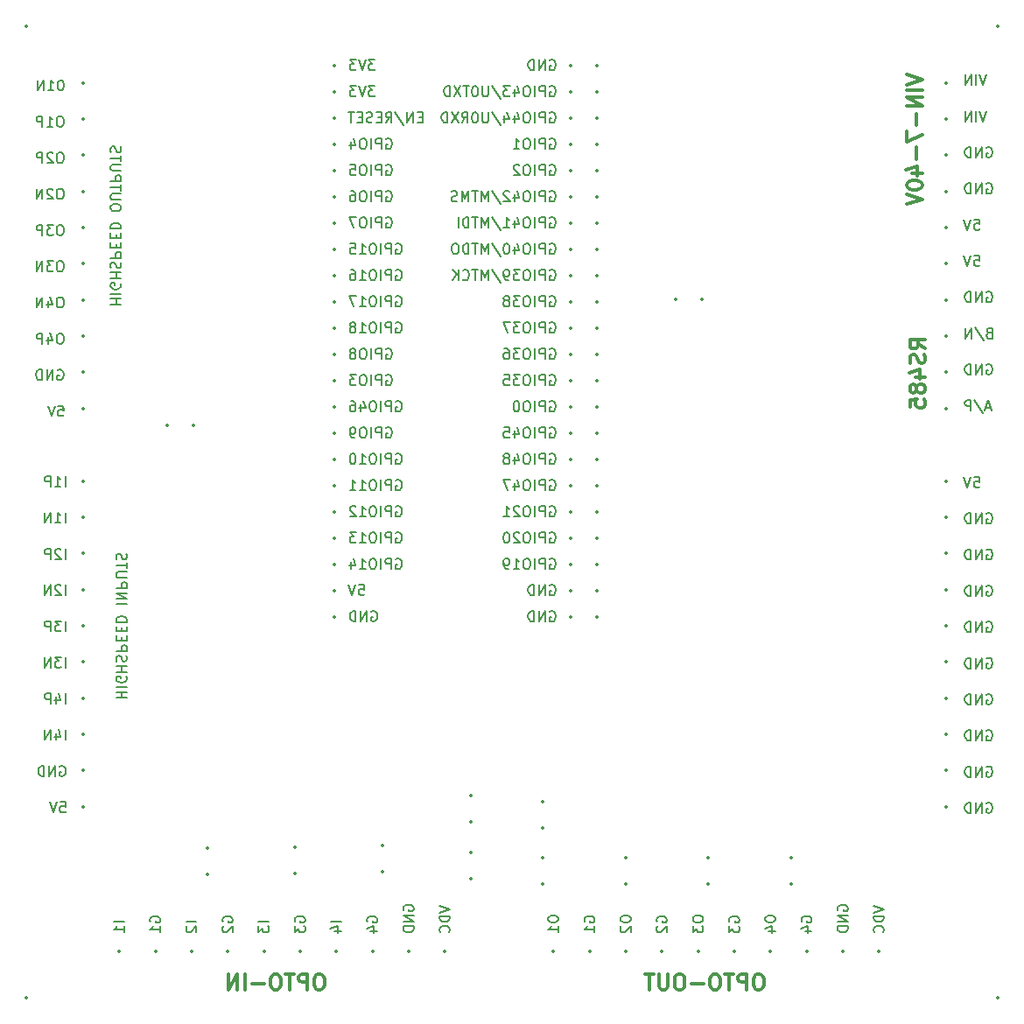
<source format=gbr>
%TF.GenerationSoftware,KiCad,Pcbnew,9.0.3*%
%TF.CreationDate,2025-08-04T14:39:42+02:00*%
%TF.ProjectId,esp-motioncontroller,6573702d-6d6f-4746-996f-6e636f6e7472,1.0.0*%
%TF.SameCoordinates,Original*%
%TF.FileFunction,Legend,Bot*%
%TF.FilePolarity,Positive*%
%FSLAX46Y46*%
G04 Gerber Fmt 4.6, Leading zero omitted, Abs format (unit mm)*
G04 Created by KiCad (PCBNEW 9.0.3) date 2025-08-04 14:39:42*
%MOMM*%
%LPD*%
G01*
G04 APERTURE LIST*
%ADD10C,0.200000*%
%ADD11C,0.300000*%
%ADD12C,0.150000*%
%ADD13C,0.350000*%
G04 APERTURE END LIST*
D10*
X57777545Y-95058362D02*
X57777545Y-94058362D01*
X56777546Y-95058362D02*
X57348974Y-95058362D01*
X57063260Y-95058362D02*
X57063260Y-94058362D01*
X57063260Y-94058362D02*
X57158498Y-94201219D01*
X57158498Y-94201219D02*
X57253736Y-94296457D01*
X57253736Y-94296457D02*
X57348974Y-94344076D01*
X56348974Y-95058362D02*
X56348974Y-94058362D01*
X56348974Y-94058362D02*
X55777546Y-95058362D01*
X55777546Y-95058362D02*
X55777546Y-94058362D01*
D11*
X140986141Y-78210341D02*
X140271855Y-77710341D01*
X140986141Y-77353198D02*
X139486141Y-77353198D01*
X139486141Y-77353198D02*
X139486141Y-77924627D01*
X139486141Y-77924627D02*
X139557570Y-78067484D01*
X139557570Y-78067484D02*
X139628998Y-78138913D01*
X139628998Y-78138913D02*
X139771855Y-78210341D01*
X139771855Y-78210341D02*
X139986141Y-78210341D01*
X139986141Y-78210341D02*
X140128998Y-78138913D01*
X140128998Y-78138913D02*
X140200427Y-78067484D01*
X140200427Y-78067484D02*
X140271855Y-77924627D01*
X140271855Y-77924627D02*
X140271855Y-77353198D01*
X140914713Y-78781770D02*
X140986141Y-78996056D01*
X140986141Y-78996056D02*
X140986141Y-79353198D01*
X140986141Y-79353198D02*
X140914713Y-79496056D01*
X140914713Y-79496056D02*
X140843284Y-79567484D01*
X140843284Y-79567484D02*
X140700427Y-79638913D01*
X140700427Y-79638913D02*
X140557570Y-79638913D01*
X140557570Y-79638913D02*
X140414713Y-79567484D01*
X140414713Y-79567484D02*
X140343284Y-79496056D01*
X140343284Y-79496056D02*
X140271855Y-79353198D01*
X140271855Y-79353198D02*
X140200427Y-79067484D01*
X140200427Y-79067484D02*
X140128998Y-78924627D01*
X140128998Y-78924627D02*
X140057570Y-78853198D01*
X140057570Y-78853198D02*
X139914713Y-78781770D01*
X139914713Y-78781770D02*
X139771855Y-78781770D01*
X139771855Y-78781770D02*
X139628998Y-78853198D01*
X139628998Y-78853198D02*
X139557570Y-78924627D01*
X139557570Y-78924627D02*
X139486141Y-79067484D01*
X139486141Y-79067484D02*
X139486141Y-79424627D01*
X139486141Y-79424627D02*
X139557570Y-79638913D01*
X139986141Y-80924627D02*
X140986141Y-80924627D01*
X139414713Y-80567484D02*
X140486141Y-80210341D01*
X140486141Y-80210341D02*
X140486141Y-81138912D01*
X140128998Y-81924626D02*
X140057570Y-81781769D01*
X140057570Y-81781769D02*
X139986141Y-81710340D01*
X139986141Y-81710340D02*
X139843284Y-81638912D01*
X139843284Y-81638912D02*
X139771855Y-81638912D01*
X139771855Y-81638912D02*
X139628998Y-81710340D01*
X139628998Y-81710340D02*
X139557570Y-81781769D01*
X139557570Y-81781769D02*
X139486141Y-81924626D01*
X139486141Y-81924626D02*
X139486141Y-82210340D01*
X139486141Y-82210340D02*
X139557570Y-82353198D01*
X139557570Y-82353198D02*
X139628998Y-82424626D01*
X139628998Y-82424626D02*
X139771855Y-82496055D01*
X139771855Y-82496055D02*
X139843284Y-82496055D01*
X139843284Y-82496055D02*
X139986141Y-82424626D01*
X139986141Y-82424626D02*
X140057570Y-82353198D01*
X140057570Y-82353198D02*
X140128998Y-82210340D01*
X140128998Y-82210340D02*
X140128998Y-81924626D01*
X140128998Y-81924626D02*
X140200427Y-81781769D01*
X140200427Y-81781769D02*
X140271855Y-81710340D01*
X140271855Y-81710340D02*
X140414713Y-81638912D01*
X140414713Y-81638912D02*
X140700427Y-81638912D01*
X140700427Y-81638912D02*
X140843284Y-81710340D01*
X140843284Y-81710340D02*
X140914713Y-81781769D01*
X140914713Y-81781769D02*
X140986141Y-81924626D01*
X140986141Y-81924626D02*
X140986141Y-82210340D01*
X140986141Y-82210340D02*
X140914713Y-82353198D01*
X140914713Y-82353198D02*
X140843284Y-82424626D01*
X140843284Y-82424626D02*
X140700427Y-82496055D01*
X140700427Y-82496055D02*
X140414713Y-82496055D01*
X140414713Y-82496055D02*
X140271855Y-82424626D01*
X140271855Y-82424626D02*
X140200427Y-82353198D01*
X140200427Y-82353198D02*
X140128998Y-82210340D01*
X139486141Y-83853197D02*
X139486141Y-83138911D01*
X139486141Y-83138911D02*
X140200427Y-83067483D01*
X140200427Y-83067483D02*
X140128998Y-83138911D01*
X140128998Y-83138911D02*
X140057570Y-83281769D01*
X140057570Y-83281769D02*
X140057570Y-83638911D01*
X140057570Y-83638911D02*
X140128998Y-83781769D01*
X140128998Y-83781769D02*
X140200427Y-83853197D01*
X140200427Y-83853197D02*
X140343284Y-83924626D01*
X140343284Y-83924626D02*
X140700427Y-83924626D01*
X140700427Y-83924626D02*
X140843284Y-83853197D01*
X140843284Y-83853197D02*
X140914713Y-83781769D01*
X140914713Y-83781769D02*
X140986141Y-83638911D01*
X140986141Y-83638911D02*
X140986141Y-83281769D01*
X140986141Y-83281769D02*
X140914713Y-83138911D01*
X140914713Y-83138911D02*
X140843284Y-83067483D01*
D10*
X57777545Y-116058362D02*
X57777545Y-115058362D01*
X56872784Y-115391695D02*
X56872784Y-116058362D01*
X57110879Y-115010743D02*
X57348974Y-115725028D01*
X57348974Y-115725028D02*
X56729927Y-115725028D01*
X56348974Y-116058362D02*
X56348974Y-115058362D01*
X56348974Y-115058362D02*
X55777546Y-116058362D01*
X55777546Y-116058362D02*
X55777546Y-115058362D01*
X122031814Y-133660346D02*
X121984195Y-133565108D01*
X121984195Y-133565108D02*
X121984195Y-133422251D01*
X121984195Y-133422251D02*
X122031814Y-133279394D01*
X122031814Y-133279394D02*
X122127052Y-133184156D01*
X122127052Y-133184156D02*
X122222290Y-133136537D01*
X122222290Y-133136537D02*
X122412766Y-133088918D01*
X122412766Y-133088918D02*
X122555623Y-133088918D01*
X122555623Y-133088918D02*
X122746099Y-133136537D01*
X122746099Y-133136537D02*
X122841337Y-133184156D01*
X122841337Y-133184156D02*
X122936576Y-133279394D01*
X122936576Y-133279394D02*
X122984195Y-133422251D01*
X122984195Y-133422251D02*
X122984195Y-133517489D01*
X122984195Y-133517489D02*
X122936576Y-133660346D01*
X122936576Y-133660346D02*
X122888956Y-133707965D01*
X122888956Y-133707965D02*
X122555623Y-133707965D01*
X122555623Y-133707965D02*
X122555623Y-133517489D01*
X121984195Y-134041299D02*
X121984195Y-134660346D01*
X121984195Y-134660346D02*
X122365147Y-134327013D01*
X122365147Y-134327013D02*
X122365147Y-134469870D01*
X122365147Y-134469870D02*
X122412766Y-134565108D01*
X122412766Y-134565108D02*
X122460385Y-134612727D01*
X122460385Y-134612727D02*
X122555623Y-134660346D01*
X122555623Y-134660346D02*
X122793718Y-134660346D01*
X122793718Y-134660346D02*
X122888956Y-134612727D01*
X122888956Y-134612727D02*
X122936576Y-134565108D01*
X122936576Y-134565108D02*
X122984195Y-134469870D01*
X122984195Y-134469870D02*
X122984195Y-134184156D01*
X122984195Y-134184156D02*
X122936576Y-134088918D01*
X122936576Y-134088918D02*
X122888956Y-134041299D01*
X146897256Y-108165851D02*
X146992494Y-108118232D01*
X146992494Y-108118232D02*
X147135351Y-108118232D01*
X147135351Y-108118232D02*
X147278208Y-108165851D01*
X147278208Y-108165851D02*
X147373446Y-108261089D01*
X147373446Y-108261089D02*
X147421065Y-108356327D01*
X147421065Y-108356327D02*
X147468684Y-108546803D01*
X147468684Y-108546803D02*
X147468684Y-108689660D01*
X147468684Y-108689660D02*
X147421065Y-108880136D01*
X147421065Y-108880136D02*
X147373446Y-108975374D01*
X147373446Y-108975374D02*
X147278208Y-109070613D01*
X147278208Y-109070613D02*
X147135351Y-109118232D01*
X147135351Y-109118232D02*
X147040113Y-109118232D01*
X147040113Y-109118232D02*
X146897256Y-109070613D01*
X146897256Y-109070613D02*
X146849637Y-109022993D01*
X146849637Y-109022993D02*
X146849637Y-108689660D01*
X146849637Y-108689660D02*
X147040113Y-108689660D01*
X146421065Y-109118232D02*
X146421065Y-108118232D01*
X146421065Y-108118232D02*
X145849637Y-109118232D01*
X145849637Y-109118232D02*
X145849637Y-108118232D01*
X145373446Y-109118232D02*
X145373446Y-108118232D01*
X145373446Y-108118232D02*
X145135351Y-108118232D01*
X145135351Y-108118232D02*
X144992494Y-108165851D01*
X144992494Y-108165851D02*
X144897256Y-108261089D01*
X144897256Y-108261089D02*
X144849637Y-108356327D01*
X144849637Y-108356327D02*
X144802018Y-108546803D01*
X144802018Y-108546803D02*
X144802018Y-108689660D01*
X144802018Y-108689660D02*
X144849637Y-108880136D01*
X144849637Y-108880136D02*
X144897256Y-108975374D01*
X144897256Y-108975374D02*
X144992494Y-109070613D01*
X144992494Y-109070613D02*
X145135351Y-109118232D01*
X145135351Y-109118232D02*
X145373446Y-109118232D01*
X57379887Y-69729739D02*
X57189411Y-69729739D01*
X57189411Y-69729739D02*
X57094173Y-69777358D01*
X57094173Y-69777358D02*
X56998935Y-69872596D01*
X56998935Y-69872596D02*
X56951316Y-70063072D01*
X56951316Y-70063072D02*
X56951316Y-70396405D01*
X56951316Y-70396405D02*
X56998935Y-70586881D01*
X56998935Y-70586881D02*
X57094173Y-70682120D01*
X57094173Y-70682120D02*
X57189411Y-70729739D01*
X57189411Y-70729739D02*
X57379887Y-70729739D01*
X57379887Y-70729739D02*
X57475125Y-70682120D01*
X57475125Y-70682120D02*
X57570363Y-70586881D01*
X57570363Y-70586881D02*
X57617982Y-70396405D01*
X57617982Y-70396405D02*
X57617982Y-70063072D01*
X57617982Y-70063072D02*
X57570363Y-69872596D01*
X57570363Y-69872596D02*
X57475125Y-69777358D01*
X57475125Y-69777358D02*
X57379887Y-69729739D01*
X56617982Y-69729739D02*
X55998935Y-69729739D01*
X55998935Y-69729739D02*
X56332268Y-70110691D01*
X56332268Y-70110691D02*
X56189411Y-70110691D01*
X56189411Y-70110691D02*
X56094173Y-70158310D01*
X56094173Y-70158310D02*
X56046554Y-70205929D01*
X56046554Y-70205929D02*
X55998935Y-70301167D01*
X55998935Y-70301167D02*
X55998935Y-70539262D01*
X55998935Y-70539262D02*
X56046554Y-70634500D01*
X56046554Y-70634500D02*
X56094173Y-70682120D01*
X56094173Y-70682120D02*
X56189411Y-70729739D01*
X56189411Y-70729739D02*
X56475125Y-70729739D01*
X56475125Y-70729739D02*
X56570363Y-70682120D01*
X56570363Y-70682120D02*
X56617982Y-70634500D01*
X55570363Y-70729739D02*
X55570363Y-69729739D01*
X55570363Y-69729739D02*
X54998935Y-70729739D01*
X54998935Y-70729739D02*
X54998935Y-69729739D01*
X146897256Y-122165851D02*
X146992494Y-122118232D01*
X146992494Y-122118232D02*
X147135351Y-122118232D01*
X147135351Y-122118232D02*
X147278208Y-122165851D01*
X147278208Y-122165851D02*
X147373446Y-122261089D01*
X147373446Y-122261089D02*
X147421065Y-122356327D01*
X147421065Y-122356327D02*
X147468684Y-122546803D01*
X147468684Y-122546803D02*
X147468684Y-122689660D01*
X147468684Y-122689660D02*
X147421065Y-122880136D01*
X147421065Y-122880136D02*
X147373446Y-122975374D01*
X147373446Y-122975374D02*
X147278208Y-123070613D01*
X147278208Y-123070613D02*
X147135351Y-123118232D01*
X147135351Y-123118232D02*
X147040113Y-123118232D01*
X147040113Y-123118232D02*
X146897256Y-123070613D01*
X146897256Y-123070613D02*
X146849637Y-123022993D01*
X146849637Y-123022993D02*
X146849637Y-122689660D01*
X146849637Y-122689660D02*
X147040113Y-122689660D01*
X146421065Y-123118232D02*
X146421065Y-122118232D01*
X146421065Y-122118232D02*
X145849637Y-123118232D01*
X145849637Y-123118232D02*
X145849637Y-122118232D01*
X145373446Y-123118232D02*
X145373446Y-122118232D01*
X145373446Y-122118232D02*
X145135351Y-122118232D01*
X145135351Y-122118232D02*
X144992494Y-122165851D01*
X144992494Y-122165851D02*
X144897256Y-122261089D01*
X144897256Y-122261089D02*
X144849637Y-122356327D01*
X144849637Y-122356327D02*
X144802018Y-122546803D01*
X144802018Y-122546803D02*
X144802018Y-122689660D01*
X144802018Y-122689660D02*
X144849637Y-122880136D01*
X144849637Y-122880136D02*
X144897256Y-122975374D01*
X144897256Y-122975374D02*
X144992494Y-123070613D01*
X144992494Y-123070613D02*
X145135351Y-123118232D01*
X145135351Y-123118232D02*
X145373446Y-123118232D01*
X146897256Y-111665851D02*
X146992494Y-111618232D01*
X146992494Y-111618232D02*
X147135351Y-111618232D01*
X147135351Y-111618232D02*
X147278208Y-111665851D01*
X147278208Y-111665851D02*
X147373446Y-111761089D01*
X147373446Y-111761089D02*
X147421065Y-111856327D01*
X147421065Y-111856327D02*
X147468684Y-112046803D01*
X147468684Y-112046803D02*
X147468684Y-112189660D01*
X147468684Y-112189660D02*
X147421065Y-112380136D01*
X147421065Y-112380136D02*
X147373446Y-112475374D01*
X147373446Y-112475374D02*
X147278208Y-112570613D01*
X147278208Y-112570613D02*
X147135351Y-112618232D01*
X147135351Y-112618232D02*
X147040113Y-112618232D01*
X147040113Y-112618232D02*
X146897256Y-112570613D01*
X146897256Y-112570613D02*
X146849637Y-112522993D01*
X146849637Y-112522993D02*
X146849637Y-112189660D01*
X146849637Y-112189660D02*
X147040113Y-112189660D01*
X146421065Y-112618232D02*
X146421065Y-111618232D01*
X146421065Y-111618232D02*
X145849637Y-112618232D01*
X145849637Y-112618232D02*
X145849637Y-111618232D01*
X145373446Y-112618232D02*
X145373446Y-111618232D01*
X145373446Y-111618232D02*
X145135351Y-111618232D01*
X145135351Y-111618232D02*
X144992494Y-111665851D01*
X144992494Y-111665851D02*
X144897256Y-111761089D01*
X144897256Y-111761089D02*
X144849637Y-111856327D01*
X144849637Y-111856327D02*
X144802018Y-112046803D01*
X144802018Y-112046803D02*
X144802018Y-112189660D01*
X144802018Y-112189660D02*
X144849637Y-112380136D01*
X144849637Y-112380136D02*
X144897256Y-112475374D01*
X144897256Y-112475374D02*
X144992494Y-112570613D01*
X144992494Y-112570613D02*
X145135351Y-112618232D01*
X145135351Y-112618232D02*
X145373446Y-112618232D01*
X146897256Y-115165851D02*
X146992494Y-115118232D01*
X146992494Y-115118232D02*
X147135351Y-115118232D01*
X147135351Y-115118232D02*
X147278208Y-115165851D01*
X147278208Y-115165851D02*
X147373446Y-115261089D01*
X147373446Y-115261089D02*
X147421065Y-115356327D01*
X147421065Y-115356327D02*
X147468684Y-115546803D01*
X147468684Y-115546803D02*
X147468684Y-115689660D01*
X147468684Y-115689660D02*
X147421065Y-115880136D01*
X147421065Y-115880136D02*
X147373446Y-115975374D01*
X147373446Y-115975374D02*
X147278208Y-116070613D01*
X147278208Y-116070613D02*
X147135351Y-116118232D01*
X147135351Y-116118232D02*
X147040113Y-116118232D01*
X147040113Y-116118232D02*
X146897256Y-116070613D01*
X146897256Y-116070613D02*
X146849637Y-116022993D01*
X146849637Y-116022993D02*
X146849637Y-115689660D01*
X146849637Y-115689660D02*
X147040113Y-115689660D01*
X146421065Y-116118232D02*
X146421065Y-115118232D01*
X146421065Y-115118232D02*
X145849637Y-116118232D01*
X145849637Y-116118232D02*
X145849637Y-115118232D01*
X145373446Y-116118232D02*
X145373446Y-115118232D01*
X145373446Y-115118232D02*
X145135351Y-115118232D01*
X145135351Y-115118232D02*
X144992494Y-115165851D01*
X144992494Y-115165851D02*
X144897256Y-115261089D01*
X144897256Y-115261089D02*
X144849637Y-115356327D01*
X144849637Y-115356327D02*
X144802018Y-115546803D01*
X144802018Y-115546803D02*
X144802018Y-115689660D01*
X144802018Y-115689660D02*
X144849637Y-115880136D01*
X144849637Y-115880136D02*
X144897256Y-115975374D01*
X144897256Y-115975374D02*
X144992494Y-116070613D01*
X144992494Y-116070613D02*
X145135351Y-116118232D01*
X145135351Y-116118232D02*
X145373446Y-116118232D01*
X57379887Y-76729739D02*
X57189411Y-76729739D01*
X57189411Y-76729739D02*
X57094173Y-76777358D01*
X57094173Y-76777358D02*
X56998935Y-76872596D01*
X56998935Y-76872596D02*
X56951316Y-77063072D01*
X56951316Y-77063072D02*
X56951316Y-77396405D01*
X56951316Y-77396405D02*
X56998935Y-77586881D01*
X56998935Y-77586881D02*
X57094173Y-77682120D01*
X57094173Y-77682120D02*
X57189411Y-77729739D01*
X57189411Y-77729739D02*
X57379887Y-77729739D01*
X57379887Y-77729739D02*
X57475125Y-77682120D01*
X57475125Y-77682120D02*
X57570363Y-77586881D01*
X57570363Y-77586881D02*
X57617982Y-77396405D01*
X57617982Y-77396405D02*
X57617982Y-77063072D01*
X57617982Y-77063072D02*
X57570363Y-76872596D01*
X57570363Y-76872596D02*
X57475125Y-76777358D01*
X57475125Y-76777358D02*
X57379887Y-76729739D01*
X56094173Y-77063072D02*
X56094173Y-77729739D01*
X56332268Y-76682120D02*
X56570363Y-77396405D01*
X56570363Y-77396405D02*
X55951316Y-77396405D01*
X55570363Y-77729739D02*
X55570363Y-76729739D01*
X55570363Y-76729739D02*
X55189411Y-76729739D01*
X55189411Y-76729739D02*
X55094173Y-76777358D01*
X55094173Y-76777358D02*
X55046554Y-76824977D01*
X55046554Y-76824977D02*
X54998935Y-76920215D01*
X54998935Y-76920215D02*
X54998935Y-77063072D01*
X54998935Y-77063072D02*
X55046554Y-77158310D01*
X55046554Y-77158310D02*
X55094173Y-77205929D01*
X55094173Y-77205929D02*
X55189411Y-77253548D01*
X55189411Y-77253548D02*
X55570363Y-77253548D01*
X57777545Y-98558362D02*
X57777545Y-97558362D01*
X57348974Y-97653600D02*
X57301355Y-97605981D01*
X57301355Y-97605981D02*
X57206117Y-97558362D01*
X57206117Y-97558362D02*
X56968022Y-97558362D01*
X56968022Y-97558362D02*
X56872784Y-97605981D01*
X56872784Y-97605981D02*
X56825165Y-97653600D01*
X56825165Y-97653600D02*
X56777546Y-97748838D01*
X56777546Y-97748838D02*
X56777546Y-97844076D01*
X56777546Y-97844076D02*
X56825165Y-97986933D01*
X56825165Y-97986933D02*
X57396593Y-98558362D01*
X57396593Y-98558362D02*
X56777546Y-98558362D01*
X56348974Y-98558362D02*
X56348974Y-97558362D01*
X56348974Y-97558362D02*
X55968022Y-97558362D01*
X55968022Y-97558362D02*
X55872784Y-97605981D01*
X55872784Y-97605981D02*
X55825165Y-97653600D01*
X55825165Y-97653600D02*
X55777546Y-97748838D01*
X55777546Y-97748838D02*
X55777546Y-97891695D01*
X55777546Y-97891695D02*
X55825165Y-97986933D01*
X55825165Y-97986933D02*
X55872784Y-98034552D01*
X55872784Y-98034552D02*
X55968022Y-98082171D01*
X55968022Y-98082171D02*
X56348974Y-98082171D01*
X57379887Y-73229739D02*
X57189411Y-73229739D01*
X57189411Y-73229739D02*
X57094173Y-73277358D01*
X57094173Y-73277358D02*
X56998935Y-73372596D01*
X56998935Y-73372596D02*
X56951316Y-73563072D01*
X56951316Y-73563072D02*
X56951316Y-73896405D01*
X56951316Y-73896405D02*
X56998935Y-74086881D01*
X56998935Y-74086881D02*
X57094173Y-74182120D01*
X57094173Y-74182120D02*
X57189411Y-74229739D01*
X57189411Y-74229739D02*
X57379887Y-74229739D01*
X57379887Y-74229739D02*
X57475125Y-74182120D01*
X57475125Y-74182120D02*
X57570363Y-74086881D01*
X57570363Y-74086881D02*
X57617982Y-73896405D01*
X57617982Y-73896405D02*
X57617982Y-73563072D01*
X57617982Y-73563072D02*
X57570363Y-73372596D01*
X57570363Y-73372596D02*
X57475125Y-73277358D01*
X57475125Y-73277358D02*
X57379887Y-73229739D01*
X56094173Y-73563072D02*
X56094173Y-74229739D01*
X56332268Y-73182120D02*
X56570363Y-73896405D01*
X56570363Y-73896405D02*
X55951316Y-73896405D01*
X55570363Y-74229739D02*
X55570363Y-73229739D01*
X55570363Y-73229739D02*
X54998935Y-74229739D01*
X54998935Y-74229739D02*
X54998935Y-73229739D01*
X146897255Y-51708491D02*
X146563922Y-52708491D01*
X146563922Y-52708491D02*
X146230589Y-51708491D01*
X145897255Y-52708491D02*
X145897255Y-51708491D01*
X145421065Y-52708491D02*
X145421065Y-51708491D01*
X145421065Y-51708491D02*
X144849637Y-52708491D01*
X144849637Y-52708491D02*
X144849637Y-51708491D01*
X132531814Y-132565108D02*
X132484195Y-132469870D01*
X132484195Y-132469870D02*
X132484195Y-132327013D01*
X132484195Y-132327013D02*
X132531814Y-132184156D01*
X132531814Y-132184156D02*
X132627052Y-132088918D01*
X132627052Y-132088918D02*
X132722290Y-132041299D01*
X132722290Y-132041299D02*
X132912766Y-131993680D01*
X132912766Y-131993680D02*
X133055623Y-131993680D01*
X133055623Y-131993680D02*
X133246099Y-132041299D01*
X133246099Y-132041299D02*
X133341337Y-132088918D01*
X133341337Y-132088918D02*
X133436576Y-132184156D01*
X133436576Y-132184156D02*
X133484195Y-132327013D01*
X133484195Y-132327013D02*
X133484195Y-132422251D01*
X133484195Y-132422251D02*
X133436576Y-132565108D01*
X133436576Y-132565108D02*
X133388956Y-132612727D01*
X133388956Y-132612727D02*
X133055623Y-132612727D01*
X133055623Y-132612727D02*
X133055623Y-132422251D01*
X133484195Y-133041299D02*
X132484195Y-133041299D01*
X132484195Y-133041299D02*
X133484195Y-133612727D01*
X133484195Y-133612727D02*
X132484195Y-133612727D01*
X133484195Y-134088918D02*
X132484195Y-134088918D01*
X132484195Y-134088918D02*
X132484195Y-134327013D01*
X132484195Y-134327013D02*
X132531814Y-134469870D01*
X132531814Y-134469870D02*
X132627052Y-134565108D01*
X132627052Y-134565108D02*
X132722290Y-134612727D01*
X132722290Y-134612727D02*
X132912766Y-134660346D01*
X132912766Y-134660346D02*
X133055623Y-134660346D01*
X133055623Y-134660346D02*
X133246099Y-134612727D01*
X133246099Y-134612727D02*
X133341337Y-134565108D01*
X133341337Y-134565108D02*
X133436576Y-134469870D01*
X133436576Y-134469870D02*
X133484195Y-134327013D01*
X133484195Y-134327013D02*
X133484195Y-134088918D01*
X57777545Y-112558362D02*
X57777545Y-111558362D01*
X56872784Y-111891695D02*
X56872784Y-112558362D01*
X57110879Y-111510743D02*
X57348974Y-112225028D01*
X57348974Y-112225028D02*
X56729927Y-112225028D01*
X56348974Y-112558362D02*
X56348974Y-111558362D01*
X56348974Y-111558362D02*
X55968022Y-111558362D01*
X55968022Y-111558362D02*
X55872784Y-111605981D01*
X55872784Y-111605981D02*
X55825165Y-111653600D01*
X55825165Y-111653600D02*
X55777546Y-111748838D01*
X55777546Y-111748838D02*
X55777546Y-111891695D01*
X55777546Y-111891695D02*
X55825165Y-111986933D01*
X55825165Y-111986933D02*
X55872784Y-112034552D01*
X55872784Y-112034552D02*
X55968022Y-112082171D01*
X55968022Y-112082171D02*
X56348974Y-112082171D01*
X147135351Y-76684681D02*
X146992494Y-76732300D01*
X146992494Y-76732300D02*
X146944875Y-76779919D01*
X146944875Y-76779919D02*
X146897256Y-76875157D01*
X146897256Y-76875157D02*
X146897256Y-77018014D01*
X146897256Y-77018014D02*
X146944875Y-77113252D01*
X146944875Y-77113252D02*
X146992494Y-77160872D01*
X146992494Y-77160872D02*
X147087732Y-77208491D01*
X147087732Y-77208491D02*
X147468684Y-77208491D01*
X147468684Y-77208491D02*
X147468684Y-76208491D01*
X147468684Y-76208491D02*
X147135351Y-76208491D01*
X147135351Y-76208491D02*
X147040113Y-76256110D01*
X147040113Y-76256110D02*
X146992494Y-76303729D01*
X146992494Y-76303729D02*
X146944875Y-76398967D01*
X146944875Y-76398967D02*
X146944875Y-76494205D01*
X146944875Y-76494205D02*
X146992494Y-76589443D01*
X146992494Y-76589443D02*
X147040113Y-76637062D01*
X147040113Y-76637062D02*
X147135351Y-76684681D01*
X147135351Y-76684681D02*
X147468684Y-76684681D01*
X145754399Y-76160872D02*
X146611541Y-77446586D01*
X145421065Y-77208491D02*
X145421065Y-76208491D01*
X145421065Y-76208491D02*
X144849637Y-77208491D01*
X144849637Y-77208491D02*
X144849637Y-76208491D01*
D11*
X139189267Y-51667306D02*
X140689267Y-52167306D01*
X140689267Y-52167306D02*
X139189267Y-52667306D01*
X140689267Y-53167305D02*
X139189267Y-53167305D01*
X140689267Y-53881591D02*
X139189267Y-53881591D01*
X139189267Y-53881591D02*
X140689267Y-54738734D01*
X140689267Y-54738734D02*
X139189267Y-54738734D01*
X140117839Y-55453020D02*
X140117839Y-56595878D01*
X139189267Y-57167306D02*
X139189267Y-58167306D01*
X139189267Y-58167306D02*
X140689267Y-57524449D01*
X140117839Y-58738734D02*
X140117839Y-59881592D01*
X139689267Y-61238735D02*
X140689267Y-61238735D01*
X139117839Y-60881592D02*
X140189267Y-60524449D01*
X140189267Y-60524449D02*
X140189267Y-61453020D01*
X139189267Y-62310163D02*
X139189267Y-62453020D01*
X139189267Y-62453020D02*
X139260696Y-62595877D01*
X139260696Y-62595877D02*
X139332124Y-62667306D01*
X139332124Y-62667306D02*
X139474981Y-62738734D01*
X139474981Y-62738734D02*
X139760696Y-62810163D01*
X139760696Y-62810163D02*
X140117839Y-62810163D01*
X140117839Y-62810163D02*
X140403553Y-62738734D01*
X140403553Y-62738734D02*
X140546410Y-62667306D01*
X140546410Y-62667306D02*
X140617839Y-62595877D01*
X140617839Y-62595877D02*
X140689267Y-62453020D01*
X140689267Y-62453020D02*
X140689267Y-62310163D01*
X140689267Y-62310163D02*
X140617839Y-62167306D01*
X140617839Y-62167306D02*
X140546410Y-62095877D01*
X140546410Y-62095877D02*
X140403553Y-62024448D01*
X140403553Y-62024448D02*
X140117839Y-61953020D01*
X140117839Y-61953020D02*
X139760696Y-61953020D01*
X139760696Y-61953020D02*
X139474981Y-62024448D01*
X139474981Y-62024448D02*
X139332124Y-62095877D01*
X139332124Y-62095877D02*
X139260696Y-62167306D01*
X139260696Y-62167306D02*
X139189267Y-62310163D01*
X139189267Y-63238734D02*
X140689267Y-63738734D01*
X140689267Y-63738734D02*
X139189267Y-64238734D01*
D10*
X118484195Y-133279394D02*
X118484195Y-133469870D01*
X118484195Y-133469870D02*
X118531814Y-133565108D01*
X118531814Y-133565108D02*
X118627052Y-133660346D01*
X118627052Y-133660346D02*
X118817528Y-133707965D01*
X118817528Y-133707965D02*
X119150861Y-133707965D01*
X119150861Y-133707965D02*
X119341337Y-133660346D01*
X119341337Y-133660346D02*
X119436576Y-133565108D01*
X119436576Y-133565108D02*
X119484195Y-133469870D01*
X119484195Y-133469870D02*
X119484195Y-133279394D01*
X119484195Y-133279394D02*
X119436576Y-133184156D01*
X119436576Y-133184156D02*
X119341337Y-133088918D01*
X119341337Y-133088918D02*
X119150861Y-133041299D01*
X119150861Y-133041299D02*
X118817528Y-133041299D01*
X118817528Y-133041299D02*
X118627052Y-133088918D01*
X118627052Y-133088918D02*
X118531814Y-133184156D01*
X118531814Y-133184156D02*
X118484195Y-133279394D01*
X118484195Y-134041299D02*
X118484195Y-134660346D01*
X118484195Y-134660346D02*
X118865147Y-134327013D01*
X118865147Y-134327013D02*
X118865147Y-134469870D01*
X118865147Y-134469870D02*
X118912766Y-134565108D01*
X118912766Y-134565108D02*
X118960385Y-134612727D01*
X118960385Y-134612727D02*
X119055623Y-134660346D01*
X119055623Y-134660346D02*
X119293718Y-134660346D01*
X119293718Y-134660346D02*
X119388956Y-134612727D01*
X119388956Y-134612727D02*
X119436576Y-134565108D01*
X119436576Y-134565108D02*
X119484195Y-134469870D01*
X119484195Y-134469870D02*
X119484195Y-134184156D01*
X119484195Y-134184156D02*
X119436576Y-134088918D01*
X119436576Y-134088918D02*
X119388956Y-134041299D01*
X73019781Y-133660346D02*
X72972162Y-133565108D01*
X72972162Y-133565108D02*
X72972162Y-133422251D01*
X72972162Y-133422251D02*
X73019781Y-133279394D01*
X73019781Y-133279394D02*
X73115019Y-133184156D01*
X73115019Y-133184156D02*
X73210257Y-133136537D01*
X73210257Y-133136537D02*
X73400733Y-133088918D01*
X73400733Y-133088918D02*
X73543590Y-133088918D01*
X73543590Y-133088918D02*
X73734066Y-133136537D01*
X73734066Y-133136537D02*
X73829304Y-133184156D01*
X73829304Y-133184156D02*
X73924543Y-133279394D01*
X73924543Y-133279394D02*
X73972162Y-133422251D01*
X73972162Y-133422251D02*
X73972162Y-133517489D01*
X73972162Y-133517489D02*
X73924543Y-133660346D01*
X73924543Y-133660346D02*
X73876923Y-133707965D01*
X73876923Y-133707965D02*
X73543590Y-133707965D01*
X73543590Y-133707965D02*
X73543590Y-133517489D01*
X73067400Y-134088918D02*
X73019781Y-134136537D01*
X73019781Y-134136537D02*
X72972162Y-134231775D01*
X72972162Y-134231775D02*
X72972162Y-134469870D01*
X72972162Y-134469870D02*
X73019781Y-134565108D01*
X73019781Y-134565108D02*
X73067400Y-134612727D01*
X73067400Y-134612727D02*
X73162638Y-134660346D01*
X73162638Y-134660346D02*
X73257876Y-134660346D01*
X73257876Y-134660346D02*
X73400733Y-134612727D01*
X73400733Y-134612727D02*
X73972162Y-134041299D01*
X73972162Y-134041299D02*
X73972162Y-134660346D01*
X57379887Y-52229739D02*
X57284649Y-52229739D01*
X57284649Y-52229739D02*
X57189411Y-52277358D01*
X57189411Y-52277358D02*
X57141792Y-52324977D01*
X57141792Y-52324977D02*
X57094173Y-52420215D01*
X57094173Y-52420215D02*
X57046554Y-52610691D01*
X57046554Y-52610691D02*
X57046554Y-52848786D01*
X57046554Y-52848786D02*
X57094173Y-53039262D01*
X57094173Y-53039262D02*
X57141792Y-53134500D01*
X57141792Y-53134500D02*
X57189411Y-53182120D01*
X57189411Y-53182120D02*
X57284649Y-53229739D01*
X57284649Y-53229739D02*
X57379887Y-53229739D01*
X57379887Y-53229739D02*
X57475125Y-53182120D01*
X57475125Y-53182120D02*
X57522744Y-53134500D01*
X57522744Y-53134500D02*
X57570363Y-53039262D01*
X57570363Y-53039262D02*
X57617982Y-52848786D01*
X57617982Y-52848786D02*
X57617982Y-52610691D01*
X57617982Y-52610691D02*
X57570363Y-52420215D01*
X57570363Y-52420215D02*
X57522744Y-52324977D01*
X57522744Y-52324977D02*
X57475125Y-52277358D01*
X57475125Y-52277358D02*
X57379887Y-52229739D01*
X56094173Y-53229739D02*
X56665601Y-53229739D01*
X56379887Y-53229739D02*
X56379887Y-52229739D01*
X56379887Y-52229739D02*
X56475125Y-52372596D01*
X56475125Y-52372596D02*
X56570363Y-52467834D01*
X56570363Y-52467834D02*
X56665601Y-52515453D01*
X55665601Y-53229739D02*
X55665601Y-52229739D01*
X55665601Y-52229739D02*
X55094173Y-53229739D01*
X55094173Y-53229739D02*
X55094173Y-52229739D01*
X62160147Y-73939367D02*
X63160147Y-73939367D01*
X62683957Y-73939367D02*
X62683957Y-73367939D01*
X62160147Y-73367939D02*
X63160147Y-73367939D01*
X62160147Y-72891748D02*
X63160147Y-72891748D01*
X63112528Y-71891749D02*
X63160147Y-71986987D01*
X63160147Y-71986987D02*
X63160147Y-72129844D01*
X63160147Y-72129844D02*
X63112528Y-72272701D01*
X63112528Y-72272701D02*
X63017290Y-72367939D01*
X63017290Y-72367939D02*
X62922052Y-72415558D01*
X62922052Y-72415558D02*
X62731576Y-72463177D01*
X62731576Y-72463177D02*
X62588719Y-72463177D01*
X62588719Y-72463177D02*
X62398243Y-72415558D01*
X62398243Y-72415558D02*
X62303005Y-72367939D01*
X62303005Y-72367939D02*
X62207767Y-72272701D01*
X62207767Y-72272701D02*
X62160147Y-72129844D01*
X62160147Y-72129844D02*
X62160147Y-72034606D01*
X62160147Y-72034606D02*
X62207767Y-71891749D01*
X62207767Y-71891749D02*
X62255386Y-71844130D01*
X62255386Y-71844130D02*
X62588719Y-71844130D01*
X62588719Y-71844130D02*
X62588719Y-72034606D01*
X62160147Y-71415558D02*
X63160147Y-71415558D01*
X62683957Y-71415558D02*
X62683957Y-70844130D01*
X62160147Y-70844130D02*
X63160147Y-70844130D01*
X62207767Y-70415558D02*
X62160147Y-70272701D01*
X62160147Y-70272701D02*
X62160147Y-70034606D01*
X62160147Y-70034606D02*
X62207767Y-69939368D01*
X62207767Y-69939368D02*
X62255386Y-69891749D01*
X62255386Y-69891749D02*
X62350624Y-69844130D01*
X62350624Y-69844130D02*
X62445862Y-69844130D01*
X62445862Y-69844130D02*
X62541100Y-69891749D01*
X62541100Y-69891749D02*
X62588719Y-69939368D01*
X62588719Y-69939368D02*
X62636338Y-70034606D01*
X62636338Y-70034606D02*
X62683957Y-70225082D01*
X62683957Y-70225082D02*
X62731576Y-70320320D01*
X62731576Y-70320320D02*
X62779195Y-70367939D01*
X62779195Y-70367939D02*
X62874433Y-70415558D01*
X62874433Y-70415558D02*
X62969671Y-70415558D01*
X62969671Y-70415558D02*
X63064909Y-70367939D01*
X63064909Y-70367939D02*
X63112528Y-70320320D01*
X63112528Y-70320320D02*
X63160147Y-70225082D01*
X63160147Y-70225082D02*
X63160147Y-69986987D01*
X63160147Y-69986987D02*
X63112528Y-69844130D01*
X62160147Y-69415558D02*
X63160147Y-69415558D01*
X63160147Y-69415558D02*
X63160147Y-69034606D01*
X63160147Y-69034606D02*
X63112528Y-68939368D01*
X63112528Y-68939368D02*
X63064909Y-68891749D01*
X63064909Y-68891749D02*
X62969671Y-68844130D01*
X62969671Y-68844130D02*
X62826814Y-68844130D01*
X62826814Y-68844130D02*
X62731576Y-68891749D01*
X62731576Y-68891749D02*
X62683957Y-68939368D01*
X62683957Y-68939368D02*
X62636338Y-69034606D01*
X62636338Y-69034606D02*
X62636338Y-69415558D01*
X62683957Y-68415558D02*
X62683957Y-68082225D01*
X62160147Y-67939368D02*
X62160147Y-68415558D01*
X62160147Y-68415558D02*
X63160147Y-68415558D01*
X63160147Y-68415558D02*
X63160147Y-67939368D01*
X62683957Y-67510796D02*
X62683957Y-67177463D01*
X62160147Y-67034606D02*
X62160147Y-67510796D01*
X62160147Y-67510796D02*
X63160147Y-67510796D01*
X63160147Y-67510796D02*
X63160147Y-67034606D01*
X62160147Y-66606034D02*
X63160147Y-66606034D01*
X63160147Y-66606034D02*
X63160147Y-66367939D01*
X63160147Y-66367939D02*
X63112528Y-66225082D01*
X63112528Y-66225082D02*
X63017290Y-66129844D01*
X63017290Y-66129844D02*
X62922052Y-66082225D01*
X62922052Y-66082225D02*
X62731576Y-66034606D01*
X62731576Y-66034606D02*
X62588719Y-66034606D01*
X62588719Y-66034606D02*
X62398243Y-66082225D01*
X62398243Y-66082225D02*
X62303005Y-66129844D01*
X62303005Y-66129844D02*
X62207767Y-66225082D01*
X62207767Y-66225082D02*
X62160147Y-66367939D01*
X62160147Y-66367939D02*
X62160147Y-66606034D01*
X63160147Y-64653653D02*
X63160147Y-64463177D01*
X63160147Y-64463177D02*
X63112528Y-64367939D01*
X63112528Y-64367939D02*
X63017290Y-64272701D01*
X63017290Y-64272701D02*
X62826814Y-64225082D01*
X62826814Y-64225082D02*
X62493481Y-64225082D01*
X62493481Y-64225082D02*
X62303005Y-64272701D01*
X62303005Y-64272701D02*
X62207767Y-64367939D01*
X62207767Y-64367939D02*
X62160147Y-64463177D01*
X62160147Y-64463177D02*
X62160147Y-64653653D01*
X62160147Y-64653653D02*
X62207767Y-64748891D01*
X62207767Y-64748891D02*
X62303005Y-64844129D01*
X62303005Y-64844129D02*
X62493481Y-64891748D01*
X62493481Y-64891748D02*
X62826814Y-64891748D01*
X62826814Y-64891748D02*
X63017290Y-64844129D01*
X63017290Y-64844129D02*
X63112528Y-64748891D01*
X63112528Y-64748891D02*
X63160147Y-64653653D01*
X63160147Y-63796510D02*
X62350624Y-63796510D01*
X62350624Y-63796510D02*
X62255386Y-63748891D01*
X62255386Y-63748891D02*
X62207767Y-63701272D01*
X62207767Y-63701272D02*
X62160147Y-63606034D01*
X62160147Y-63606034D02*
X62160147Y-63415558D01*
X62160147Y-63415558D02*
X62207767Y-63320320D01*
X62207767Y-63320320D02*
X62255386Y-63272701D01*
X62255386Y-63272701D02*
X62350624Y-63225082D01*
X62350624Y-63225082D02*
X63160147Y-63225082D01*
X63160147Y-62891748D02*
X63160147Y-62320320D01*
X62160147Y-62606034D02*
X63160147Y-62606034D01*
X62160147Y-61986986D02*
X63160147Y-61986986D01*
X63160147Y-61986986D02*
X63160147Y-61606034D01*
X63160147Y-61606034D02*
X63112528Y-61510796D01*
X63112528Y-61510796D02*
X63064909Y-61463177D01*
X63064909Y-61463177D02*
X62969671Y-61415558D01*
X62969671Y-61415558D02*
X62826814Y-61415558D01*
X62826814Y-61415558D02*
X62731576Y-61463177D01*
X62731576Y-61463177D02*
X62683957Y-61510796D01*
X62683957Y-61510796D02*
X62636338Y-61606034D01*
X62636338Y-61606034D02*
X62636338Y-61986986D01*
X63160147Y-60986986D02*
X62350624Y-60986986D01*
X62350624Y-60986986D02*
X62255386Y-60939367D01*
X62255386Y-60939367D02*
X62207767Y-60891748D01*
X62207767Y-60891748D02*
X62160147Y-60796510D01*
X62160147Y-60796510D02*
X62160147Y-60606034D01*
X62160147Y-60606034D02*
X62207767Y-60510796D01*
X62207767Y-60510796D02*
X62255386Y-60463177D01*
X62255386Y-60463177D02*
X62350624Y-60415558D01*
X62350624Y-60415558D02*
X63160147Y-60415558D01*
X63160147Y-60082224D02*
X63160147Y-59510796D01*
X62160147Y-59796510D02*
X63160147Y-59796510D01*
X62207767Y-59225081D02*
X62160147Y-59082224D01*
X62160147Y-59082224D02*
X62160147Y-58844129D01*
X62160147Y-58844129D02*
X62207767Y-58748891D01*
X62207767Y-58748891D02*
X62255386Y-58701272D01*
X62255386Y-58701272D02*
X62350624Y-58653653D01*
X62350624Y-58653653D02*
X62445862Y-58653653D01*
X62445862Y-58653653D02*
X62541100Y-58701272D01*
X62541100Y-58701272D02*
X62588719Y-58748891D01*
X62588719Y-58748891D02*
X62636338Y-58844129D01*
X62636338Y-58844129D02*
X62683957Y-59034605D01*
X62683957Y-59034605D02*
X62731576Y-59129843D01*
X62731576Y-59129843D02*
X62779195Y-59177462D01*
X62779195Y-59177462D02*
X62874433Y-59225081D01*
X62874433Y-59225081D02*
X62969671Y-59225081D01*
X62969671Y-59225081D02*
X63064909Y-59177462D01*
X63064909Y-59177462D02*
X63112528Y-59129843D01*
X63112528Y-59129843D02*
X63160147Y-59034605D01*
X63160147Y-59034605D02*
X63160147Y-58796510D01*
X63160147Y-58796510D02*
X63112528Y-58653653D01*
X145706780Y-65708491D02*
X146182970Y-65708491D01*
X146182970Y-65708491D02*
X146230589Y-66184681D01*
X146230589Y-66184681D02*
X146182970Y-66137062D01*
X146182970Y-66137062D02*
X146087732Y-66089443D01*
X146087732Y-66089443D02*
X145849637Y-66089443D01*
X145849637Y-66089443D02*
X145754399Y-66137062D01*
X145754399Y-66137062D02*
X145706780Y-66184681D01*
X145706780Y-66184681D02*
X145659161Y-66279919D01*
X145659161Y-66279919D02*
X145659161Y-66518014D01*
X145659161Y-66518014D02*
X145706780Y-66613252D01*
X145706780Y-66613252D02*
X145754399Y-66660872D01*
X145754399Y-66660872D02*
X145849637Y-66708491D01*
X145849637Y-66708491D02*
X146087732Y-66708491D01*
X146087732Y-66708491D02*
X146182970Y-66660872D01*
X146182970Y-66660872D02*
X146230589Y-66613252D01*
X145373446Y-65708491D02*
X145040113Y-66708491D01*
X145040113Y-66708491D02*
X144706780Y-65708491D01*
X145706780Y-69208491D02*
X146182970Y-69208491D01*
X146182970Y-69208491D02*
X146230589Y-69684681D01*
X146230589Y-69684681D02*
X146182970Y-69637062D01*
X146182970Y-69637062D02*
X146087732Y-69589443D01*
X146087732Y-69589443D02*
X145849637Y-69589443D01*
X145849637Y-69589443D02*
X145754399Y-69637062D01*
X145754399Y-69637062D02*
X145706780Y-69684681D01*
X145706780Y-69684681D02*
X145659161Y-69779919D01*
X145659161Y-69779919D02*
X145659161Y-70018014D01*
X145659161Y-70018014D02*
X145706780Y-70113252D01*
X145706780Y-70113252D02*
X145754399Y-70160872D01*
X145754399Y-70160872D02*
X145849637Y-70208491D01*
X145849637Y-70208491D02*
X146087732Y-70208491D01*
X146087732Y-70208491D02*
X146182970Y-70160872D01*
X146182970Y-70160872D02*
X146230589Y-70113252D01*
X145373446Y-69208491D02*
X145040113Y-70208491D01*
X145040113Y-70208491D02*
X144706780Y-69208491D01*
X77472162Y-133660347D02*
X76472162Y-133660347D01*
X76472162Y-134041299D02*
X76472162Y-134660346D01*
X76472162Y-134660346D02*
X76853114Y-134327013D01*
X76853114Y-134327013D02*
X76853114Y-134469870D01*
X76853114Y-134469870D02*
X76900733Y-134565108D01*
X76900733Y-134565108D02*
X76948352Y-134612727D01*
X76948352Y-134612727D02*
X77043590Y-134660346D01*
X77043590Y-134660346D02*
X77281685Y-134660346D01*
X77281685Y-134660346D02*
X77376923Y-134612727D01*
X77376923Y-134612727D02*
X77424543Y-134565108D01*
X77424543Y-134565108D02*
X77472162Y-134469870D01*
X77472162Y-134469870D02*
X77472162Y-134184156D01*
X77472162Y-134184156D02*
X77424543Y-134088918D01*
X77424543Y-134088918D02*
X77376923Y-134041299D01*
X63472162Y-133660347D02*
X62472162Y-133660347D01*
X63472162Y-134660346D02*
X63472162Y-134088918D01*
X63472162Y-134374632D02*
X62472162Y-134374632D01*
X62472162Y-134374632D02*
X62615019Y-134279394D01*
X62615019Y-134279394D02*
X62710257Y-134184156D01*
X62710257Y-134184156D02*
X62757876Y-134088918D01*
X146897256Y-72756110D02*
X146992494Y-72708491D01*
X146992494Y-72708491D02*
X147135351Y-72708491D01*
X147135351Y-72708491D02*
X147278208Y-72756110D01*
X147278208Y-72756110D02*
X147373446Y-72851348D01*
X147373446Y-72851348D02*
X147421065Y-72946586D01*
X147421065Y-72946586D02*
X147468684Y-73137062D01*
X147468684Y-73137062D02*
X147468684Y-73279919D01*
X147468684Y-73279919D02*
X147421065Y-73470395D01*
X147421065Y-73470395D02*
X147373446Y-73565633D01*
X147373446Y-73565633D02*
X147278208Y-73660872D01*
X147278208Y-73660872D02*
X147135351Y-73708491D01*
X147135351Y-73708491D02*
X147040113Y-73708491D01*
X147040113Y-73708491D02*
X146897256Y-73660872D01*
X146897256Y-73660872D02*
X146849637Y-73613252D01*
X146849637Y-73613252D02*
X146849637Y-73279919D01*
X146849637Y-73279919D02*
X147040113Y-73279919D01*
X146421065Y-73708491D02*
X146421065Y-72708491D01*
X146421065Y-72708491D02*
X145849637Y-73708491D01*
X145849637Y-73708491D02*
X145849637Y-72708491D01*
X145373446Y-73708491D02*
X145373446Y-72708491D01*
X145373446Y-72708491D02*
X145135351Y-72708491D01*
X145135351Y-72708491D02*
X144992494Y-72756110D01*
X144992494Y-72756110D02*
X144897256Y-72851348D01*
X144897256Y-72851348D02*
X144849637Y-72946586D01*
X144849637Y-72946586D02*
X144802018Y-73137062D01*
X144802018Y-73137062D02*
X144802018Y-73279919D01*
X144802018Y-73279919D02*
X144849637Y-73470395D01*
X144849637Y-73470395D02*
X144897256Y-73565633D01*
X144897256Y-73565633D02*
X144992494Y-73660872D01*
X144992494Y-73660872D02*
X145135351Y-73708491D01*
X145135351Y-73708491D02*
X145373446Y-73708491D01*
X57777545Y-91558362D02*
X57777545Y-90558362D01*
X56777546Y-91558362D02*
X57348974Y-91558362D01*
X57063260Y-91558362D02*
X57063260Y-90558362D01*
X57063260Y-90558362D02*
X57158498Y-90701219D01*
X57158498Y-90701219D02*
X57253736Y-90796457D01*
X57253736Y-90796457D02*
X57348974Y-90844076D01*
X56348974Y-91558362D02*
X56348974Y-90558362D01*
X56348974Y-90558362D02*
X55968022Y-90558362D01*
X55968022Y-90558362D02*
X55872784Y-90605981D01*
X55872784Y-90605981D02*
X55825165Y-90653600D01*
X55825165Y-90653600D02*
X55777546Y-90748838D01*
X55777546Y-90748838D02*
X55777546Y-90891695D01*
X55777546Y-90891695D02*
X55825165Y-90986933D01*
X55825165Y-90986933D02*
X55872784Y-91034552D01*
X55872784Y-91034552D02*
X55968022Y-91082171D01*
X55968022Y-91082171D02*
X56348974Y-91082171D01*
X104484195Y-133279394D02*
X104484195Y-133469870D01*
X104484195Y-133469870D02*
X104531814Y-133565108D01*
X104531814Y-133565108D02*
X104627052Y-133660346D01*
X104627052Y-133660346D02*
X104817528Y-133707965D01*
X104817528Y-133707965D02*
X105150861Y-133707965D01*
X105150861Y-133707965D02*
X105341337Y-133660346D01*
X105341337Y-133660346D02*
X105436576Y-133565108D01*
X105436576Y-133565108D02*
X105484195Y-133469870D01*
X105484195Y-133469870D02*
X105484195Y-133279394D01*
X105484195Y-133279394D02*
X105436576Y-133184156D01*
X105436576Y-133184156D02*
X105341337Y-133088918D01*
X105341337Y-133088918D02*
X105150861Y-133041299D01*
X105150861Y-133041299D02*
X104817528Y-133041299D01*
X104817528Y-133041299D02*
X104627052Y-133088918D01*
X104627052Y-133088918D02*
X104531814Y-133184156D01*
X104531814Y-133184156D02*
X104484195Y-133279394D01*
X105484195Y-134660346D02*
X105484195Y-134088918D01*
X105484195Y-134374632D02*
X104484195Y-134374632D01*
X104484195Y-134374632D02*
X104627052Y-134279394D01*
X104627052Y-134279394D02*
X104722290Y-134184156D01*
X104722290Y-134184156D02*
X104769909Y-134088918D01*
X146897256Y-118665851D02*
X146992494Y-118618232D01*
X146992494Y-118618232D02*
X147135351Y-118618232D01*
X147135351Y-118618232D02*
X147278208Y-118665851D01*
X147278208Y-118665851D02*
X147373446Y-118761089D01*
X147373446Y-118761089D02*
X147421065Y-118856327D01*
X147421065Y-118856327D02*
X147468684Y-119046803D01*
X147468684Y-119046803D02*
X147468684Y-119189660D01*
X147468684Y-119189660D02*
X147421065Y-119380136D01*
X147421065Y-119380136D02*
X147373446Y-119475374D01*
X147373446Y-119475374D02*
X147278208Y-119570613D01*
X147278208Y-119570613D02*
X147135351Y-119618232D01*
X147135351Y-119618232D02*
X147040113Y-119618232D01*
X147040113Y-119618232D02*
X146897256Y-119570613D01*
X146897256Y-119570613D02*
X146849637Y-119522993D01*
X146849637Y-119522993D02*
X146849637Y-119189660D01*
X146849637Y-119189660D02*
X147040113Y-119189660D01*
X146421065Y-119618232D02*
X146421065Y-118618232D01*
X146421065Y-118618232D02*
X145849637Y-119618232D01*
X145849637Y-119618232D02*
X145849637Y-118618232D01*
X145373446Y-119618232D02*
X145373446Y-118618232D01*
X145373446Y-118618232D02*
X145135351Y-118618232D01*
X145135351Y-118618232D02*
X144992494Y-118665851D01*
X144992494Y-118665851D02*
X144897256Y-118761089D01*
X144897256Y-118761089D02*
X144849637Y-118856327D01*
X144849637Y-118856327D02*
X144802018Y-119046803D01*
X144802018Y-119046803D02*
X144802018Y-119189660D01*
X144802018Y-119189660D02*
X144849637Y-119380136D01*
X144849637Y-119380136D02*
X144897256Y-119475374D01*
X144897256Y-119475374D02*
X144992494Y-119570613D01*
X144992494Y-119570613D02*
X145135351Y-119618232D01*
X145135351Y-119618232D02*
X145373446Y-119618232D01*
D11*
X124995424Y-138712145D02*
X124709710Y-138712145D01*
X124709710Y-138712145D02*
X124566853Y-138783574D01*
X124566853Y-138783574D02*
X124423996Y-138926431D01*
X124423996Y-138926431D02*
X124352567Y-139212145D01*
X124352567Y-139212145D02*
X124352567Y-139712145D01*
X124352567Y-139712145D02*
X124423996Y-139997859D01*
X124423996Y-139997859D02*
X124566853Y-140140717D01*
X124566853Y-140140717D02*
X124709710Y-140212145D01*
X124709710Y-140212145D02*
X124995424Y-140212145D01*
X124995424Y-140212145D02*
X125138282Y-140140717D01*
X125138282Y-140140717D02*
X125281139Y-139997859D01*
X125281139Y-139997859D02*
X125352567Y-139712145D01*
X125352567Y-139712145D02*
X125352567Y-139212145D01*
X125352567Y-139212145D02*
X125281139Y-138926431D01*
X125281139Y-138926431D02*
X125138282Y-138783574D01*
X125138282Y-138783574D02*
X124995424Y-138712145D01*
X123709710Y-140212145D02*
X123709710Y-138712145D01*
X123709710Y-138712145D02*
X123138281Y-138712145D01*
X123138281Y-138712145D02*
X122995424Y-138783574D01*
X122995424Y-138783574D02*
X122923995Y-138855002D01*
X122923995Y-138855002D02*
X122852567Y-138997859D01*
X122852567Y-138997859D02*
X122852567Y-139212145D01*
X122852567Y-139212145D02*
X122923995Y-139355002D01*
X122923995Y-139355002D02*
X122995424Y-139426431D01*
X122995424Y-139426431D02*
X123138281Y-139497859D01*
X123138281Y-139497859D02*
X123709710Y-139497859D01*
X122423995Y-138712145D02*
X121566853Y-138712145D01*
X121995424Y-140212145D02*
X121995424Y-138712145D01*
X120781138Y-138712145D02*
X120495424Y-138712145D01*
X120495424Y-138712145D02*
X120352567Y-138783574D01*
X120352567Y-138783574D02*
X120209710Y-138926431D01*
X120209710Y-138926431D02*
X120138281Y-139212145D01*
X120138281Y-139212145D02*
X120138281Y-139712145D01*
X120138281Y-139712145D02*
X120209710Y-139997859D01*
X120209710Y-139997859D02*
X120352567Y-140140717D01*
X120352567Y-140140717D02*
X120495424Y-140212145D01*
X120495424Y-140212145D02*
X120781138Y-140212145D01*
X120781138Y-140212145D02*
X120923996Y-140140717D01*
X120923996Y-140140717D02*
X121066853Y-139997859D01*
X121066853Y-139997859D02*
X121138281Y-139712145D01*
X121138281Y-139712145D02*
X121138281Y-139212145D01*
X121138281Y-139212145D02*
X121066853Y-138926431D01*
X121066853Y-138926431D02*
X120923996Y-138783574D01*
X120923996Y-138783574D02*
X120781138Y-138712145D01*
X119495424Y-139640717D02*
X118352567Y-139640717D01*
X117352566Y-138712145D02*
X117066852Y-138712145D01*
X117066852Y-138712145D02*
X116923995Y-138783574D01*
X116923995Y-138783574D02*
X116781138Y-138926431D01*
X116781138Y-138926431D02*
X116709709Y-139212145D01*
X116709709Y-139212145D02*
X116709709Y-139712145D01*
X116709709Y-139712145D02*
X116781138Y-139997859D01*
X116781138Y-139997859D02*
X116923995Y-140140717D01*
X116923995Y-140140717D02*
X117066852Y-140212145D01*
X117066852Y-140212145D02*
X117352566Y-140212145D01*
X117352566Y-140212145D02*
X117495424Y-140140717D01*
X117495424Y-140140717D02*
X117638281Y-139997859D01*
X117638281Y-139997859D02*
X117709709Y-139712145D01*
X117709709Y-139712145D02*
X117709709Y-139212145D01*
X117709709Y-139212145D02*
X117638281Y-138926431D01*
X117638281Y-138926431D02*
X117495424Y-138783574D01*
X117495424Y-138783574D02*
X117352566Y-138712145D01*
X116066852Y-138712145D02*
X116066852Y-139926431D01*
X116066852Y-139926431D02*
X115995423Y-140069288D01*
X115995423Y-140069288D02*
X115923995Y-140140717D01*
X115923995Y-140140717D02*
X115781137Y-140212145D01*
X115781137Y-140212145D02*
X115495423Y-140212145D01*
X115495423Y-140212145D02*
X115352566Y-140140717D01*
X115352566Y-140140717D02*
X115281137Y-140069288D01*
X115281137Y-140069288D02*
X115209709Y-139926431D01*
X115209709Y-139926431D02*
X115209709Y-138712145D01*
X114709708Y-138712145D02*
X113852566Y-138712145D01*
X114281137Y-140212145D02*
X114281137Y-138712145D01*
D10*
X57777545Y-102058362D02*
X57777545Y-101058362D01*
X57348974Y-101153600D02*
X57301355Y-101105981D01*
X57301355Y-101105981D02*
X57206117Y-101058362D01*
X57206117Y-101058362D02*
X56968022Y-101058362D01*
X56968022Y-101058362D02*
X56872784Y-101105981D01*
X56872784Y-101105981D02*
X56825165Y-101153600D01*
X56825165Y-101153600D02*
X56777546Y-101248838D01*
X56777546Y-101248838D02*
X56777546Y-101344076D01*
X56777546Y-101344076D02*
X56825165Y-101486933D01*
X56825165Y-101486933D02*
X57396593Y-102058362D01*
X57396593Y-102058362D02*
X56777546Y-102058362D01*
X56348974Y-102058362D02*
X56348974Y-101058362D01*
X56348974Y-101058362D02*
X55777546Y-102058362D01*
X55777546Y-102058362D02*
X55777546Y-101058362D01*
X57253736Y-118605981D02*
X57348974Y-118558362D01*
X57348974Y-118558362D02*
X57491831Y-118558362D01*
X57491831Y-118558362D02*
X57634688Y-118605981D01*
X57634688Y-118605981D02*
X57729926Y-118701219D01*
X57729926Y-118701219D02*
X57777545Y-118796457D01*
X57777545Y-118796457D02*
X57825164Y-118986933D01*
X57825164Y-118986933D02*
X57825164Y-119129790D01*
X57825164Y-119129790D02*
X57777545Y-119320266D01*
X57777545Y-119320266D02*
X57729926Y-119415504D01*
X57729926Y-119415504D02*
X57634688Y-119510743D01*
X57634688Y-119510743D02*
X57491831Y-119558362D01*
X57491831Y-119558362D02*
X57396593Y-119558362D01*
X57396593Y-119558362D02*
X57253736Y-119510743D01*
X57253736Y-119510743D02*
X57206117Y-119463123D01*
X57206117Y-119463123D02*
X57206117Y-119129790D01*
X57206117Y-119129790D02*
X57396593Y-119129790D01*
X56777545Y-119558362D02*
X56777545Y-118558362D01*
X56777545Y-118558362D02*
X56206117Y-119558362D01*
X56206117Y-119558362D02*
X56206117Y-118558362D01*
X55729926Y-119558362D02*
X55729926Y-118558362D01*
X55729926Y-118558362D02*
X55491831Y-118558362D01*
X55491831Y-118558362D02*
X55348974Y-118605981D01*
X55348974Y-118605981D02*
X55253736Y-118701219D01*
X55253736Y-118701219D02*
X55206117Y-118796457D01*
X55206117Y-118796457D02*
X55158498Y-118986933D01*
X55158498Y-118986933D02*
X55158498Y-119129790D01*
X55158498Y-119129790D02*
X55206117Y-119320266D01*
X55206117Y-119320266D02*
X55253736Y-119415504D01*
X55253736Y-119415504D02*
X55348974Y-119510743D01*
X55348974Y-119510743D02*
X55491831Y-119558362D01*
X55491831Y-119558362D02*
X55729926Y-119558362D01*
X57777545Y-109058362D02*
X57777545Y-108058362D01*
X57396593Y-108058362D02*
X56777546Y-108058362D01*
X56777546Y-108058362D02*
X57110879Y-108439314D01*
X57110879Y-108439314D02*
X56968022Y-108439314D01*
X56968022Y-108439314D02*
X56872784Y-108486933D01*
X56872784Y-108486933D02*
X56825165Y-108534552D01*
X56825165Y-108534552D02*
X56777546Y-108629790D01*
X56777546Y-108629790D02*
X56777546Y-108867885D01*
X56777546Y-108867885D02*
X56825165Y-108963123D01*
X56825165Y-108963123D02*
X56872784Y-109010743D01*
X56872784Y-109010743D02*
X56968022Y-109058362D01*
X56968022Y-109058362D02*
X57253736Y-109058362D01*
X57253736Y-109058362D02*
X57348974Y-109010743D01*
X57348974Y-109010743D02*
X57396593Y-108963123D01*
X56348974Y-109058362D02*
X56348974Y-108058362D01*
X56348974Y-108058362D02*
X55777546Y-109058362D01*
X55777546Y-109058362D02*
X55777546Y-108058362D01*
X93972162Y-132088918D02*
X94972162Y-132422251D01*
X94972162Y-132422251D02*
X93972162Y-132755584D01*
X94972162Y-133088918D02*
X93972162Y-133088918D01*
X93972162Y-133088918D02*
X93972162Y-133327013D01*
X93972162Y-133327013D02*
X94019781Y-133469870D01*
X94019781Y-133469870D02*
X94115019Y-133565108D01*
X94115019Y-133565108D02*
X94210257Y-133612727D01*
X94210257Y-133612727D02*
X94400733Y-133660346D01*
X94400733Y-133660346D02*
X94543590Y-133660346D01*
X94543590Y-133660346D02*
X94734066Y-133612727D01*
X94734066Y-133612727D02*
X94829304Y-133565108D01*
X94829304Y-133565108D02*
X94924543Y-133469870D01*
X94924543Y-133469870D02*
X94972162Y-133327013D01*
X94972162Y-133327013D02*
X94972162Y-133088918D01*
X94876923Y-134660346D02*
X94924543Y-134612727D01*
X94924543Y-134612727D02*
X94972162Y-134469870D01*
X94972162Y-134469870D02*
X94972162Y-134374632D01*
X94972162Y-134374632D02*
X94924543Y-134231775D01*
X94924543Y-134231775D02*
X94829304Y-134136537D01*
X94829304Y-134136537D02*
X94734066Y-134088918D01*
X94734066Y-134088918D02*
X94543590Y-134041299D01*
X94543590Y-134041299D02*
X94400733Y-134041299D01*
X94400733Y-134041299D02*
X94210257Y-134088918D01*
X94210257Y-134088918D02*
X94115019Y-134136537D01*
X94115019Y-134136537D02*
X94019781Y-134231775D01*
X94019781Y-134231775D02*
X93972162Y-134374632D01*
X93972162Y-134374632D02*
X93972162Y-134469870D01*
X93972162Y-134469870D02*
X94019781Y-134612727D01*
X94019781Y-134612727D02*
X94067400Y-134660346D01*
X115031814Y-133660346D02*
X114984195Y-133565108D01*
X114984195Y-133565108D02*
X114984195Y-133422251D01*
X114984195Y-133422251D02*
X115031814Y-133279394D01*
X115031814Y-133279394D02*
X115127052Y-133184156D01*
X115127052Y-133184156D02*
X115222290Y-133136537D01*
X115222290Y-133136537D02*
X115412766Y-133088918D01*
X115412766Y-133088918D02*
X115555623Y-133088918D01*
X115555623Y-133088918D02*
X115746099Y-133136537D01*
X115746099Y-133136537D02*
X115841337Y-133184156D01*
X115841337Y-133184156D02*
X115936576Y-133279394D01*
X115936576Y-133279394D02*
X115984195Y-133422251D01*
X115984195Y-133422251D02*
X115984195Y-133517489D01*
X115984195Y-133517489D02*
X115936576Y-133660346D01*
X115936576Y-133660346D02*
X115888956Y-133707965D01*
X115888956Y-133707965D02*
X115555623Y-133707965D01*
X115555623Y-133707965D02*
X115555623Y-133517489D01*
X115079433Y-134088918D02*
X115031814Y-134136537D01*
X115031814Y-134136537D02*
X114984195Y-134231775D01*
X114984195Y-134231775D02*
X114984195Y-134469870D01*
X114984195Y-134469870D02*
X115031814Y-134565108D01*
X115031814Y-134565108D02*
X115079433Y-134612727D01*
X115079433Y-134612727D02*
X115174671Y-134660346D01*
X115174671Y-134660346D02*
X115269909Y-134660346D01*
X115269909Y-134660346D02*
X115412766Y-134612727D01*
X115412766Y-134612727D02*
X115984195Y-134041299D01*
X115984195Y-134041299D02*
X115984195Y-134660346D01*
X135984195Y-132088918D02*
X136984195Y-132422251D01*
X136984195Y-132422251D02*
X135984195Y-132755584D01*
X136984195Y-133088918D02*
X135984195Y-133088918D01*
X135984195Y-133088918D02*
X135984195Y-133327013D01*
X135984195Y-133327013D02*
X136031814Y-133469870D01*
X136031814Y-133469870D02*
X136127052Y-133565108D01*
X136127052Y-133565108D02*
X136222290Y-133612727D01*
X136222290Y-133612727D02*
X136412766Y-133660346D01*
X136412766Y-133660346D02*
X136555623Y-133660346D01*
X136555623Y-133660346D02*
X136746099Y-133612727D01*
X136746099Y-133612727D02*
X136841337Y-133565108D01*
X136841337Y-133565108D02*
X136936576Y-133469870D01*
X136936576Y-133469870D02*
X136984195Y-133327013D01*
X136984195Y-133327013D02*
X136984195Y-133088918D01*
X136888956Y-134660346D02*
X136936576Y-134612727D01*
X136936576Y-134612727D02*
X136984195Y-134469870D01*
X136984195Y-134469870D02*
X136984195Y-134374632D01*
X136984195Y-134374632D02*
X136936576Y-134231775D01*
X136936576Y-134231775D02*
X136841337Y-134136537D01*
X136841337Y-134136537D02*
X136746099Y-134088918D01*
X136746099Y-134088918D02*
X136555623Y-134041299D01*
X136555623Y-134041299D02*
X136412766Y-134041299D01*
X136412766Y-134041299D02*
X136222290Y-134088918D01*
X136222290Y-134088918D02*
X136127052Y-134136537D01*
X136127052Y-134136537D02*
X136031814Y-134231775D01*
X136031814Y-134231775D02*
X135984195Y-134374632D01*
X135984195Y-134374632D02*
X135984195Y-134469870D01*
X135984195Y-134469870D02*
X136031814Y-134612727D01*
X136031814Y-134612727D02*
X136079433Y-134660346D01*
X57777545Y-105558362D02*
X57777545Y-104558362D01*
X57396593Y-104558362D02*
X56777546Y-104558362D01*
X56777546Y-104558362D02*
X57110879Y-104939314D01*
X57110879Y-104939314D02*
X56968022Y-104939314D01*
X56968022Y-104939314D02*
X56872784Y-104986933D01*
X56872784Y-104986933D02*
X56825165Y-105034552D01*
X56825165Y-105034552D02*
X56777546Y-105129790D01*
X56777546Y-105129790D02*
X56777546Y-105367885D01*
X56777546Y-105367885D02*
X56825165Y-105463123D01*
X56825165Y-105463123D02*
X56872784Y-105510743D01*
X56872784Y-105510743D02*
X56968022Y-105558362D01*
X56968022Y-105558362D02*
X57253736Y-105558362D01*
X57253736Y-105558362D02*
X57348974Y-105510743D01*
X57348974Y-105510743D02*
X57396593Y-105463123D01*
X56348974Y-105558362D02*
X56348974Y-104558362D01*
X56348974Y-104558362D02*
X55968022Y-104558362D01*
X55968022Y-104558362D02*
X55872784Y-104605981D01*
X55872784Y-104605981D02*
X55825165Y-104653600D01*
X55825165Y-104653600D02*
X55777546Y-104748838D01*
X55777546Y-104748838D02*
X55777546Y-104891695D01*
X55777546Y-104891695D02*
X55825165Y-104986933D01*
X55825165Y-104986933D02*
X55872784Y-105034552D01*
X55872784Y-105034552D02*
X55968022Y-105082171D01*
X55968022Y-105082171D02*
X56348974Y-105082171D01*
X146897256Y-62256110D02*
X146992494Y-62208491D01*
X146992494Y-62208491D02*
X147135351Y-62208491D01*
X147135351Y-62208491D02*
X147278208Y-62256110D01*
X147278208Y-62256110D02*
X147373446Y-62351348D01*
X147373446Y-62351348D02*
X147421065Y-62446586D01*
X147421065Y-62446586D02*
X147468684Y-62637062D01*
X147468684Y-62637062D02*
X147468684Y-62779919D01*
X147468684Y-62779919D02*
X147421065Y-62970395D01*
X147421065Y-62970395D02*
X147373446Y-63065633D01*
X147373446Y-63065633D02*
X147278208Y-63160872D01*
X147278208Y-63160872D02*
X147135351Y-63208491D01*
X147135351Y-63208491D02*
X147040113Y-63208491D01*
X147040113Y-63208491D02*
X146897256Y-63160872D01*
X146897256Y-63160872D02*
X146849637Y-63113252D01*
X146849637Y-63113252D02*
X146849637Y-62779919D01*
X146849637Y-62779919D02*
X147040113Y-62779919D01*
X146421065Y-63208491D02*
X146421065Y-62208491D01*
X146421065Y-62208491D02*
X145849637Y-63208491D01*
X145849637Y-63208491D02*
X145849637Y-62208491D01*
X145373446Y-63208491D02*
X145373446Y-62208491D01*
X145373446Y-62208491D02*
X145135351Y-62208491D01*
X145135351Y-62208491D02*
X144992494Y-62256110D01*
X144992494Y-62256110D02*
X144897256Y-62351348D01*
X144897256Y-62351348D02*
X144849637Y-62446586D01*
X144849637Y-62446586D02*
X144802018Y-62637062D01*
X144802018Y-62637062D02*
X144802018Y-62779919D01*
X144802018Y-62779919D02*
X144849637Y-62970395D01*
X144849637Y-62970395D02*
X144897256Y-63065633D01*
X144897256Y-63065633D02*
X144992494Y-63160872D01*
X144992494Y-63160872D02*
X145135351Y-63208491D01*
X145135351Y-63208491D02*
X145373446Y-63208491D01*
X147325827Y-83922776D02*
X146849637Y-83922776D01*
X147421065Y-84208491D02*
X147087732Y-83208491D01*
X147087732Y-83208491D02*
X146754399Y-84208491D01*
X145706780Y-83160872D02*
X146563922Y-84446586D01*
X145373446Y-84208491D02*
X145373446Y-83208491D01*
X145373446Y-83208491D02*
X144992494Y-83208491D01*
X144992494Y-83208491D02*
X144897256Y-83256110D01*
X144897256Y-83256110D02*
X144849637Y-83303729D01*
X144849637Y-83303729D02*
X144802018Y-83398967D01*
X144802018Y-83398967D02*
X144802018Y-83541824D01*
X144802018Y-83541824D02*
X144849637Y-83637062D01*
X144849637Y-83637062D02*
X144897256Y-83684681D01*
X144897256Y-83684681D02*
X144992494Y-83732300D01*
X144992494Y-83732300D02*
X145373446Y-83732300D01*
X146897256Y-79756110D02*
X146992494Y-79708491D01*
X146992494Y-79708491D02*
X147135351Y-79708491D01*
X147135351Y-79708491D02*
X147278208Y-79756110D01*
X147278208Y-79756110D02*
X147373446Y-79851348D01*
X147373446Y-79851348D02*
X147421065Y-79946586D01*
X147421065Y-79946586D02*
X147468684Y-80137062D01*
X147468684Y-80137062D02*
X147468684Y-80279919D01*
X147468684Y-80279919D02*
X147421065Y-80470395D01*
X147421065Y-80470395D02*
X147373446Y-80565633D01*
X147373446Y-80565633D02*
X147278208Y-80660872D01*
X147278208Y-80660872D02*
X147135351Y-80708491D01*
X147135351Y-80708491D02*
X147040113Y-80708491D01*
X147040113Y-80708491D02*
X146897256Y-80660872D01*
X146897256Y-80660872D02*
X146849637Y-80613252D01*
X146849637Y-80613252D02*
X146849637Y-80279919D01*
X146849637Y-80279919D02*
X147040113Y-80279919D01*
X146421065Y-80708491D02*
X146421065Y-79708491D01*
X146421065Y-79708491D02*
X145849637Y-80708491D01*
X145849637Y-80708491D02*
X145849637Y-79708491D01*
X145373446Y-80708491D02*
X145373446Y-79708491D01*
X145373446Y-79708491D02*
X145135351Y-79708491D01*
X145135351Y-79708491D02*
X144992494Y-79756110D01*
X144992494Y-79756110D02*
X144897256Y-79851348D01*
X144897256Y-79851348D02*
X144849637Y-79946586D01*
X144849637Y-79946586D02*
X144802018Y-80137062D01*
X144802018Y-80137062D02*
X144802018Y-80279919D01*
X144802018Y-80279919D02*
X144849637Y-80470395D01*
X144849637Y-80470395D02*
X144897256Y-80565633D01*
X144897256Y-80565633D02*
X144992494Y-80660872D01*
X144992494Y-80660872D02*
X145135351Y-80708491D01*
X145135351Y-80708491D02*
X145373446Y-80708491D01*
X111484195Y-133279394D02*
X111484195Y-133469870D01*
X111484195Y-133469870D02*
X111531814Y-133565108D01*
X111531814Y-133565108D02*
X111627052Y-133660346D01*
X111627052Y-133660346D02*
X111817528Y-133707965D01*
X111817528Y-133707965D02*
X112150861Y-133707965D01*
X112150861Y-133707965D02*
X112341337Y-133660346D01*
X112341337Y-133660346D02*
X112436576Y-133565108D01*
X112436576Y-133565108D02*
X112484195Y-133469870D01*
X112484195Y-133469870D02*
X112484195Y-133279394D01*
X112484195Y-133279394D02*
X112436576Y-133184156D01*
X112436576Y-133184156D02*
X112341337Y-133088918D01*
X112341337Y-133088918D02*
X112150861Y-133041299D01*
X112150861Y-133041299D02*
X111817528Y-133041299D01*
X111817528Y-133041299D02*
X111627052Y-133088918D01*
X111627052Y-133088918D02*
X111531814Y-133184156D01*
X111531814Y-133184156D02*
X111484195Y-133279394D01*
X111579433Y-134088918D02*
X111531814Y-134136537D01*
X111531814Y-134136537D02*
X111484195Y-134231775D01*
X111484195Y-134231775D02*
X111484195Y-134469870D01*
X111484195Y-134469870D02*
X111531814Y-134565108D01*
X111531814Y-134565108D02*
X111579433Y-134612727D01*
X111579433Y-134612727D02*
X111674671Y-134660346D01*
X111674671Y-134660346D02*
X111769909Y-134660346D01*
X111769909Y-134660346D02*
X111912766Y-134612727D01*
X111912766Y-134612727D02*
X112484195Y-134041299D01*
X112484195Y-134041299D02*
X112484195Y-134660346D01*
X146897255Y-55208491D02*
X146563922Y-56208491D01*
X146563922Y-56208491D02*
X146230589Y-55208491D01*
X145897255Y-56208491D02*
X145897255Y-55208491D01*
X145421065Y-56208491D02*
X145421065Y-55208491D01*
X145421065Y-55208491D02*
X144849637Y-56208491D01*
X144849637Y-56208491D02*
X144849637Y-55208491D01*
X146897256Y-58756110D02*
X146992494Y-58708491D01*
X146992494Y-58708491D02*
X147135351Y-58708491D01*
X147135351Y-58708491D02*
X147278208Y-58756110D01*
X147278208Y-58756110D02*
X147373446Y-58851348D01*
X147373446Y-58851348D02*
X147421065Y-58946586D01*
X147421065Y-58946586D02*
X147468684Y-59137062D01*
X147468684Y-59137062D02*
X147468684Y-59279919D01*
X147468684Y-59279919D02*
X147421065Y-59470395D01*
X147421065Y-59470395D02*
X147373446Y-59565633D01*
X147373446Y-59565633D02*
X147278208Y-59660872D01*
X147278208Y-59660872D02*
X147135351Y-59708491D01*
X147135351Y-59708491D02*
X147040113Y-59708491D01*
X147040113Y-59708491D02*
X146897256Y-59660872D01*
X146897256Y-59660872D02*
X146849637Y-59613252D01*
X146849637Y-59613252D02*
X146849637Y-59279919D01*
X146849637Y-59279919D02*
X147040113Y-59279919D01*
X146421065Y-59708491D02*
X146421065Y-58708491D01*
X146421065Y-58708491D02*
X145849637Y-59708491D01*
X145849637Y-59708491D02*
X145849637Y-58708491D01*
X145373446Y-59708491D02*
X145373446Y-58708491D01*
X145373446Y-58708491D02*
X145135351Y-58708491D01*
X145135351Y-58708491D02*
X144992494Y-58756110D01*
X144992494Y-58756110D02*
X144897256Y-58851348D01*
X144897256Y-58851348D02*
X144849637Y-58946586D01*
X144849637Y-58946586D02*
X144802018Y-59137062D01*
X144802018Y-59137062D02*
X144802018Y-59279919D01*
X144802018Y-59279919D02*
X144849637Y-59470395D01*
X144849637Y-59470395D02*
X144897256Y-59565633D01*
X144897256Y-59565633D02*
X144992494Y-59660872D01*
X144992494Y-59660872D02*
X145135351Y-59708491D01*
X145135351Y-59708491D02*
X145373446Y-59708491D01*
X84472162Y-133660347D02*
X83472162Y-133660347D01*
X83805495Y-134565108D02*
X84472162Y-134565108D01*
X83424543Y-134327013D02*
X84138828Y-134088918D01*
X84138828Y-134088918D02*
X84138828Y-134707965D01*
X80019781Y-133660346D02*
X79972162Y-133565108D01*
X79972162Y-133565108D02*
X79972162Y-133422251D01*
X79972162Y-133422251D02*
X80019781Y-133279394D01*
X80019781Y-133279394D02*
X80115019Y-133184156D01*
X80115019Y-133184156D02*
X80210257Y-133136537D01*
X80210257Y-133136537D02*
X80400733Y-133088918D01*
X80400733Y-133088918D02*
X80543590Y-133088918D01*
X80543590Y-133088918D02*
X80734066Y-133136537D01*
X80734066Y-133136537D02*
X80829304Y-133184156D01*
X80829304Y-133184156D02*
X80924543Y-133279394D01*
X80924543Y-133279394D02*
X80972162Y-133422251D01*
X80972162Y-133422251D02*
X80972162Y-133517489D01*
X80972162Y-133517489D02*
X80924543Y-133660346D01*
X80924543Y-133660346D02*
X80876923Y-133707965D01*
X80876923Y-133707965D02*
X80543590Y-133707965D01*
X80543590Y-133707965D02*
X80543590Y-133517489D01*
X79972162Y-134041299D02*
X79972162Y-134660346D01*
X79972162Y-134660346D02*
X80353114Y-134327013D01*
X80353114Y-134327013D02*
X80353114Y-134469870D01*
X80353114Y-134469870D02*
X80400733Y-134565108D01*
X80400733Y-134565108D02*
X80448352Y-134612727D01*
X80448352Y-134612727D02*
X80543590Y-134660346D01*
X80543590Y-134660346D02*
X80781685Y-134660346D01*
X80781685Y-134660346D02*
X80876923Y-134612727D01*
X80876923Y-134612727D02*
X80924543Y-134565108D01*
X80924543Y-134565108D02*
X80972162Y-134469870D01*
X80972162Y-134469870D02*
X80972162Y-134184156D01*
X80972162Y-134184156D02*
X80924543Y-134088918D01*
X80924543Y-134088918D02*
X80876923Y-134041299D01*
X146897256Y-97665851D02*
X146992494Y-97618232D01*
X146992494Y-97618232D02*
X147135351Y-97618232D01*
X147135351Y-97618232D02*
X147278208Y-97665851D01*
X147278208Y-97665851D02*
X147373446Y-97761089D01*
X147373446Y-97761089D02*
X147421065Y-97856327D01*
X147421065Y-97856327D02*
X147468684Y-98046803D01*
X147468684Y-98046803D02*
X147468684Y-98189660D01*
X147468684Y-98189660D02*
X147421065Y-98380136D01*
X147421065Y-98380136D02*
X147373446Y-98475374D01*
X147373446Y-98475374D02*
X147278208Y-98570613D01*
X147278208Y-98570613D02*
X147135351Y-98618232D01*
X147135351Y-98618232D02*
X147040113Y-98618232D01*
X147040113Y-98618232D02*
X146897256Y-98570613D01*
X146897256Y-98570613D02*
X146849637Y-98522993D01*
X146849637Y-98522993D02*
X146849637Y-98189660D01*
X146849637Y-98189660D02*
X147040113Y-98189660D01*
X146421065Y-98618232D02*
X146421065Y-97618232D01*
X146421065Y-97618232D02*
X145849637Y-98618232D01*
X145849637Y-98618232D02*
X145849637Y-97618232D01*
X145373446Y-98618232D02*
X145373446Y-97618232D01*
X145373446Y-97618232D02*
X145135351Y-97618232D01*
X145135351Y-97618232D02*
X144992494Y-97665851D01*
X144992494Y-97665851D02*
X144897256Y-97761089D01*
X144897256Y-97761089D02*
X144849637Y-97856327D01*
X144849637Y-97856327D02*
X144802018Y-98046803D01*
X144802018Y-98046803D02*
X144802018Y-98189660D01*
X144802018Y-98189660D02*
X144849637Y-98380136D01*
X144849637Y-98380136D02*
X144897256Y-98475374D01*
X144897256Y-98475374D02*
X144992494Y-98570613D01*
X144992494Y-98570613D02*
X145135351Y-98618232D01*
X145135351Y-98618232D02*
X145373446Y-98618232D01*
X57379887Y-55729739D02*
X57189411Y-55729739D01*
X57189411Y-55729739D02*
X57094173Y-55777358D01*
X57094173Y-55777358D02*
X56998935Y-55872596D01*
X56998935Y-55872596D02*
X56951316Y-56063072D01*
X56951316Y-56063072D02*
X56951316Y-56396405D01*
X56951316Y-56396405D02*
X56998935Y-56586881D01*
X56998935Y-56586881D02*
X57094173Y-56682120D01*
X57094173Y-56682120D02*
X57189411Y-56729739D01*
X57189411Y-56729739D02*
X57379887Y-56729739D01*
X57379887Y-56729739D02*
X57475125Y-56682120D01*
X57475125Y-56682120D02*
X57570363Y-56586881D01*
X57570363Y-56586881D02*
X57617982Y-56396405D01*
X57617982Y-56396405D02*
X57617982Y-56063072D01*
X57617982Y-56063072D02*
X57570363Y-55872596D01*
X57570363Y-55872596D02*
X57475125Y-55777358D01*
X57475125Y-55777358D02*
X57379887Y-55729739D01*
X55998935Y-56729739D02*
X56570363Y-56729739D01*
X56284649Y-56729739D02*
X56284649Y-55729739D01*
X56284649Y-55729739D02*
X56379887Y-55872596D01*
X56379887Y-55872596D02*
X56475125Y-55967834D01*
X56475125Y-55967834D02*
X56570363Y-56015453D01*
X55570363Y-56729739D02*
X55570363Y-55729739D01*
X55570363Y-55729739D02*
X55189411Y-55729739D01*
X55189411Y-55729739D02*
X55094173Y-55777358D01*
X55094173Y-55777358D02*
X55046554Y-55824977D01*
X55046554Y-55824977D02*
X54998935Y-55920215D01*
X54998935Y-55920215D02*
X54998935Y-56063072D01*
X54998935Y-56063072D02*
X55046554Y-56158310D01*
X55046554Y-56158310D02*
X55094173Y-56205929D01*
X55094173Y-56205929D02*
X55189411Y-56253548D01*
X55189411Y-56253548D02*
X55570363Y-56253548D01*
X90519781Y-132565108D02*
X90472162Y-132469870D01*
X90472162Y-132469870D02*
X90472162Y-132327013D01*
X90472162Y-132327013D02*
X90519781Y-132184156D01*
X90519781Y-132184156D02*
X90615019Y-132088918D01*
X90615019Y-132088918D02*
X90710257Y-132041299D01*
X90710257Y-132041299D02*
X90900733Y-131993680D01*
X90900733Y-131993680D02*
X91043590Y-131993680D01*
X91043590Y-131993680D02*
X91234066Y-132041299D01*
X91234066Y-132041299D02*
X91329304Y-132088918D01*
X91329304Y-132088918D02*
X91424543Y-132184156D01*
X91424543Y-132184156D02*
X91472162Y-132327013D01*
X91472162Y-132327013D02*
X91472162Y-132422251D01*
X91472162Y-132422251D02*
X91424543Y-132565108D01*
X91424543Y-132565108D02*
X91376923Y-132612727D01*
X91376923Y-132612727D02*
X91043590Y-132612727D01*
X91043590Y-132612727D02*
X91043590Y-132422251D01*
X91472162Y-133041299D02*
X90472162Y-133041299D01*
X90472162Y-133041299D02*
X91472162Y-133612727D01*
X91472162Y-133612727D02*
X90472162Y-133612727D01*
X91472162Y-134088918D02*
X90472162Y-134088918D01*
X90472162Y-134088918D02*
X90472162Y-134327013D01*
X90472162Y-134327013D02*
X90519781Y-134469870D01*
X90519781Y-134469870D02*
X90615019Y-134565108D01*
X90615019Y-134565108D02*
X90710257Y-134612727D01*
X90710257Y-134612727D02*
X90900733Y-134660346D01*
X90900733Y-134660346D02*
X91043590Y-134660346D01*
X91043590Y-134660346D02*
X91234066Y-134612727D01*
X91234066Y-134612727D02*
X91329304Y-134565108D01*
X91329304Y-134565108D02*
X91424543Y-134469870D01*
X91424543Y-134469870D02*
X91472162Y-134327013D01*
X91472162Y-134327013D02*
X91472162Y-134088918D01*
X145706780Y-90618232D02*
X146182970Y-90618232D01*
X146182970Y-90618232D02*
X146230589Y-91094422D01*
X146230589Y-91094422D02*
X146182970Y-91046803D01*
X146182970Y-91046803D02*
X146087732Y-90999184D01*
X146087732Y-90999184D02*
X145849637Y-90999184D01*
X145849637Y-90999184D02*
X145754399Y-91046803D01*
X145754399Y-91046803D02*
X145706780Y-91094422D01*
X145706780Y-91094422D02*
X145659161Y-91189660D01*
X145659161Y-91189660D02*
X145659161Y-91427755D01*
X145659161Y-91427755D02*
X145706780Y-91522993D01*
X145706780Y-91522993D02*
X145754399Y-91570613D01*
X145754399Y-91570613D02*
X145849637Y-91618232D01*
X145849637Y-91618232D02*
X146087732Y-91618232D01*
X146087732Y-91618232D02*
X146182970Y-91570613D01*
X146182970Y-91570613D02*
X146230589Y-91522993D01*
X145373446Y-90618232D02*
X145040113Y-91618232D01*
X145040113Y-91618232D02*
X144706780Y-90618232D01*
X146897256Y-104665851D02*
X146992494Y-104618232D01*
X146992494Y-104618232D02*
X147135351Y-104618232D01*
X147135351Y-104618232D02*
X147278208Y-104665851D01*
X147278208Y-104665851D02*
X147373446Y-104761089D01*
X147373446Y-104761089D02*
X147421065Y-104856327D01*
X147421065Y-104856327D02*
X147468684Y-105046803D01*
X147468684Y-105046803D02*
X147468684Y-105189660D01*
X147468684Y-105189660D02*
X147421065Y-105380136D01*
X147421065Y-105380136D02*
X147373446Y-105475374D01*
X147373446Y-105475374D02*
X147278208Y-105570613D01*
X147278208Y-105570613D02*
X147135351Y-105618232D01*
X147135351Y-105618232D02*
X147040113Y-105618232D01*
X147040113Y-105618232D02*
X146897256Y-105570613D01*
X146897256Y-105570613D02*
X146849637Y-105522993D01*
X146849637Y-105522993D02*
X146849637Y-105189660D01*
X146849637Y-105189660D02*
X147040113Y-105189660D01*
X146421065Y-105618232D02*
X146421065Y-104618232D01*
X146421065Y-104618232D02*
X145849637Y-105618232D01*
X145849637Y-105618232D02*
X145849637Y-104618232D01*
X145373446Y-105618232D02*
X145373446Y-104618232D01*
X145373446Y-104618232D02*
X145135351Y-104618232D01*
X145135351Y-104618232D02*
X144992494Y-104665851D01*
X144992494Y-104665851D02*
X144897256Y-104761089D01*
X144897256Y-104761089D02*
X144849637Y-104856327D01*
X144849637Y-104856327D02*
X144802018Y-105046803D01*
X144802018Y-105046803D02*
X144802018Y-105189660D01*
X144802018Y-105189660D02*
X144849637Y-105380136D01*
X144849637Y-105380136D02*
X144897256Y-105475374D01*
X144897256Y-105475374D02*
X144992494Y-105570613D01*
X144992494Y-105570613D02*
X145135351Y-105618232D01*
X145135351Y-105618232D02*
X145373446Y-105618232D01*
X57046554Y-80277358D02*
X57141792Y-80229739D01*
X57141792Y-80229739D02*
X57284649Y-80229739D01*
X57284649Y-80229739D02*
X57427506Y-80277358D01*
X57427506Y-80277358D02*
X57522744Y-80372596D01*
X57522744Y-80372596D02*
X57570363Y-80467834D01*
X57570363Y-80467834D02*
X57617982Y-80658310D01*
X57617982Y-80658310D02*
X57617982Y-80801167D01*
X57617982Y-80801167D02*
X57570363Y-80991643D01*
X57570363Y-80991643D02*
X57522744Y-81086881D01*
X57522744Y-81086881D02*
X57427506Y-81182120D01*
X57427506Y-81182120D02*
X57284649Y-81229739D01*
X57284649Y-81229739D02*
X57189411Y-81229739D01*
X57189411Y-81229739D02*
X57046554Y-81182120D01*
X57046554Y-81182120D02*
X56998935Y-81134500D01*
X56998935Y-81134500D02*
X56998935Y-80801167D01*
X56998935Y-80801167D02*
X57189411Y-80801167D01*
X56570363Y-81229739D02*
X56570363Y-80229739D01*
X56570363Y-80229739D02*
X55998935Y-81229739D01*
X55998935Y-81229739D02*
X55998935Y-80229739D01*
X55522744Y-81229739D02*
X55522744Y-80229739D01*
X55522744Y-80229739D02*
X55284649Y-80229739D01*
X55284649Y-80229739D02*
X55141792Y-80277358D01*
X55141792Y-80277358D02*
X55046554Y-80372596D01*
X55046554Y-80372596D02*
X54998935Y-80467834D01*
X54998935Y-80467834D02*
X54951316Y-80658310D01*
X54951316Y-80658310D02*
X54951316Y-80801167D01*
X54951316Y-80801167D02*
X54998935Y-80991643D01*
X54998935Y-80991643D02*
X55046554Y-81086881D01*
X55046554Y-81086881D02*
X55141792Y-81182120D01*
X55141792Y-81182120D02*
X55284649Y-81229739D01*
X55284649Y-81229739D02*
X55522744Y-81229739D01*
X87019781Y-133660346D02*
X86972162Y-133565108D01*
X86972162Y-133565108D02*
X86972162Y-133422251D01*
X86972162Y-133422251D02*
X87019781Y-133279394D01*
X87019781Y-133279394D02*
X87115019Y-133184156D01*
X87115019Y-133184156D02*
X87210257Y-133136537D01*
X87210257Y-133136537D02*
X87400733Y-133088918D01*
X87400733Y-133088918D02*
X87543590Y-133088918D01*
X87543590Y-133088918D02*
X87734066Y-133136537D01*
X87734066Y-133136537D02*
X87829304Y-133184156D01*
X87829304Y-133184156D02*
X87924543Y-133279394D01*
X87924543Y-133279394D02*
X87972162Y-133422251D01*
X87972162Y-133422251D02*
X87972162Y-133517489D01*
X87972162Y-133517489D02*
X87924543Y-133660346D01*
X87924543Y-133660346D02*
X87876923Y-133707965D01*
X87876923Y-133707965D02*
X87543590Y-133707965D01*
X87543590Y-133707965D02*
X87543590Y-133517489D01*
X87305495Y-134565108D02*
X87972162Y-134565108D01*
X86924543Y-134327013D02*
X87638828Y-134088918D01*
X87638828Y-134088918D02*
X87638828Y-134707965D01*
X108031814Y-133660346D02*
X107984195Y-133565108D01*
X107984195Y-133565108D02*
X107984195Y-133422251D01*
X107984195Y-133422251D02*
X108031814Y-133279394D01*
X108031814Y-133279394D02*
X108127052Y-133184156D01*
X108127052Y-133184156D02*
X108222290Y-133136537D01*
X108222290Y-133136537D02*
X108412766Y-133088918D01*
X108412766Y-133088918D02*
X108555623Y-133088918D01*
X108555623Y-133088918D02*
X108746099Y-133136537D01*
X108746099Y-133136537D02*
X108841337Y-133184156D01*
X108841337Y-133184156D02*
X108936576Y-133279394D01*
X108936576Y-133279394D02*
X108984195Y-133422251D01*
X108984195Y-133422251D02*
X108984195Y-133517489D01*
X108984195Y-133517489D02*
X108936576Y-133660346D01*
X108936576Y-133660346D02*
X108888956Y-133707965D01*
X108888956Y-133707965D02*
X108555623Y-133707965D01*
X108555623Y-133707965D02*
X108555623Y-133517489D01*
X108984195Y-134660346D02*
X108984195Y-134088918D01*
X108984195Y-134374632D02*
X107984195Y-134374632D01*
X107984195Y-134374632D02*
X108127052Y-134279394D01*
X108127052Y-134279394D02*
X108222290Y-134184156D01*
X108222290Y-134184156D02*
X108269909Y-134088918D01*
D11*
X82495424Y-138712145D02*
X82209710Y-138712145D01*
X82209710Y-138712145D02*
X82066853Y-138783574D01*
X82066853Y-138783574D02*
X81923996Y-138926431D01*
X81923996Y-138926431D02*
X81852567Y-139212145D01*
X81852567Y-139212145D02*
X81852567Y-139712145D01*
X81852567Y-139712145D02*
X81923996Y-139997859D01*
X81923996Y-139997859D02*
X82066853Y-140140717D01*
X82066853Y-140140717D02*
X82209710Y-140212145D01*
X82209710Y-140212145D02*
X82495424Y-140212145D01*
X82495424Y-140212145D02*
X82638282Y-140140717D01*
X82638282Y-140140717D02*
X82781139Y-139997859D01*
X82781139Y-139997859D02*
X82852567Y-139712145D01*
X82852567Y-139712145D02*
X82852567Y-139212145D01*
X82852567Y-139212145D02*
X82781139Y-138926431D01*
X82781139Y-138926431D02*
X82638282Y-138783574D01*
X82638282Y-138783574D02*
X82495424Y-138712145D01*
X81209710Y-140212145D02*
X81209710Y-138712145D01*
X81209710Y-138712145D02*
X80638281Y-138712145D01*
X80638281Y-138712145D02*
X80495424Y-138783574D01*
X80495424Y-138783574D02*
X80423995Y-138855002D01*
X80423995Y-138855002D02*
X80352567Y-138997859D01*
X80352567Y-138997859D02*
X80352567Y-139212145D01*
X80352567Y-139212145D02*
X80423995Y-139355002D01*
X80423995Y-139355002D02*
X80495424Y-139426431D01*
X80495424Y-139426431D02*
X80638281Y-139497859D01*
X80638281Y-139497859D02*
X81209710Y-139497859D01*
X79923995Y-138712145D02*
X79066853Y-138712145D01*
X79495424Y-140212145D02*
X79495424Y-138712145D01*
X78281138Y-138712145D02*
X77995424Y-138712145D01*
X77995424Y-138712145D02*
X77852567Y-138783574D01*
X77852567Y-138783574D02*
X77709710Y-138926431D01*
X77709710Y-138926431D02*
X77638281Y-139212145D01*
X77638281Y-139212145D02*
X77638281Y-139712145D01*
X77638281Y-139712145D02*
X77709710Y-139997859D01*
X77709710Y-139997859D02*
X77852567Y-140140717D01*
X77852567Y-140140717D02*
X77995424Y-140212145D01*
X77995424Y-140212145D02*
X78281138Y-140212145D01*
X78281138Y-140212145D02*
X78423996Y-140140717D01*
X78423996Y-140140717D02*
X78566853Y-139997859D01*
X78566853Y-139997859D02*
X78638281Y-139712145D01*
X78638281Y-139712145D02*
X78638281Y-139212145D01*
X78638281Y-139212145D02*
X78566853Y-138926431D01*
X78566853Y-138926431D02*
X78423996Y-138783574D01*
X78423996Y-138783574D02*
X78281138Y-138712145D01*
X76995424Y-139640717D02*
X75852567Y-139640717D01*
X75138281Y-140212145D02*
X75138281Y-138712145D01*
X74423995Y-140212145D02*
X74423995Y-138712145D01*
X74423995Y-138712145D02*
X73566852Y-140212145D01*
X73566852Y-140212145D02*
X73566852Y-138712145D01*
D10*
X66019781Y-133660346D02*
X65972162Y-133565108D01*
X65972162Y-133565108D02*
X65972162Y-133422251D01*
X65972162Y-133422251D02*
X66019781Y-133279394D01*
X66019781Y-133279394D02*
X66115019Y-133184156D01*
X66115019Y-133184156D02*
X66210257Y-133136537D01*
X66210257Y-133136537D02*
X66400733Y-133088918D01*
X66400733Y-133088918D02*
X66543590Y-133088918D01*
X66543590Y-133088918D02*
X66734066Y-133136537D01*
X66734066Y-133136537D02*
X66829304Y-133184156D01*
X66829304Y-133184156D02*
X66924543Y-133279394D01*
X66924543Y-133279394D02*
X66972162Y-133422251D01*
X66972162Y-133422251D02*
X66972162Y-133517489D01*
X66972162Y-133517489D02*
X66924543Y-133660346D01*
X66924543Y-133660346D02*
X66876923Y-133707965D01*
X66876923Y-133707965D02*
X66543590Y-133707965D01*
X66543590Y-133707965D02*
X66543590Y-133517489D01*
X66972162Y-134660346D02*
X66972162Y-134088918D01*
X66972162Y-134374632D02*
X65972162Y-134374632D01*
X65972162Y-134374632D02*
X66115019Y-134279394D01*
X66115019Y-134279394D02*
X66210257Y-134184156D01*
X66210257Y-134184156D02*
X66257876Y-134088918D01*
X146897256Y-94165851D02*
X146992494Y-94118232D01*
X146992494Y-94118232D02*
X147135351Y-94118232D01*
X147135351Y-94118232D02*
X147278208Y-94165851D01*
X147278208Y-94165851D02*
X147373446Y-94261089D01*
X147373446Y-94261089D02*
X147421065Y-94356327D01*
X147421065Y-94356327D02*
X147468684Y-94546803D01*
X147468684Y-94546803D02*
X147468684Y-94689660D01*
X147468684Y-94689660D02*
X147421065Y-94880136D01*
X147421065Y-94880136D02*
X147373446Y-94975374D01*
X147373446Y-94975374D02*
X147278208Y-95070613D01*
X147278208Y-95070613D02*
X147135351Y-95118232D01*
X147135351Y-95118232D02*
X147040113Y-95118232D01*
X147040113Y-95118232D02*
X146897256Y-95070613D01*
X146897256Y-95070613D02*
X146849637Y-95022993D01*
X146849637Y-95022993D02*
X146849637Y-94689660D01*
X146849637Y-94689660D02*
X147040113Y-94689660D01*
X146421065Y-95118232D02*
X146421065Y-94118232D01*
X146421065Y-94118232D02*
X145849637Y-95118232D01*
X145849637Y-95118232D02*
X145849637Y-94118232D01*
X145373446Y-95118232D02*
X145373446Y-94118232D01*
X145373446Y-94118232D02*
X145135351Y-94118232D01*
X145135351Y-94118232D02*
X144992494Y-94165851D01*
X144992494Y-94165851D02*
X144897256Y-94261089D01*
X144897256Y-94261089D02*
X144849637Y-94356327D01*
X144849637Y-94356327D02*
X144802018Y-94546803D01*
X144802018Y-94546803D02*
X144802018Y-94689660D01*
X144802018Y-94689660D02*
X144849637Y-94880136D01*
X144849637Y-94880136D02*
X144897256Y-94975374D01*
X144897256Y-94975374D02*
X144992494Y-95070613D01*
X144992494Y-95070613D02*
X145135351Y-95118232D01*
X145135351Y-95118232D02*
X145373446Y-95118232D01*
X70472162Y-133660347D02*
X69472162Y-133660347D01*
X69567400Y-134088918D02*
X69519781Y-134136537D01*
X69519781Y-134136537D02*
X69472162Y-134231775D01*
X69472162Y-134231775D02*
X69472162Y-134469870D01*
X69472162Y-134469870D02*
X69519781Y-134565108D01*
X69519781Y-134565108D02*
X69567400Y-134612727D01*
X69567400Y-134612727D02*
X69662638Y-134660346D01*
X69662638Y-134660346D02*
X69757876Y-134660346D01*
X69757876Y-134660346D02*
X69900733Y-134612727D01*
X69900733Y-134612727D02*
X70472162Y-134041299D01*
X70472162Y-134041299D02*
X70472162Y-134660346D01*
X57379887Y-62729739D02*
X57189411Y-62729739D01*
X57189411Y-62729739D02*
X57094173Y-62777358D01*
X57094173Y-62777358D02*
X56998935Y-62872596D01*
X56998935Y-62872596D02*
X56951316Y-63063072D01*
X56951316Y-63063072D02*
X56951316Y-63396405D01*
X56951316Y-63396405D02*
X56998935Y-63586881D01*
X56998935Y-63586881D02*
X57094173Y-63682120D01*
X57094173Y-63682120D02*
X57189411Y-63729739D01*
X57189411Y-63729739D02*
X57379887Y-63729739D01*
X57379887Y-63729739D02*
X57475125Y-63682120D01*
X57475125Y-63682120D02*
X57570363Y-63586881D01*
X57570363Y-63586881D02*
X57617982Y-63396405D01*
X57617982Y-63396405D02*
X57617982Y-63063072D01*
X57617982Y-63063072D02*
X57570363Y-62872596D01*
X57570363Y-62872596D02*
X57475125Y-62777358D01*
X57475125Y-62777358D02*
X57379887Y-62729739D01*
X56570363Y-62824977D02*
X56522744Y-62777358D01*
X56522744Y-62777358D02*
X56427506Y-62729739D01*
X56427506Y-62729739D02*
X56189411Y-62729739D01*
X56189411Y-62729739D02*
X56094173Y-62777358D01*
X56094173Y-62777358D02*
X56046554Y-62824977D01*
X56046554Y-62824977D02*
X55998935Y-62920215D01*
X55998935Y-62920215D02*
X55998935Y-63015453D01*
X55998935Y-63015453D02*
X56046554Y-63158310D01*
X56046554Y-63158310D02*
X56617982Y-63729739D01*
X56617982Y-63729739D02*
X55998935Y-63729739D01*
X55570363Y-63729739D02*
X55570363Y-62729739D01*
X55570363Y-62729739D02*
X54998935Y-63729739D01*
X54998935Y-63729739D02*
X54998935Y-62729739D01*
X57379887Y-59229739D02*
X57189411Y-59229739D01*
X57189411Y-59229739D02*
X57094173Y-59277358D01*
X57094173Y-59277358D02*
X56998935Y-59372596D01*
X56998935Y-59372596D02*
X56951316Y-59563072D01*
X56951316Y-59563072D02*
X56951316Y-59896405D01*
X56951316Y-59896405D02*
X56998935Y-60086881D01*
X56998935Y-60086881D02*
X57094173Y-60182120D01*
X57094173Y-60182120D02*
X57189411Y-60229739D01*
X57189411Y-60229739D02*
X57379887Y-60229739D01*
X57379887Y-60229739D02*
X57475125Y-60182120D01*
X57475125Y-60182120D02*
X57570363Y-60086881D01*
X57570363Y-60086881D02*
X57617982Y-59896405D01*
X57617982Y-59896405D02*
X57617982Y-59563072D01*
X57617982Y-59563072D02*
X57570363Y-59372596D01*
X57570363Y-59372596D02*
X57475125Y-59277358D01*
X57475125Y-59277358D02*
X57379887Y-59229739D01*
X56570363Y-59324977D02*
X56522744Y-59277358D01*
X56522744Y-59277358D02*
X56427506Y-59229739D01*
X56427506Y-59229739D02*
X56189411Y-59229739D01*
X56189411Y-59229739D02*
X56094173Y-59277358D01*
X56094173Y-59277358D02*
X56046554Y-59324977D01*
X56046554Y-59324977D02*
X55998935Y-59420215D01*
X55998935Y-59420215D02*
X55998935Y-59515453D01*
X55998935Y-59515453D02*
X56046554Y-59658310D01*
X56046554Y-59658310D02*
X56617982Y-60229739D01*
X56617982Y-60229739D02*
X55998935Y-60229739D01*
X55570363Y-60229739D02*
X55570363Y-59229739D01*
X55570363Y-59229739D02*
X55189411Y-59229739D01*
X55189411Y-59229739D02*
X55094173Y-59277358D01*
X55094173Y-59277358D02*
X55046554Y-59324977D01*
X55046554Y-59324977D02*
X54998935Y-59420215D01*
X54998935Y-59420215D02*
X54998935Y-59563072D01*
X54998935Y-59563072D02*
X55046554Y-59658310D01*
X55046554Y-59658310D02*
X55094173Y-59705929D01*
X55094173Y-59705929D02*
X55189411Y-59753548D01*
X55189411Y-59753548D02*
X55570363Y-59753548D01*
X129031814Y-133660346D02*
X128984195Y-133565108D01*
X128984195Y-133565108D02*
X128984195Y-133422251D01*
X128984195Y-133422251D02*
X129031814Y-133279394D01*
X129031814Y-133279394D02*
X129127052Y-133184156D01*
X129127052Y-133184156D02*
X129222290Y-133136537D01*
X129222290Y-133136537D02*
X129412766Y-133088918D01*
X129412766Y-133088918D02*
X129555623Y-133088918D01*
X129555623Y-133088918D02*
X129746099Y-133136537D01*
X129746099Y-133136537D02*
X129841337Y-133184156D01*
X129841337Y-133184156D02*
X129936576Y-133279394D01*
X129936576Y-133279394D02*
X129984195Y-133422251D01*
X129984195Y-133422251D02*
X129984195Y-133517489D01*
X129984195Y-133517489D02*
X129936576Y-133660346D01*
X129936576Y-133660346D02*
X129888956Y-133707965D01*
X129888956Y-133707965D02*
X129555623Y-133707965D01*
X129555623Y-133707965D02*
X129555623Y-133517489D01*
X129317528Y-134565108D02*
X129984195Y-134565108D01*
X128936576Y-134327013D02*
X129650861Y-134088918D01*
X129650861Y-134088918D02*
X129650861Y-134707965D01*
X57094173Y-83729739D02*
X57570363Y-83729739D01*
X57570363Y-83729739D02*
X57617982Y-84205929D01*
X57617982Y-84205929D02*
X57570363Y-84158310D01*
X57570363Y-84158310D02*
X57475125Y-84110691D01*
X57475125Y-84110691D02*
X57237030Y-84110691D01*
X57237030Y-84110691D02*
X57141792Y-84158310D01*
X57141792Y-84158310D02*
X57094173Y-84205929D01*
X57094173Y-84205929D02*
X57046554Y-84301167D01*
X57046554Y-84301167D02*
X57046554Y-84539262D01*
X57046554Y-84539262D02*
X57094173Y-84634500D01*
X57094173Y-84634500D02*
X57141792Y-84682120D01*
X57141792Y-84682120D02*
X57237030Y-84729739D01*
X57237030Y-84729739D02*
X57475125Y-84729739D01*
X57475125Y-84729739D02*
X57570363Y-84682120D01*
X57570363Y-84682120D02*
X57617982Y-84634500D01*
X56760839Y-83729739D02*
X56427506Y-84729739D01*
X56427506Y-84729739D02*
X56094173Y-83729739D01*
X62720617Y-111981256D02*
X63720617Y-111981256D01*
X63244427Y-111981256D02*
X63244427Y-111409828D01*
X62720617Y-111409828D02*
X63720617Y-111409828D01*
X62720617Y-110933637D02*
X63720617Y-110933637D01*
X63672998Y-109933638D02*
X63720617Y-110028876D01*
X63720617Y-110028876D02*
X63720617Y-110171733D01*
X63720617Y-110171733D02*
X63672998Y-110314590D01*
X63672998Y-110314590D02*
X63577760Y-110409828D01*
X63577760Y-110409828D02*
X63482522Y-110457447D01*
X63482522Y-110457447D02*
X63292046Y-110505066D01*
X63292046Y-110505066D02*
X63149189Y-110505066D01*
X63149189Y-110505066D02*
X62958713Y-110457447D01*
X62958713Y-110457447D02*
X62863475Y-110409828D01*
X62863475Y-110409828D02*
X62768237Y-110314590D01*
X62768237Y-110314590D02*
X62720617Y-110171733D01*
X62720617Y-110171733D02*
X62720617Y-110076495D01*
X62720617Y-110076495D02*
X62768237Y-109933638D01*
X62768237Y-109933638D02*
X62815856Y-109886019D01*
X62815856Y-109886019D02*
X63149189Y-109886019D01*
X63149189Y-109886019D02*
X63149189Y-110076495D01*
X62720617Y-109457447D02*
X63720617Y-109457447D01*
X63244427Y-109457447D02*
X63244427Y-108886019D01*
X62720617Y-108886019D02*
X63720617Y-108886019D01*
X62768237Y-108457447D02*
X62720617Y-108314590D01*
X62720617Y-108314590D02*
X62720617Y-108076495D01*
X62720617Y-108076495D02*
X62768237Y-107981257D01*
X62768237Y-107981257D02*
X62815856Y-107933638D01*
X62815856Y-107933638D02*
X62911094Y-107886019D01*
X62911094Y-107886019D02*
X63006332Y-107886019D01*
X63006332Y-107886019D02*
X63101570Y-107933638D01*
X63101570Y-107933638D02*
X63149189Y-107981257D01*
X63149189Y-107981257D02*
X63196808Y-108076495D01*
X63196808Y-108076495D02*
X63244427Y-108266971D01*
X63244427Y-108266971D02*
X63292046Y-108362209D01*
X63292046Y-108362209D02*
X63339665Y-108409828D01*
X63339665Y-108409828D02*
X63434903Y-108457447D01*
X63434903Y-108457447D02*
X63530141Y-108457447D01*
X63530141Y-108457447D02*
X63625379Y-108409828D01*
X63625379Y-108409828D02*
X63672998Y-108362209D01*
X63672998Y-108362209D02*
X63720617Y-108266971D01*
X63720617Y-108266971D02*
X63720617Y-108028876D01*
X63720617Y-108028876D02*
X63672998Y-107886019D01*
X62720617Y-107457447D02*
X63720617Y-107457447D01*
X63720617Y-107457447D02*
X63720617Y-107076495D01*
X63720617Y-107076495D02*
X63672998Y-106981257D01*
X63672998Y-106981257D02*
X63625379Y-106933638D01*
X63625379Y-106933638D02*
X63530141Y-106886019D01*
X63530141Y-106886019D02*
X63387284Y-106886019D01*
X63387284Y-106886019D02*
X63292046Y-106933638D01*
X63292046Y-106933638D02*
X63244427Y-106981257D01*
X63244427Y-106981257D02*
X63196808Y-107076495D01*
X63196808Y-107076495D02*
X63196808Y-107457447D01*
X63244427Y-106457447D02*
X63244427Y-106124114D01*
X62720617Y-105981257D02*
X62720617Y-106457447D01*
X62720617Y-106457447D02*
X63720617Y-106457447D01*
X63720617Y-106457447D02*
X63720617Y-105981257D01*
X63244427Y-105552685D02*
X63244427Y-105219352D01*
X62720617Y-105076495D02*
X62720617Y-105552685D01*
X62720617Y-105552685D02*
X63720617Y-105552685D01*
X63720617Y-105552685D02*
X63720617Y-105076495D01*
X62720617Y-104647923D02*
X63720617Y-104647923D01*
X63720617Y-104647923D02*
X63720617Y-104409828D01*
X63720617Y-104409828D02*
X63672998Y-104266971D01*
X63672998Y-104266971D02*
X63577760Y-104171733D01*
X63577760Y-104171733D02*
X63482522Y-104124114D01*
X63482522Y-104124114D02*
X63292046Y-104076495D01*
X63292046Y-104076495D02*
X63149189Y-104076495D01*
X63149189Y-104076495D02*
X62958713Y-104124114D01*
X62958713Y-104124114D02*
X62863475Y-104171733D01*
X62863475Y-104171733D02*
X62768237Y-104266971D01*
X62768237Y-104266971D02*
X62720617Y-104409828D01*
X62720617Y-104409828D02*
X62720617Y-104647923D01*
X62720617Y-102886018D02*
X63720617Y-102886018D01*
X62720617Y-102409828D02*
X63720617Y-102409828D01*
X63720617Y-102409828D02*
X62720617Y-101838400D01*
X62720617Y-101838400D02*
X63720617Y-101838400D01*
X62720617Y-101362209D02*
X63720617Y-101362209D01*
X63720617Y-101362209D02*
X63720617Y-100981257D01*
X63720617Y-100981257D02*
X63672998Y-100886019D01*
X63672998Y-100886019D02*
X63625379Y-100838400D01*
X63625379Y-100838400D02*
X63530141Y-100790781D01*
X63530141Y-100790781D02*
X63387284Y-100790781D01*
X63387284Y-100790781D02*
X63292046Y-100838400D01*
X63292046Y-100838400D02*
X63244427Y-100886019D01*
X63244427Y-100886019D02*
X63196808Y-100981257D01*
X63196808Y-100981257D02*
X63196808Y-101362209D01*
X63720617Y-100362209D02*
X62911094Y-100362209D01*
X62911094Y-100362209D02*
X62815856Y-100314590D01*
X62815856Y-100314590D02*
X62768237Y-100266971D01*
X62768237Y-100266971D02*
X62720617Y-100171733D01*
X62720617Y-100171733D02*
X62720617Y-99981257D01*
X62720617Y-99981257D02*
X62768237Y-99886019D01*
X62768237Y-99886019D02*
X62815856Y-99838400D01*
X62815856Y-99838400D02*
X62911094Y-99790781D01*
X62911094Y-99790781D02*
X63720617Y-99790781D01*
X63720617Y-99457447D02*
X63720617Y-98886019D01*
X62720617Y-99171733D02*
X63720617Y-99171733D01*
X62768237Y-98600304D02*
X62720617Y-98457447D01*
X62720617Y-98457447D02*
X62720617Y-98219352D01*
X62720617Y-98219352D02*
X62768237Y-98124114D01*
X62768237Y-98124114D02*
X62815856Y-98076495D01*
X62815856Y-98076495D02*
X62911094Y-98028876D01*
X62911094Y-98028876D02*
X63006332Y-98028876D01*
X63006332Y-98028876D02*
X63101570Y-98076495D01*
X63101570Y-98076495D02*
X63149189Y-98124114D01*
X63149189Y-98124114D02*
X63196808Y-98219352D01*
X63196808Y-98219352D02*
X63244427Y-98409828D01*
X63244427Y-98409828D02*
X63292046Y-98505066D01*
X63292046Y-98505066D02*
X63339665Y-98552685D01*
X63339665Y-98552685D02*
X63434903Y-98600304D01*
X63434903Y-98600304D02*
X63530141Y-98600304D01*
X63530141Y-98600304D02*
X63625379Y-98552685D01*
X63625379Y-98552685D02*
X63672998Y-98505066D01*
X63672998Y-98505066D02*
X63720617Y-98409828D01*
X63720617Y-98409828D02*
X63720617Y-98171733D01*
X63720617Y-98171733D02*
X63672998Y-98028876D01*
X57301355Y-122058362D02*
X57777545Y-122058362D01*
X57777545Y-122058362D02*
X57825164Y-122534552D01*
X57825164Y-122534552D02*
X57777545Y-122486933D01*
X57777545Y-122486933D02*
X57682307Y-122439314D01*
X57682307Y-122439314D02*
X57444212Y-122439314D01*
X57444212Y-122439314D02*
X57348974Y-122486933D01*
X57348974Y-122486933D02*
X57301355Y-122534552D01*
X57301355Y-122534552D02*
X57253736Y-122629790D01*
X57253736Y-122629790D02*
X57253736Y-122867885D01*
X57253736Y-122867885D02*
X57301355Y-122963123D01*
X57301355Y-122963123D02*
X57348974Y-123010743D01*
X57348974Y-123010743D02*
X57444212Y-123058362D01*
X57444212Y-123058362D02*
X57682307Y-123058362D01*
X57682307Y-123058362D02*
X57777545Y-123010743D01*
X57777545Y-123010743D02*
X57825164Y-122963123D01*
X56968021Y-122058362D02*
X56634688Y-123058362D01*
X56634688Y-123058362D02*
X56301355Y-122058362D01*
X57379887Y-66229739D02*
X57189411Y-66229739D01*
X57189411Y-66229739D02*
X57094173Y-66277358D01*
X57094173Y-66277358D02*
X56998935Y-66372596D01*
X56998935Y-66372596D02*
X56951316Y-66563072D01*
X56951316Y-66563072D02*
X56951316Y-66896405D01*
X56951316Y-66896405D02*
X56998935Y-67086881D01*
X56998935Y-67086881D02*
X57094173Y-67182120D01*
X57094173Y-67182120D02*
X57189411Y-67229739D01*
X57189411Y-67229739D02*
X57379887Y-67229739D01*
X57379887Y-67229739D02*
X57475125Y-67182120D01*
X57475125Y-67182120D02*
X57570363Y-67086881D01*
X57570363Y-67086881D02*
X57617982Y-66896405D01*
X57617982Y-66896405D02*
X57617982Y-66563072D01*
X57617982Y-66563072D02*
X57570363Y-66372596D01*
X57570363Y-66372596D02*
X57475125Y-66277358D01*
X57475125Y-66277358D02*
X57379887Y-66229739D01*
X56617982Y-66229739D02*
X55998935Y-66229739D01*
X55998935Y-66229739D02*
X56332268Y-66610691D01*
X56332268Y-66610691D02*
X56189411Y-66610691D01*
X56189411Y-66610691D02*
X56094173Y-66658310D01*
X56094173Y-66658310D02*
X56046554Y-66705929D01*
X56046554Y-66705929D02*
X55998935Y-66801167D01*
X55998935Y-66801167D02*
X55998935Y-67039262D01*
X55998935Y-67039262D02*
X56046554Y-67134500D01*
X56046554Y-67134500D02*
X56094173Y-67182120D01*
X56094173Y-67182120D02*
X56189411Y-67229739D01*
X56189411Y-67229739D02*
X56475125Y-67229739D01*
X56475125Y-67229739D02*
X56570363Y-67182120D01*
X56570363Y-67182120D02*
X56617982Y-67134500D01*
X55570363Y-67229739D02*
X55570363Y-66229739D01*
X55570363Y-66229739D02*
X55189411Y-66229739D01*
X55189411Y-66229739D02*
X55094173Y-66277358D01*
X55094173Y-66277358D02*
X55046554Y-66324977D01*
X55046554Y-66324977D02*
X54998935Y-66420215D01*
X54998935Y-66420215D02*
X54998935Y-66563072D01*
X54998935Y-66563072D02*
X55046554Y-66658310D01*
X55046554Y-66658310D02*
X55094173Y-66705929D01*
X55094173Y-66705929D02*
X55189411Y-66753548D01*
X55189411Y-66753548D02*
X55570363Y-66753548D01*
X125484195Y-133279394D02*
X125484195Y-133469870D01*
X125484195Y-133469870D02*
X125531814Y-133565108D01*
X125531814Y-133565108D02*
X125627052Y-133660346D01*
X125627052Y-133660346D02*
X125817528Y-133707965D01*
X125817528Y-133707965D02*
X126150861Y-133707965D01*
X126150861Y-133707965D02*
X126341337Y-133660346D01*
X126341337Y-133660346D02*
X126436576Y-133565108D01*
X126436576Y-133565108D02*
X126484195Y-133469870D01*
X126484195Y-133469870D02*
X126484195Y-133279394D01*
X126484195Y-133279394D02*
X126436576Y-133184156D01*
X126436576Y-133184156D02*
X126341337Y-133088918D01*
X126341337Y-133088918D02*
X126150861Y-133041299D01*
X126150861Y-133041299D02*
X125817528Y-133041299D01*
X125817528Y-133041299D02*
X125627052Y-133088918D01*
X125627052Y-133088918D02*
X125531814Y-133184156D01*
X125531814Y-133184156D02*
X125484195Y-133279394D01*
X125817528Y-134565108D02*
X126484195Y-134565108D01*
X125436576Y-134327013D02*
X126150861Y-134088918D01*
X126150861Y-134088918D02*
X126150861Y-134707965D01*
X146897256Y-101165851D02*
X146992494Y-101118232D01*
X146992494Y-101118232D02*
X147135351Y-101118232D01*
X147135351Y-101118232D02*
X147278208Y-101165851D01*
X147278208Y-101165851D02*
X147373446Y-101261089D01*
X147373446Y-101261089D02*
X147421065Y-101356327D01*
X147421065Y-101356327D02*
X147468684Y-101546803D01*
X147468684Y-101546803D02*
X147468684Y-101689660D01*
X147468684Y-101689660D02*
X147421065Y-101880136D01*
X147421065Y-101880136D02*
X147373446Y-101975374D01*
X147373446Y-101975374D02*
X147278208Y-102070613D01*
X147278208Y-102070613D02*
X147135351Y-102118232D01*
X147135351Y-102118232D02*
X147040113Y-102118232D01*
X147040113Y-102118232D02*
X146897256Y-102070613D01*
X146897256Y-102070613D02*
X146849637Y-102022993D01*
X146849637Y-102022993D02*
X146849637Y-101689660D01*
X146849637Y-101689660D02*
X147040113Y-101689660D01*
X146421065Y-102118232D02*
X146421065Y-101118232D01*
X146421065Y-101118232D02*
X145849637Y-102118232D01*
X145849637Y-102118232D02*
X145849637Y-101118232D01*
X145373446Y-102118232D02*
X145373446Y-101118232D01*
X145373446Y-101118232D02*
X145135351Y-101118232D01*
X145135351Y-101118232D02*
X144992494Y-101165851D01*
X144992494Y-101165851D02*
X144897256Y-101261089D01*
X144897256Y-101261089D02*
X144849637Y-101356327D01*
X144849637Y-101356327D02*
X144802018Y-101546803D01*
X144802018Y-101546803D02*
X144802018Y-101689660D01*
X144802018Y-101689660D02*
X144849637Y-101880136D01*
X144849637Y-101880136D02*
X144897256Y-101975374D01*
X144897256Y-101975374D02*
X144992494Y-102070613D01*
X144992494Y-102070613D02*
X145135351Y-102118232D01*
X145135351Y-102118232D02*
X145373446Y-102118232D01*
D12*
X104654398Y-98562438D02*
X104749636Y-98514819D01*
X104749636Y-98514819D02*
X104892493Y-98514819D01*
X104892493Y-98514819D02*
X105035350Y-98562438D01*
X105035350Y-98562438D02*
X105130588Y-98657676D01*
X105130588Y-98657676D02*
X105178207Y-98752914D01*
X105178207Y-98752914D02*
X105225826Y-98943390D01*
X105225826Y-98943390D02*
X105225826Y-99086247D01*
X105225826Y-99086247D02*
X105178207Y-99276723D01*
X105178207Y-99276723D02*
X105130588Y-99371961D01*
X105130588Y-99371961D02*
X105035350Y-99467200D01*
X105035350Y-99467200D02*
X104892493Y-99514819D01*
X104892493Y-99514819D02*
X104797255Y-99514819D01*
X104797255Y-99514819D02*
X104654398Y-99467200D01*
X104654398Y-99467200D02*
X104606779Y-99419580D01*
X104606779Y-99419580D02*
X104606779Y-99086247D01*
X104606779Y-99086247D02*
X104797255Y-99086247D01*
X104178207Y-99514819D02*
X104178207Y-98514819D01*
X104178207Y-98514819D02*
X103797255Y-98514819D01*
X103797255Y-98514819D02*
X103702017Y-98562438D01*
X103702017Y-98562438D02*
X103654398Y-98610057D01*
X103654398Y-98610057D02*
X103606779Y-98705295D01*
X103606779Y-98705295D02*
X103606779Y-98848152D01*
X103606779Y-98848152D02*
X103654398Y-98943390D01*
X103654398Y-98943390D02*
X103702017Y-98991009D01*
X103702017Y-98991009D02*
X103797255Y-99038628D01*
X103797255Y-99038628D02*
X104178207Y-99038628D01*
X103178207Y-99514819D02*
X103178207Y-98514819D01*
X102511541Y-98514819D02*
X102321065Y-98514819D01*
X102321065Y-98514819D02*
X102225827Y-98562438D01*
X102225827Y-98562438D02*
X102130589Y-98657676D01*
X102130589Y-98657676D02*
X102082970Y-98848152D01*
X102082970Y-98848152D02*
X102082970Y-99181485D01*
X102082970Y-99181485D02*
X102130589Y-99371961D01*
X102130589Y-99371961D02*
X102225827Y-99467200D01*
X102225827Y-99467200D02*
X102321065Y-99514819D01*
X102321065Y-99514819D02*
X102511541Y-99514819D01*
X102511541Y-99514819D02*
X102606779Y-99467200D01*
X102606779Y-99467200D02*
X102702017Y-99371961D01*
X102702017Y-99371961D02*
X102749636Y-99181485D01*
X102749636Y-99181485D02*
X102749636Y-98848152D01*
X102749636Y-98848152D02*
X102702017Y-98657676D01*
X102702017Y-98657676D02*
X102606779Y-98562438D01*
X102606779Y-98562438D02*
X102511541Y-98514819D01*
X101130589Y-99514819D02*
X101702017Y-99514819D01*
X101416303Y-99514819D02*
X101416303Y-98514819D01*
X101416303Y-98514819D02*
X101511541Y-98657676D01*
X101511541Y-98657676D02*
X101606779Y-98752914D01*
X101606779Y-98752914D02*
X101702017Y-98800533D01*
X100654398Y-99514819D02*
X100463922Y-99514819D01*
X100463922Y-99514819D02*
X100368684Y-99467200D01*
X100368684Y-99467200D02*
X100321065Y-99419580D01*
X100321065Y-99419580D02*
X100225827Y-99276723D01*
X100225827Y-99276723D02*
X100178208Y-99086247D01*
X100178208Y-99086247D02*
X100178208Y-98705295D01*
X100178208Y-98705295D02*
X100225827Y-98610057D01*
X100225827Y-98610057D02*
X100273446Y-98562438D01*
X100273446Y-98562438D02*
X100368684Y-98514819D01*
X100368684Y-98514819D02*
X100559160Y-98514819D01*
X100559160Y-98514819D02*
X100654398Y-98562438D01*
X100654398Y-98562438D02*
X100702017Y-98610057D01*
X100702017Y-98610057D02*
X100749636Y-98705295D01*
X100749636Y-98705295D02*
X100749636Y-98943390D01*
X100749636Y-98943390D02*
X100702017Y-99038628D01*
X100702017Y-99038628D02*
X100654398Y-99086247D01*
X100654398Y-99086247D02*
X100559160Y-99133866D01*
X100559160Y-99133866D02*
X100368684Y-99133866D01*
X100368684Y-99133866D02*
X100273446Y-99086247D01*
X100273446Y-99086247D02*
X100225827Y-99038628D01*
X100225827Y-99038628D02*
X100178208Y-98943390D01*
X104654398Y-78242438D02*
X104749636Y-78194819D01*
X104749636Y-78194819D02*
X104892493Y-78194819D01*
X104892493Y-78194819D02*
X105035350Y-78242438D01*
X105035350Y-78242438D02*
X105130588Y-78337676D01*
X105130588Y-78337676D02*
X105178207Y-78432914D01*
X105178207Y-78432914D02*
X105225826Y-78623390D01*
X105225826Y-78623390D02*
X105225826Y-78766247D01*
X105225826Y-78766247D02*
X105178207Y-78956723D01*
X105178207Y-78956723D02*
X105130588Y-79051961D01*
X105130588Y-79051961D02*
X105035350Y-79147200D01*
X105035350Y-79147200D02*
X104892493Y-79194819D01*
X104892493Y-79194819D02*
X104797255Y-79194819D01*
X104797255Y-79194819D02*
X104654398Y-79147200D01*
X104654398Y-79147200D02*
X104606779Y-79099580D01*
X104606779Y-79099580D02*
X104606779Y-78766247D01*
X104606779Y-78766247D02*
X104797255Y-78766247D01*
X104178207Y-79194819D02*
X104178207Y-78194819D01*
X104178207Y-78194819D02*
X103797255Y-78194819D01*
X103797255Y-78194819D02*
X103702017Y-78242438D01*
X103702017Y-78242438D02*
X103654398Y-78290057D01*
X103654398Y-78290057D02*
X103606779Y-78385295D01*
X103606779Y-78385295D02*
X103606779Y-78528152D01*
X103606779Y-78528152D02*
X103654398Y-78623390D01*
X103654398Y-78623390D02*
X103702017Y-78671009D01*
X103702017Y-78671009D02*
X103797255Y-78718628D01*
X103797255Y-78718628D02*
X104178207Y-78718628D01*
X103178207Y-79194819D02*
X103178207Y-78194819D01*
X102511541Y-78194819D02*
X102321065Y-78194819D01*
X102321065Y-78194819D02*
X102225827Y-78242438D01*
X102225827Y-78242438D02*
X102130589Y-78337676D01*
X102130589Y-78337676D02*
X102082970Y-78528152D01*
X102082970Y-78528152D02*
X102082970Y-78861485D01*
X102082970Y-78861485D02*
X102130589Y-79051961D01*
X102130589Y-79051961D02*
X102225827Y-79147200D01*
X102225827Y-79147200D02*
X102321065Y-79194819D01*
X102321065Y-79194819D02*
X102511541Y-79194819D01*
X102511541Y-79194819D02*
X102606779Y-79147200D01*
X102606779Y-79147200D02*
X102702017Y-79051961D01*
X102702017Y-79051961D02*
X102749636Y-78861485D01*
X102749636Y-78861485D02*
X102749636Y-78528152D01*
X102749636Y-78528152D02*
X102702017Y-78337676D01*
X102702017Y-78337676D02*
X102606779Y-78242438D01*
X102606779Y-78242438D02*
X102511541Y-78194819D01*
X101749636Y-78194819D02*
X101130589Y-78194819D01*
X101130589Y-78194819D02*
X101463922Y-78575771D01*
X101463922Y-78575771D02*
X101321065Y-78575771D01*
X101321065Y-78575771D02*
X101225827Y-78623390D01*
X101225827Y-78623390D02*
X101178208Y-78671009D01*
X101178208Y-78671009D02*
X101130589Y-78766247D01*
X101130589Y-78766247D02*
X101130589Y-79004342D01*
X101130589Y-79004342D02*
X101178208Y-79099580D01*
X101178208Y-79099580D02*
X101225827Y-79147200D01*
X101225827Y-79147200D02*
X101321065Y-79194819D01*
X101321065Y-79194819D02*
X101606779Y-79194819D01*
X101606779Y-79194819D02*
X101702017Y-79147200D01*
X101702017Y-79147200D02*
X101749636Y-79099580D01*
X100273446Y-78194819D02*
X100463922Y-78194819D01*
X100463922Y-78194819D02*
X100559160Y-78242438D01*
X100559160Y-78242438D02*
X100606779Y-78290057D01*
X100606779Y-78290057D02*
X100702017Y-78432914D01*
X100702017Y-78432914D02*
X100749636Y-78623390D01*
X100749636Y-78623390D02*
X100749636Y-79004342D01*
X100749636Y-79004342D02*
X100702017Y-79099580D01*
X100702017Y-79099580D02*
X100654398Y-79147200D01*
X100654398Y-79147200D02*
X100559160Y-79194819D01*
X100559160Y-79194819D02*
X100368684Y-79194819D01*
X100368684Y-79194819D02*
X100273446Y-79147200D01*
X100273446Y-79147200D02*
X100225827Y-79099580D01*
X100225827Y-79099580D02*
X100178208Y-79004342D01*
X100178208Y-79004342D02*
X100178208Y-78766247D01*
X100178208Y-78766247D02*
X100225827Y-78671009D01*
X100225827Y-78671009D02*
X100273446Y-78623390D01*
X100273446Y-78623390D02*
X100368684Y-78575771D01*
X100368684Y-78575771D02*
X100559160Y-78575771D01*
X100559160Y-78575771D02*
X100654398Y-78623390D01*
X100654398Y-78623390D02*
X100702017Y-78671009D01*
X100702017Y-78671009D02*
X100749636Y-78766247D01*
X88823696Y-60462438D02*
X88918934Y-60414819D01*
X88918934Y-60414819D02*
X89061791Y-60414819D01*
X89061791Y-60414819D02*
X89204648Y-60462438D01*
X89204648Y-60462438D02*
X89299886Y-60557676D01*
X89299886Y-60557676D02*
X89347505Y-60652914D01*
X89347505Y-60652914D02*
X89395124Y-60843390D01*
X89395124Y-60843390D02*
X89395124Y-60986247D01*
X89395124Y-60986247D02*
X89347505Y-61176723D01*
X89347505Y-61176723D02*
X89299886Y-61271961D01*
X89299886Y-61271961D02*
X89204648Y-61367200D01*
X89204648Y-61367200D02*
X89061791Y-61414819D01*
X89061791Y-61414819D02*
X88966553Y-61414819D01*
X88966553Y-61414819D02*
X88823696Y-61367200D01*
X88823696Y-61367200D02*
X88776077Y-61319580D01*
X88776077Y-61319580D02*
X88776077Y-60986247D01*
X88776077Y-60986247D02*
X88966553Y-60986247D01*
X88347505Y-61414819D02*
X88347505Y-60414819D01*
X88347505Y-60414819D02*
X87966553Y-60414819D01*
X87966553Y-60414819D02*
X87871315Y-60462438D01*
X87871315Y-60462438D02*
X87823696Y-60510057D01*
X87823696Y-60510057D02*
X87776077Y-60605295D01*
X87776077Y-60605295D02*
X87776077Y-60748152D01*
X87776077Y-60748152D02*
X87823696Y-60843390D01*
X87823696Y-60843390D02*
X87871315Y-60891009D01*
X87871315Y-60891009D02*
X87966553Y-60938628D01*
X87966553Y-60938628D02*
X88347505Y-60938628D01*
X87347505Y-61414819D02*
X87347505Y-60414819D01*
X86680839Y-60414819D02*
X86490363Y-60414819D01*
X86490363Y-60414819D02*
X86395125Y-60462438D01*
X86395125Y-60462438D02*
X86299887Y-60557676D01*
X86299887Y-60557676D02*
X86252268Y-60748152D01*
X86252268Y-60748152D02*
X86252268Y-61081485D01*
X86252268Y-61081485D02*
X86299887Y-61271961D01*
X86299887Y-61271961D02*
X86395125Y-61367200D01*
X86395125Y-61367200D02*
X86490363Y-61414819D01*
X86490363Y-61414819D02*
X86680839Y-61414819D01*
X86680839Y-61414819D02*
X86776077Y-61367200D01*
X86776077Y-61367200D02*
X86871315Y-61271961D01*
X86871315Y-61271961D02*
X86918934Y-61081485D01*
X86918934Y-61081485D02*
X86918934Y-60748152D01*
X86918934Y-60748152D02*
X86871315Y-60557676D01*
X86871315Y-60557676D02*
X86776077Y-60462438D01*
X86776077Y-60462438D02*
X86680839Y-60414819D01*
X85347506Y-60414819D02*
X85823696Y-60414819D01*
X85823696Y-60414819D02*
X85871315Y-60891009D01*
X85871315Y-60891009D02*
X85823696Y-60843390D01*
X85823696Y-60843390D02*
X85728458Y-60795771D01*
X85728458Y-60795771D02*
X85490363Y-60795771D01*
X85490363Y-60795771D02*
X85395125Y-60843390D01*
X85395125Y-60843390D02*
X85347506Y-60891009D01*
X85347506Y-60891009D02*
X85299887Y-60986247D01*
X85299887Y-60986247D02*
X85299887Y-61224342D01*
X85299887Y-61224342D02*
X85347506Y-61319580D01*
X85347506Y-61319580D02*
X85395125Y-61367200D01*
X85395125Y-61367200D02*
X85490363Y-61414819D01*
X85490363Y-61414819D02*
X85728458Y-61414819D01*
X85728458Y-61414819D02*
X85823696Y-61367200D01*
X85823696Y-61367200D02*
X85871315Y-61319580D01*
X104654398Y-63002438D02*
X104749636Y-62954819D01*
X104749636Y-62954819D02*
X104892493Y-62954819D01*
X104892493Y-62954819D02*
X105035350Y-63002438D01*
X105035350Y-63002438D02*
X105130588Y-63097676D01*
X105130588Y-63097676D02*
X105178207Y-63192914D01*
X105178207Y-63192914D02*
X105225826Y-63383390D01*
X105225826Y-63383390D02*
X105225826Y-63526247D01*
X105225826Y-63526247D02*
X105178207Y-63716723D01*
X105178207Y-63716723D02*
X105130588Y-63811961D01*
X105130588Y-63811961D02*
X105035350Y-63907200D01*
X105035350Y-63907200D02*
X104892493Y-63954819D01*
X104892493Y-63954819D02*
X104797255Y-63954819D01*
X104797255Y-63954819D02*
X104654398Y-63907200D01*
X104654398Y-63907200D02*
X104606779Y-63859580D01*
X104606779Y-63859580D02*
X104606779Y-63526247D01*
X104606779Y-63526247D02*
X104797255Y-63526247D01*
X104178207Y-63954819D02*
X104178207Y-62954819D01*
X104178207Y-62954819D02*
X103797255Y-62954819D01*
X103797255Y-62954819D02*
X103702017Y-63002438D01*
X103702017Y-63002438D02*
X103654398Y-63050057D01*
X103654398Y-63050057D02*
X103606779Y-63145295D01*
X103606779Y-63145295D02*
X103606779Y-63288152D01*
X103606779Y-63288152D02*
X103654398Y-63383390D01*
X103654398Y-63383390D02*
X103702017Y-63431009D01*
X103702017Y-63431009D02*
X103797255Y-63478628D01*
X103797255Y-63478628D02*
X104178207Y-63478628D01*
X103178207Y-63954819D02*
X103178207Y-62954819D01*
X102511541Y-62954819D02*
X102321065Y-62954819D01*
X102321065Y-62954819D02*
X102225827Y-63002438D01*
X102225827Y-63002438D02*
X102130589Y-63097676D01*
X102130589Y-63097676D02*
X102082970Y-63288152D01*
X102082970Y-63288152D02*
X102082970Y-63621485D01*
X102082970Y-63621485D02*
X102130589Y-63811961D01*
X102130589Y-63811961D02*
X102225827Y-63907200D01*
X102225827Y-63907200D02*
X102321065Y-63954819D01*
X102321065Y-63954819D02*
X102511541Y-63954819D01*
X102511541Y-63954819D02*
X102606779Y-63907200D01*
X102606779Y-63907200D02*
X102702017Y-63811961D01*
X102702017Y-63811961D02*
X102749636Y-63621485D01*
X102749636Y-63621485D02*
X102749636Y-63288152D01*
X102749636Y-63288152D02*
X102702017Y-63097676D01*
X102702017Y-63097676D02*
X102606779Y-63002438D01*
X102606779Y-63002438D02*
X102511541Y-62954819D01*
X101225827Y-63288152D02*
X101225827Y-63954819D01*
X101463922Y-62907200D02*
X101702017Y-63621485D01*
X101702017Y-63621485D02*
X101082970Y-63621485D01*
X100749636Y-63050057D02*
X100702017Y-63002438D01*
X100702017Y-63002438D02*
X100606779Y-62954819D01*
X100606779Y-62954819D02*
X100368684Y-62954819D01*
X100368684Y-62954819D02*
X100273446Y-63002438D01*
X100273446Y-63002438D02*
X100225827Y-63050057D01*
X100225827Y-63050057D02*
X100178208Y-63145295D01*
X100178208Y-63145295D02*
X100178208Y-63240533D01*
X100178208Y-63240533D02*
X100225827Y-63383390D01*
X100225827Y-63383390D02*
X100797255Y-63954819D01*
X100797255Y-63954819D02*
X100178208Y-63954819D01*
X99035351Y-62907200D02*
X99892493Y-64192914D01*
X98702017Y-63954819D02*
X98702017Y-62954819D01*
X98702017Y-62954819D02*
X98368684Y-63669104D01*
X98368684Y-63669104D02*
X98035351Y-62954819D01*
X98035351Y-62954819D02*
X98035351Y-63954819D01*
X97702017Y-62954819D02*
X97130589Y-62954819D01*
X97416303Y-63954819D02*
X97416303Y-62954819D01*
X96797255Y-63954819D02*
X96797255Y-62954819D01*
X96797255Y-62954819D02*
X96463922Y-63669104D01*
X96463922Y-63669104D02*
X96130589Y-62954819D01*
X96130589Y-62954819D02*
X96130589Y-63954819D01*
X95702017Y-63907200D02*
X95559160Y-63954819D01*
X95559160Y-63954819D02*
X95321065Y-63954819D01*
X95321065Y-63954819D02*
X95225827Y-63907200D01*
X95225827Y-63907200D02*
X95178208Y-63859580D01*
X95178208Y-63859580D02*
X95130589Y-63764342D01*
X95130589Y-63764342D02*
X95130589Y-63669104D01*
X95130589Y-63669104D02*
X95178208Y-63573866D01*
X95178208Y-63573866D02*
X95225827Y-63526247D01*
X95225827Y-63526247D02*
X95321065Y-63478628D01*
X95321065Y-63478628D02*
X95511541Y-63431009D01*
X95511541Y-63431009D02*
X95606779Y-63383390D01*
X95606779Y-63383390D02*
X95654398Y-63335771D01*
X95654398Y-63335771D02*
X95702017Y-63240533D01*
X95702017Y-63240533D02*
X95702017Y-63145295D01*
X95702017Y-63145295D02*
X95654398Y-63050057D01*
X95654398Y-63050057D02*
X95606779Y-63002438D01*
X95606779Y-63002438D02*
X95511541Y-62954819D01*
X95511541Y-62954819D02*
X95273446Y-62954819D01*
X95273446Y-62954819D02*
X95130589Y-63002438D01*
X88823696Y-85862438D02*
X88918934Y-85814819D01*
X88918934Y-85814819D02*
X89061791Y-85814819D01*
X89061791Y-85814819D02*
X89204648Y-85862438D01*
X89204648Y-85862438D02*
X89299886Y-85957676D01*
X89299886Y-85957676D02*
X89347505Y-86052914D01*
X89347505Y-86052914D02*
X89395124Y-86243390D01*
X89395124Y-86243390D02*
X89395124Y-86386247D01*
X89395124Y-86386247D02*
X89347505Y-86576723D01*
X89347505Y-86576723D02*
X89299886Y-86671961D01*
X89299886Y-86671961D02*
X89204648Y-86767200D01*
X89204648Y-86767200D02*
X89061791Y-86814819D01*
X89061791Y-86814819D02*
X88966553Y-86814819D01*
X88966553Y-86814819D02*
X88823696Y-86767200D01*
X88823696Y-86767200D02*
X88776077Y-86719580D01*
X88776077Y-86719580D02*
X88776077Y-86386247D01*
X88776077Y-86386247D02*
X88966553Y-86386247D01*
X88347505Y-86814819D02*
X88347505Y-85814819D01*
X88347505Y-85814819D02*
X87966553Y-85814819D01*
X87966553Y-85814819D02*
X87871315Y-85862438D01*
X87871315Y-85862438D02*
X87823696Y-85910057D01*
X87823696Y-85910057D02*
X87776077Y-86005295D01*
X87776077Y-86005295D02*
X87776077Y-86148152D01*
X87776077Y-86148152D02*
X87823696Y-86243390D01*
X87823696Y-86243390D02*
X87871315Y-86291009D01*
X87871315Y-86291009D02*
X87966553Y-86338628D01*
X87966553Y-86338628D02*
X88347505Y-86338628D01*
X87347505Y-86814819D02*
X87347505Y-85814819D01*
X86680839Y-85814819D02*
X86490363Y-85814819D01*
X86490363Y-85814819D02*
X86395125Y-85862438D01*
X86395125Y-85862438D02*
X86299887Y-85957676D01*
X86299887Y-85957676D02*
X86252268Y-86148152D01*
X86252268Y-86148152D02*
X86252268Y-86481485D01*
X86252268Y-86481485D02*
X86299887Y-86671961D01*
X86299887Y-86671961D02*
X86395125Y-86767200D01*
X86395125Y-86767200D02*
X86490363Y-86814819D01*
X86490363Y-86814819D02*
X86680839Y-86814819D01*
X86680839Y-86814819D02*
X86776077Y-86767200D01*
X86776077Y-86767200D02*
X86871315Y-86671961D01*
X86871315Y-86671961D02*
X86918934Y-86481485D01*
X86918934Y-86481485D02*
X86918934Y-86148152D01*
X86918934Y-86148152D02*
X86871315Y-85957676D01*
X86871315Y-85957676D02*
X86776077Y-85862438D01*
X86776077Y-85862438D02*
X86680839Y-85814819D01*
X85776077Y-86814819D02*
X85585601Y-86814819D01*
X85585601Y-86814819D02*
X85490363Y-86767200D01*
X85490363Y-86767200D02*
X85442744Y-86719580D01*
X85442744Y-86719580D02*
X85347506Y-86576723D01*
X85347506Y-86576723D02*
X85299887Y-86386247D01*
X85299887Y-86386247D02*
X85299887Y-86005295D01*
X85299887Y-86005295D02*
X85347506Y-85910057D01*
X85347506Y-85910057D02*
X85395125Y-85862438D01*
X85395125Y-85862438D02*
X85490363Y-85814819D01*
X85490363Y-85814819D02*
X85680839Y-85814819D01*
X85680839Y-85814819D02*
X85776077Y-85862438D01*
X85776077Y-85862438D02*
X85823696Y-85910057D01*
X85823696Y-85910057D02*
X85871315Y-86005295D01*
X85871315Y-86005295D02*
X85871315Y-86243390D01*
X85871315Y-86243390D02*
X85823696Y-86338628D01*
X85823696Y-86338628D02*
X85776077Y-86386247D01*
X85776077Y-86386247D02*
X85680839Y-86433866D01*
X85680839Y-86433866D02*
X85490363Y-86433866D01*
X85490363Y-86433866D02*
X85395125Y-86386247D01*
X85395125Y-86386247D02*
X85347506Y-86338628D01*
X85347506Y-86338628D02*
X85299887Y-86243390D01*
X104654398Y-70622438D02*
X104749636Y-70574819D01*
X104749636Y-70574819D02*
X104892493Y-70574819D01*
X104892493Y-70574819D02*
X105035350Y-70622438D01*
X105035350Y-70622438D02*
X105130588Y-70717676D01*
X105130588Y-70717676D02*
X105178207Y-70812914D01*
X105178207Y-70812914D02*
X105225826Y-71003390D01*
X105225826Y-71003390D02*
X105225826Y-71146247D01*
X105225826Y-71146247D02*
X105178207Y-71336723D01*
X105178207Y-71336723D02*
X105130588Y-71431961D01*
X105130588Y-71431961D02*
X105035350Y-71527200D01*
X105035350Y-71527200D02*
X104892493Y-71574819D01*
X104892493Y-71574819D02*
X104797255Y-71574819D01*
X104797255Y-71574819D02*
X104654398Y-71527200D01*
X104654398Y-71527200D02*
X104606779Y-71479580D01*
X104606779Y-71479580D02*
X104606779Y-71146247D01*
X104606779Y-71146247D02*
X104797255Y-71146247D01*
X104178207Y-71574819D02*
X104178207Y-70574819D01*
X104178207Y-70574819D02*
X103797255Y-70574819D01*
X103797255Y-70574819D02*
X103702017Y-70622438D01*
X103702017Y-70622438D02*
X103654398Y-70670057D01*
X103654398Y-70670057D02*
X103606779Y-70765295D01*
X103606779Y-70765295D02*
X103606779Y-70908152D01*
X103606779Y-70908152D02*
X103654398Y-71003390D01*
X103654398Y-71003390D02*
X103702017Y-71051009D01*
X103702017Y-71051009D02*
X103797255Y-71098628D01*
X103797255Y-71098628D02*
X104178207Y-71098628D01*
X103178207Y-71574819D02*
X103178207Y-70574819D01*
X102511541Y-70574819D02*
X102321065Y-70574819D01*
X102321065Y-70574819D02*
X102225827Y-70622438D01*
X102225827Y-70622438D02*
X102130589Y-70717676D01*
X102130589Y-70717676D02*
X102082970Y-70908152D01*
X102082970Y-70908152D02*
X102082970Y-71241485D01*
X102082970Y-71241485D02*
X102130589Y-71431961D01*
X102130589Y-71431961D02*
X102225827Y-71527200D01*
X102225827Y-71527200D02*
X102321065Y-71574819D01*
X102321065Y-71574819D02*
X102511541Y-71574819D01*
X102511541Y-71574819D02*
X102606779Y-71527200D01*
X102606779Y-71527200D02*
X102702017Y-71431961D01*
X102702017Y-71431961D02*
X102749636Y-71241485D01*
X102749636Y-71241485D02*
X102749636Y-70908152D01*
X102749636Y-70908152D02*
X102702017Y-70717676D01*
X102702017Y-70717676D02*
X102606779Y-70622438D01*
X102606779Y-70622438D02*
X102511541Y-70574819D01*
X101749636Y-70574819D02*
X101130589Y-70574819D01*
X101130589Y-70574819D02*
X101463922Y-70955771D01*
X101463922Y-70955771D02*
X101321065Y-70955771D01*
X101321065Y-70955771D02*
X101225827Y-71003390D01*
X101225827Y-71003390D02*
X101178208Y-71051009D01*
X101178208Y-71051009D02*
X101130589Y-71146247D01*
X101130589Y-71146247D02*
X101130589Y-71384342D01*
X101130589Y-71384342D02*
X101178208Y-71479580D01*
X101178208Y-71479580D02*
X101225827Y-71527200D01*
X101225827Y-71527200D02*
X101321065Y-71574819D01*
X101321065Y-71574819D02*
X101606779Y-71574819D01*
X101606779Y-71574819D02*
X101702017Y-71527200D01*
X101702017Y-71527200D02*
X101749636Y-71479580D01*
X100654398Y-71574819D02*
X100463922Y-71574819D01*
X100463922Y-71574819D02*
X100368684Y-71527200D01*
X100368684Y-71527200D02*
X100321065Y-71479580D01*
X100321065Y-71479580D02*
X100225827Y-71336723D01*
X100225827Y-71336723D02*
X100178208Y-71146247D01*
X100178208Y-71146247D02*
X100178208Y-70765295D01*
X100178208Y-70765295D02*
X100225827Y-70670057D01*
X100225827Y-70670057D02*
X100273446Y-70622438D01*
X100273446Y-70622438D02*
X100368684Y-70574819D01*
X100368684Y-70574819D02*
X100559160Y-70574819D01*
X100559160Y-70574819D02*
X100654398Y-70622438D01*
X100654398Y-70622438D02*
X100702017Y-70670057D01*
X100702017Y-70670057D02*
X100749636Y-70765295D01*
X100749636Y-70765295D02*
X100749636Y-71003390D01*
X100749636Y-71003390D02*
X100702017Y-71098628D01*
X100702017Y-71098628D02*
X100654398Y-71146247D01*
X100654398Y-71146247D02*
X100559160Y-71193866D01*
X100559160Y-71193866D02*
X100368684Y-71193866D01*
X100368684Y-71193866D02*
X100273446Y-71146247D01*
X100273446Y-71146247D02*
X100225827Y-71098628D01*
X100225827Y-71098628D02*
X100178208Y-71003390D01*
X99035351Y-70527200D02*
X99892493Y-71812914D01*
X98702017Y-71574819D02*
X98702017Y-70574819D01*
X98702017Y-70574819D02*
X98368684Y-71289104D01*
X98368684Y-71289104D02*
X98035351Y-70574819D01*
X98035351Y-70574819D02*
X98035351Y-71574819D01*
X97702017Y-70574819D02*
X97130589Y-70574819D01*
X97416303Y-71574819D02*
X97416303Y-70574819D01*
X96225827Y-71479580D02*
X96273446Y-71527200D01*
X96273446Y-71527200D02*
X96416303Y-71574819D01*
X96416303Y-71574819D02*
X96511541Y-71574819D01*
X96511541Y-71574819D02*
X96654398Y-71527200D01*
X96654398Y-71527200D02*
X96749636Y-71431961D01*
X96749636Y-71431961D02*
X96797255Y-71336723D01*
X96797255Y-71336723D02*
X96844874Y-71146247D01*
X96844874Y-71146247D02*
X96844874Y-71003390D01*
X96844874Y-71003390D02*
X96797255Y-70812914D01*
X96797255Y-70812914D02*
X96749636Y-70717676D01*
X96749636Y-70717676D02*
X96654398Y-70622438D01*
X96654398Y-70622438D02*
X96511541Y-70574819D01*
X96511541Y-70574819D02*
X96416303Y-70574819D01*
X96416303Y-70574819D02*
X96273446Y-70622438D01*
X96273446Y-70622438D02*
X96225827Y-70670057D01*
X95797255Y-71574819D02*
X95797255Y-70574819D01*
X95225827Y-71574819D02*
X95654398Y-71003390D01*
X95225827Y-70574819D02*
X95797255Y-71146247D01*
X104654398Y-55382438D02*
X104749636Y-55334819D01*
X104749636Y-55334819D02*
X104892493Y-55334819D01*
X104892493Y-55334819D02*
X105035350Y-55382438D01*
X105035350Y-55382438D02*
X105130588Y-55477676D01*
X105130588Y-55477676D02*
X105178207Y-55572914D01*
X105178207Y-55572914D02*
X105225826Y-55763390D01*
X105225826Y-55763390D02*
X105225826Y-55906247D01*
X105225826Y-55906247D02*
X105178207Y-56096723D01*
X105178207Y-56096723D02*
X105130588Y-56191961D01*
X105130588Y-56191961D02*
X105035350Y-56287200D01*
X105035350Y-56287200D02*
X104892493Y-56334819D01*
X104892493Y-56334819D02*
X104797255Y-56334819D01*
X104797255Y-56334819D02*
X104654398Y-56287200D01*
X104654398Y-56287200D02*
X104606779Y-56239580D01*
X104606779Y-56239580D02*
X104606779Y-55906247D01*
X104606779Y-55906247D02*
X104797255Y-55906247D01*
X104178207Y-56334819D02*
X104178207Y-55334819D01*
X104178207Y-55334819D02*
X103797255Y-55334819D01*
X103797255Y-55334819D02*
X103702017Y-55382438D01*
X103702017Y-55382438D02*
X103654398Y-55430057D01*
X103654398Y-55430057D02*
X103606779Y-55525295D01*
X103606779Y-55525295D02*
X103606779Y-55668152D01*
X103606779Y-55668152D02*
X103654398Y-55763390D01*
X103654398Y-55763390D02*
X103702017Y-55811009D01*
X103702017Y-55811009D02*
X103797255Y-55858628D01*
X103797255Y-55858628D02*
X104178207Y-55858628D01*
X103178207Y-56334819D02*
X103178207Y-55334819D01*
X102511541Y-55334819D02*
X102321065Y-55334819D01*
X102321065Y-55334819D02*
X102225827Y-55382438D01*
X102225827Y-55382438D02*
X102130589Y-55477676D01*
X102130589Y-55477676D02*
X102082970Y-55668152D01*
X102082970Y-55668152D02*
X102082970Y-56001485D01*
X102082970Y-56001485D02*
X102130589Y-56191961D01*
X102130589Y-56191961D02*
X102225827Y-56287200D01*
X102225827Y-56287200D02*
X102321065Y-56334819D01*
X102321065Y-56334819D02*
X102511541Y-56334819D01*
X102511541Y-56334819D02*
X102606779Y-56287200D01*
X102606779Y-56287200D02*
X102702017Y-56191961D01*
X102702017Y-56191961D02*
X102749636Y-56001485D01*
X102749636Y-56001485D02*
X102749636Y-55668152D01*
X102749636Y-55668152D02*
X102702017Y-55477676D01*
X102702017Y-55477676D02*
X102606779Y-55382438D01*
X102606779Y-55382438D02*
X102511541Y-55334819D01*
X101225827Y-55668152D02*
X101225827Y-56334819D01*
X101463922Y-55287200D02*
X101702017Y-56001485D01*
X101702017Y-56001485D02*
X101082970Y-56001485D01*
X100273446Y-55668152D02*
X100273446Y-56334819D01*
X100511541Y-55287200D02*
X100749636Y-56001485D01*
X100749636Y-56001485D02*
X100130589Y-56001485D01*
X99035351Y-55287200D02*
X99892493Y-56572914D01*
X98702017Y-55334819D02*
X98702017Y-56144342D01*
X98702017Y-56144342D02*
X98654398Y-56239580D01*
X98654398Y-56239580D02*
X98606779Y-56287200D01*
X98606779Y-56287200D02*
X98511541Y-56334819D01*
X98511541Y-56334819D02*
X98321065Y-56334819D01*
X98321065Y-56334819D02*
X98225827Y-56287200D01*
X98225827Y-56287200D02*
X98178208Y-56239580D01*
X98178208Y-56239580D02*
X98130589Y-56144342D01*
X98130589Y-56144342D02*
X98130589Y-55334819D01*
X97463922Y-55334819D02*
X97368684Y-55334819D01*
X97368684Y-55334819D02*
X97273446Y-55382438D01*
X97273446Y-55382438D02*
X97225827Y-55430057D01*
X97225827Y-55430057D02*
X97178208Y-55525295D01*
X97178208Y-55525295D02*
X97130589Y-55715771D01*
X97130589Y-55715771D02*
X97130589Y-55953866D01*
X97130589Y-55953866D02*
X97178208Y-56144342D01*
X97178208Y-56144342D02*
X97225827Y-56239580D01*
X97225827Y-56239580D02*
X97273446Y-56287200D01*
X97273446Y-56287200D02*
X97368684Y-56334819D01*
X97368684Y-56334819D02*
X97463922Y-56334819D01*
X97463922Y-56334819D02*
X97559160Y-56287200D01*
X97559160Y-56287200D02*
X97606779Y-56239580D01*
X97606779Y-56239580D02*
X97654398Y-56144342D01*
X97654398Y-56144342D02*
X97702017Y-55953866D01*
X97702017Y-55953866D02*
X97702017Y-55715771D01*
X97702017Y-55715771D02*
X97654398Y-55525295D01*
X97654398Y-55525295D02*
X97606779Y-55430057D01*
X97606779Y-55430057D02*
X97559160Y-55382438D01*
X97559160Y-55382438D02*
X97463922Y-55334819D01*
X96130589Y-56334819D02*
X96463922Y-55858628D01*
X96702017Y-56334819D02*
X96702017Y-55334819D01*
X96702017Y-55334819D02*
X96321065Y-55334819D01*
X96321065Y-55334819D02*
X96225827Y-55382438D01*
X96225827Y-55382438D02*
X96178208Y-55430057D01*
X96178208Y-55430057D02*
X96130589Y-55525295D01*
X96130589Y-55525295D02*
X96130589Y-55668152D01*
X96130589Y-55668152D02*
X96178208Y-55763390D01*
X96178208Y-55763390D02*
X96225827Y-55811009D01*
X96225827Y-55811009D02*
X96321065Y-55858628D01*
X96321065Y-55858628D02*
X96702017Y-55858628D01*
X95797255Y-55334819D02*
X95130589Y-56334819D01*
X95130589Y-55334819D02*
X95797255Y-56334819D01*
X94749636Y-56334819D02*
X94749636Y-55334819D01*
X94749636Y-55334819D02*
X94511541Y-55334819D01*
X94511541Y-55334819D02*
X94368684Y-55382438D01*
X94368684Y-55382438D02*
X94273446Y-55477676D01*
X94273446Y-55477676D02*
X94225827Y-55572914D01*
X94225827Y-55572914D02*
X94178208Y-55763390D01*
X94178208Y-55763390D02*
X94178208Y-55906247D01*
X94178208Y-55906247D02*
X94225827Y-56096723D01*
X94225827Y-56096723D02*
X94273446Y-56191961D01*
X94273446Y-56191961D02*
X94368684Y-56287200D01*
X94368684Y-56287200D02*
X94511541Y-56334819D01*
X94511541Y-56334819D02*
X94749636Y-56334819D01*
X89776077Y-75702438D02*
X89871315Y-75654819D01*
X89871315Y-75654819D02*
X90014172Y-75654819D01*
X90014172Y-75654819D02*
X90157029Y-75702438D01*
X90157029Y-75702438D02*
X90252267Y-75797676D01*
X90252267Y-75797676D02*
X90299886Y-75892914D01*
X90299886Y-75892914D02*
X90347505Y-76083390D01*
X90347505Y-76083390D02*
X90347505Y-76226247D01*
X90347505Y-76226247D02*
X90299886Y-76416723D01*
X90299886Y-76416723D02*
X90252267Y-76511961D01*
X90252267Y-76511961D02*
X90157029Y-76607200D01*
X90157029Y-76607200D02*
X90014172Y-76654819D01*
X90014172Y-76654819D02*
X89918934Y-76654819D01*
X89918934Y-76654819D02*
X89776077Y-76607200D01*
X89776077Y-76607200D02*
X89728458Y-76559580D01*
X89728458Y-76559580D02*
X89728458Y-76226247D01*
X89728458Y-76226247D02*
X89918934Y-76226247D01*
X89299886Y-76654819D02*
X89299886Y-75654819D01*
X89299886Y-75654819D02*
X88918934Y-75654819D01*
X88918934Y-75654819D02*
X88823696Y-75702438D01*
X88823696Y-75702438D02*
X88776077Y-75750057D01*
X88776077Y-75750057D02*
X88728458Y-75845295D01*
X88728458Y-75845295D02*
X88728458Y-75988152D01*
X88728458Y-75988152D02*
X88776077Y-76083390D01*
X88776077Y-76083390D02*
X88823696Y-76131009D01*
X88823696Y-76131009D02*
X88918934Y-76178628D01*
X88918934Y-76178628D02*
X89299886Y-76178628D01*
X88299886Y-76654819D02*
X88299886Y-75654819D01*
X87633220Y-75654819D02*
X87442744Y-75654819D01*
X87442744Y-75654819D02*
X87347506Y-75702438D01*
X87347506Y-75702438D02*
X87252268Y-75797676D01*
X87252268Y-75797676D02*
X87204649Y-75988152D01*
X87204649Y-75988152D02*
X87204649Y-76321485D01*
X87204649Y-76321485D02*
X87252268Y-76511961D01*
X87252268Y-76511961D02*
X87347506Y-76607200D01*
X87347506Y-76607200D02*
X87442744Y-76654819D01*
X87442744Y-76654819D02*
X87633220Y-76654819D01*
X87633220Y-76654819D02*
X87728458Y-76607200D01*
X87728458Y-76607200D02*
X87823696Y-76511961D01*
X87823696Y-76511961D02*
X87871315Y-76321485D01*
X87871315Y-76321485D02*
X87871315Y-75988152D01*
X87871315Y-75988152D02*
X87823696Y-75797676D01*
X87823696Y-75797676D02*
X87728458Y-75702438D01*
X87728458Y-75702438D02*
X87633220Y-75654819D01*
X86252268Y-76654819D02*
X86823696Y-76654819D01*
X86537982Y-76654819D02*
X86537982Y-75654819D01*
X86537982Y-75654819D02*
X86633220Y-75797676D01*
X86633220Y-75797676D02*
X86728458Y-75892914D01*
X86728458Y-75892914D02*
X86823696Y-75940533D01*
X85680839Y-76083390D02*
X85776077Y-76035771D01*
X85776077Y-76035771D02*
X85823696Y-75988152D01*
X85823696Y-75988152D02*
X85871315Y-75892914D01*
X85871315Y-75892914D02*
X85871315Y-75845295D01*
X85871315Y-75845295D02*
X85823696Y-75750057D01*
X85823696Y-75750057D02*
X85776077Y-75702438D01*
X85776077Y-75702438D02*
X85680839Y-75654819D01*
X85680839Y-75654819D02*
X85490363Y-75654819D01*
X85490363Y-75654819D02*
X85395125Y-75702438D01*
X85395125Y-75702438D02*
X85347506Y-75750057D01*
X85347506Y-75750057D02*
X85299887Y-75845295D01*
X85299887Y-75845295D02*
X85299887Y-75892914D01*
X85299887Y-75892914D02*
X85347506Y-75988152D01*
X85347506Y-75988152D02*
X85395125Y-76035771D01*
X85395125Y-76035771D02*
X85490363Y-76083390D01*
X85490363Y-76083390D02*
X85680839Y-76083390D01*
X85680839Y-76083390D02*
X85776077Y-76131009D01*
X85776077Y-76131009D02*
X85823696Y-76178628D01*
X85823696Y-76178628D02*
X85871315Y-76273866D01*
X85871315Y-76273866D02*
X85871315Y-76464342D01*
X85871315Y-76464342D02*
X85823696Y-76559580D01*
X85823696Y-76559580D02*
X85776077Y-76607200D01*
X85776077Y-76607200D02*
X85680839Y-76654819D01*
X85680839Y-76654819D02*
X85490363Y-76654819D01*
X85490363Y-76654819D02*
X85395125Y-76607200D01*
X85395125Y-76607200D02*
X85347506Y-76559580D01*
X85347506Y-76559580D02*
X85299887Y-76464342D01*
X85299887Y-76464342D02*
X85299887Y-76273866D01*
X85299887Y-76273866D02*
X85347506Y-76178628D01*
X85347506Y-76178628D02*
X85395125Y-76131009D01*
X85395125Y-76131009D02*
X85490363Y-76083390D01*
X104654398Y-88402438D02*
X104749636Y-88354819D01*
X104749636Y-88354819D02*
X104892493Y-88354819D01*
X104892493Y-88354819D02*
X105035350Y-88402438D01*
X105035350Y-88402438D02*
X105130588Y-88497676D01*
X105130588Y-88497676D02*
X105178207Y-88592914D01*
X105178207Y-88592914D02*
X105225826Y-88783390D01*
X105225826Y-88783390D02*
X105225826Y-88926247D01*
X105225826Y-88926247D02*
X105178207Y-89116723D01*
X105178207Y-89116723D02*
X105130588Y-89211961D01*
X105130588Y-89211961D02*
X105035350Y-89307200D01*
X105035350Y-89307200D02*
X104892493Y-89354819D01*
X104892493Y-89354819D02*
X104797255Y-89354819D01*
X104797255Y-89354819D02*
X104654398Y-89307200D01*
X104654398Y-89307200D02*
X104606779Y-89259580D01*
X104606779Y-89259580D02*
X104606779Y-88926247D01*
X104606779Y-88926247D02*
X104797255Y-88926247D01*
X104178207Y-89354819D02*
X104178207Y-88354819D01*
X104178207Y-88354819D02*
X103797255Y-88354819D01*
X103797255Y-88354819D02*
X103702017Y-88402438D01*
X103702017Y-88402438D02*
X103654398Y-88450057D01*
X103654398Y-88450057D02*
X103606779Y-88545295D01*
X103606779Y-88545295D02*
X103606779Y-88688152D01*
X103606779Y-88688152D02*
X103654398Y-88783390D01*
X103654398Y-88783390D02*
X103702017Y-88831009D01*
X103702017Y-88831009D02*
X103797255Y-88878628D01*
X103797255Y-88878628D02*
X104178207Y-88878628D01*
X103178207Y-89354819D02*
X103178207Y-88354819D01*
X102511541Y-88354819D02*
X102321065Y-88354819D01*
X102321065Y-88354819D02*
X102225827Y-88402438D01*
X102225827Y-88402438D02*
X102130589Y-88497676D01*
X102130589Y-88497676D02*
X102082970Y-88688152D01*
X102082970Y-88688152D02*
X102082970Y-89021485D01*
X102082970Y-89021485D02*
X102130589Y-89211961D01*
X102130589Y-89211961D02*
X102225827Y-89307200D01*
X102225827Y-89307200D02*
X102321065Y-89354819D01*
X102321065Y-89354819D02*
X102511541Y-89354819D01*
X102511541Y-89354819D02*
X102606779Y-89307200D01*
X102606779Y-89307200D02*
X102702017Y-89211961D01*
X102702017Y-89211961D02*
X102749636Y-89021485D01*
X102749636Y-89021485D02*
X102749636Y-88688152D01*
X102749636Y-88688152D02*
X102702017Y-88497676D01*
X102702017Y-88497676D02*
X102606779Y-88402438D01*
X102606779Y-88402438D02*
X102511541Y-88354819D01*
X101225827Y-88688152D02*
X101225827Y-89354819D01*
X101463922Y-88307200D02*
X101702017Y-89021485D01*
X101702017Y-89021485D02*
X101082970Y-89021485D01*
X100559160Y-88783390D02*
X100654398Y-88735771D01*
X100654398Y-88735771D02*
X100702017Y-88688152D01*
X100702017Y-88688152D02*
X100749636Y-88592914D01*
X100749636Y-88592914D02*
X100749636Y-88545295D01*
X100749636Y-88545295D02*
X100702017Y-88450057D01*
X100702017Y-88450057D02*
X100654398Y-88402438D01*
X100654398Y-88402438D02*
X100559160Y-88354819D01*
X100559160Y-88354819D02*
X100368684Y-88354819D01*
X100368684Y-88354819D02*
X100273446Y-88402438D01*
X100273446Y-88402438D02*
X100225827Y-88450057D01*
X100225827Y-88450057D02*
X100178208Y-88545295D01*
X100178208Y-88545295D02*
X100178208Y-88592914D01*
X100178208Y-88592914D02*
X100225827Y-88688152D01*
X100225827Y-88688152D02*
X100273446Y-88735771D01*
X100273446Y-88735771D02*
X100368684Y-88783390D01*
X100368684Y-88783390D02*
X100559160Y-88783390D01*
X100559160Y-88783390D02*
X100654398Y-88831009D01*
X100654398Y-88831009D02*
X100702017Y-88878628D01*
X100702017Y-88878628D02*
X100749636Y-88973866D01*
X100749636Y-88973866D02*
X100749636Y-89164342D01*
X100749636Y-89164342D02*
X100702017Y-89259580D01*
X100702017Y-89259580D02*
X100654398Y-89307200D01*
X100654398Y-89307200D02*
X100559160Y-89354819D01*
X100559160Y-89354819D02*
X100368684Y-89354819D01*
X100368684Y-89354819D02*
X100273446Y-89307200D01*
X100273446Y-89307200D02*
X100225827Y-89259580D01*
X100225827Y-89259580D02*
X100178208Y-89164342D01*
X100178208Y-89164342D02*
X100178208Y-88973866D01*
X100178208Y-88973866D02*
X100225827Y-88878628D01*
X100225827Y-88878628D02*
X100273446Y-88831009D01*
X100273446Y-88831009D02*
X100368684Y-88783390D01*
X104654398Y-68082438D02*
X104749636Y-68034819D01*
X104749636Y-68034819D02*
X104892493Y-68034819D01*
X104892493Y-68034819D02*
X105035350Y-68082438D01*
X105035350Y-68082438D02*
X105130588Y-68177676D01*
X105130588Y-68177676D02*
X105178207Y-68272914D01*
X105178207Y-68272914D02*
X105225826Y-68463390D01*
X105225826Y-68463390D02*
X105225826Y-68606247D01*
X105225826Y-68606247D02*
X105178207Y-68796723D01*
X105178207Y-68796723D02*
X105130588Y-68891961D01*
X105130588Y-68891961D02*
X105035350Y-68987200D01*
X105035350Y-68987200D02*
X104892493Y-69034819D01*
X104892493Y-69034819D02*
X104797255Y-69034819D01*
X104797255Y-69034819D02*
X104654398Y-68987200D01*
X104654398Y-68987200D02*
X104606779Y-68939580D01*
X104606779Y-68939580D02*
X104606779Y-68606247D01*
X104606779Y-68606247D02*
X104797255Y-68606247D01*
X104178207Y-69034819D02*
X104178207Y-68034819D01*
X104178207Y-68034819D02*
X103797255Y-68034819D01*
X103797255Y-68034819D02*
X103702017Y-68082438D01*
X103702017Y-68082438D02*
X103654398Y-68130057D01*
X103654398Y-68130057D02*
X103606779Y-68225295D01*
X103606779Y-68225295D02*
X103606779Y-68368152D01*
X103606779Y-68368152D02*
X103654398Y-68463390D01*
X103654398Y-68463390D02*
X103702017Y-68511009D01*
X103702017Y-68511009D02*
X103797255Y-68558628D01*
X103797255Y-68558628D02*
X104178207Y-68558628D01*
X103178207Y-69034819D02*
X103178207Y-68034819D01*
X102511541Y-68034819D02*
X102321065Y-68034819D01*
X102321065Y-68034819D02*
X102225827Y-68082438D01*
X102225827Y-68082438D02*
X102130589Y-68177676D01*
X102130589Y-68177676D02*
X102082970Y-68368152D01*
X102082970Y-68368152D02*
X102082970Y-68701485D01*
X102082970Y-68701485D02*
X102130589Y-68891961D01*
X102130589Y-68891961D02*
X102225827Y-68987200D01*
X102225827Y-68987200D02*
X102321065Y-69034819D01*
X102321065Y-69034819D02*
X102511541Y-69034819D01*
X102511541Y-69034819D02*
X102606779Y-68987200D01*
X102606779Y-68987200D02*
X102702017Y-68891961D01*
X102702017Y-68891961D02*
X102749636Y-68701485D01*
X102749636Y-68701485D02*
X102749636Y-68368152D01*
X102749636Y-68368152D02*
X102702017Y-68177676D01*
X102702017Y-68177676D02*
X102606779Y-68082438D01*
X102606779Y-68082438D02*
X102511541Y-68034819D01*
X101225827Y-68368152D02*
X101225827Y-69034819D01*
X101463922Y-67987200D02*
X101702017Y-68701485D01*
X101702017Y-68701485D02*
X101082970Y-68701485D01*
X100511541Y-68034819D02*
X100416303Y-68034819D01*
X100416303Y-68034819D02*
X100321065Y-68082438D01*
X100321065Y-68082438D02*
X100273446Y-68130057D01*
X100273446Y-68130057D02*
X100225827Y-68225295D01*
X100225827Y-68225295D02*
X100178208Y-68415771D01*
X100178208Y-68415771D02*
X100178208Y-68653866D01*
X100178208Y-68653866D02*
X100225827Y-68844342D01*
X100225827Y-68844342D02*
X100273446Y-68939580D01*
X100273446Y-68939580D02*
X100321065Y-68987200D01*
X100321065Y-68987200D02*
X100416303Y-69034819D01*
X100416303Y-69034819D02*
X100511541Y-69034819D01*
X100511541Y-69034819D02*
X100606779Y-68987200D01*
X100606779Y-68987200D02*
X100654398Y-68939580D01*
X100654398Y-68939580D02*
X100702017Y-68844342D01*
X100702017Y-68844342D02*
X100749636Y-68653866D01*
X100749636Y-68653866D02*
X100749636Y-68415771D01*
X100749636Y-68415771D02*
X100702017Y-68225295D01*
X100702017Y-68225295D02*
X100654398Y-68130057D01*
X100654398Y-68130057D02*
X100606779Y-68082438D01*
X100606779Y-68082438D02*
X100511541Y-68034819D01*
X99035351Y-67987200D02*
X99892493Y-69272914D01*
X98702017Y-69034819D02*
X98702017Y-68034819D01*
X98702017Y-68034819D02*
X98368684Y-68749104D01*
X98368684Y-68749104D02*
X98035351Y-68034819D01*
X98035351Y-68034819D02*
X98035351Y-69034819D01*
X97702017Y-68034819D02*
X97130589Y-68034819D01*
X97416303Y-69034819D02*
X97416303Y-68034819D01*
X96797255Y-69034819D02*
X96797255Y-68034819D01*
X96797255Y-68034819D02*
X96559160Y-68034819D01*
X96559160Y-68034819D02*
X96416303Y-68082438D01*
X96416303Y-68082438D02*
X96321065Y-68177676D01*
X96321065Y-68177676D02*
X96273446Y-68272914D01*
X96273446Y-68272914D02*
X96225827Y-68463390D01*
X96225827Y-68463390D02*
X96225827Y-68606247D01*
X96225827Y-68606247D02*
X96273446Y-68796723D01*
X96273446Y-68796723D02*
X96321065Y-68891961D01*
X96321065Y-68891961D02*
X96416303Y-68987200D01*
X96416303Y-68987200D02*
X96559160Y-69034819D01*
X96559160Y-69034819D02*
X96797255Y-69034819D01*
X95606779Y-68034819D02*
X95416303Y-68034819D01*
X95416303Y-68034819D02*
X95321065Y-68082438D01*
X95321065Y-68082438D02*
X95225827Y-68177676D01*
X95225827Y-68177676D02*
X95178208Y-68368152D01*
X95178208Y-68368152D02*
X95178208Y-68701485D01*
X95178208Y-68701485D02*
X95225827Y-68891961D01*
X95225827Y-68891961D02*
X95321065Y-68987200D01*
X95321065Y-68987200D02*
X95416303Y-69034819D01*
X95416303Y-69034819D02*
X95606779Y-69034819D01*
X95606779Y-69034819D02*
X95702017Y-68987200D01*
X95702017Y-68987200D02*
X95797255Y-68891961D01*
X95797255Y-68891961D02*
X95844874Y-68701485D01*
X95844874Y-68701485D02*
X95844874Y-68368152D01*
X95844874Y-68368152D02*
X95797255Y-68177676D01*
X95797255Y-68177676D02*
X95702017Y-68082438D01*
X95702017Y-68082438D02*
X95606779Y-68034819D01*
X89776077Y-83322438D02*
X89871315Y-83274819D01*
X89871315Y-83274819D02*
X90014172Y-83274819D01*
X90014172Y-83274819D02*
X90157029Y-83322438D01*
X90157029Y-83322438D02*
X90252267Y-83417676D01*
X90252267Y-83417676D02*
X90299886Y-83512914D01*
X90299886Y-83512914D02*
X90347505Y-83703390D01*
X90347505Y-83703390D02*
X90347505Y-83846247D01*
X90347505Y-83846247D02*
X90299886Y-84036723D01*
X90299886Y-84036723D02*
X90252267Y-84131961D01*
X90252267Y-84131961D02*
X90157029Y-84227200D01*
X90157029Y-84227200D02*
X90014172Y-84274819D01*
X90014172Y-84274819D02*
X89918934Y-84274819D01*
X89918934Y-84274819D02*
X89776077Y-84227200D01*
X89776077Y-84227200D02*
X89728458Y-84179580D01*
X89728458Y-84179580D02*
X89728458Y-83846247D01*
X89728458Y-83846247D02*
X89918934Y-83846247D01*
X89299886Y-84274819D02*
X89299886Y-83274819D01*
X89299886Y-83274819D02*
X88918934Y-83274819D01*
X88918934Y-83274819D02*
X88823696Y-83322438D01*
X88823696Y-83322438D02*
X88776077Y-83370057D01*
X88776077Y-83370057D02*
X88728458Y-83465295D01*
X88728458Y-83465295D02*
X88728458Y-83608152D01*
X88728458Y-83608152D02*
X88776077Y-83703390D01*
X88776077Y-83703390D02*
X88823696Y-83751009D01*
X88823696Y-83751009D02*
X88918934Y-83798628D01*
X88918934Y-83798628D02*
X89299886Y-83798628D01*
X88299886Y-84274819D02*
X88299886Y-83274819D01*
X87633220Y-83274819D02*
X87442744Y-83274819D01*
X87442744Y-83274819D02*
X87347506Y-83322438D01*
X87347506Y-83322438D02*
X87252268Y-83417676D01*
X87252268Y-83417676D02*
X87204649Y-83608152D01*
X87204649Y-83608152D02*
X87204649Y-83941485D01*
X87204649Y-83941485D02*
X87252268Y-84131961D01*
X87252268Y-84131961D02*
X87347506Y-84227200D01*
X87347506Y-84227200D02*
X87442744Y-84274819D01*
X87442744Y-84274819D02*
X87633220Y-84274819D01*
X87633220Y-84274819D02*
X87728458Y-84227200D01*
X87728458Y-84227200D02*
X87823696Y-84131961D01*
X87823696Y-84131961D02*
X87871315Y-83941485D01*
X87871315Y-83941485D02*
X87871315Y-83608152D01*
X87871315Y-83608152D02*
X87823696Y-83417676D01*
X87823696Y-83417676D02*
X87728458Y-83322438D01*
X87728458Y-83322438D02*
X87633220Y-83274819D01*
X86347506Y-83608152D02*
X86347506Y-84274819D01*
X86585601Y-83227200D02*
X86823696Y-83941485D01*
X86823696Y-83941485D02*
X86204649Y-83941485D01*
X85395125Y-83274819D02*
X85585601Y-83274819D01*
X85585601Y-83274819D02*
X85680839Y-83322438D01*
X85680839Y-83322438D02*
X85728458Y-83370057D01*
X85728458Y-83370057D02*
X85823696Y-83512914D01*
X85823696Y-83512914D02*
X85871315Y-83703390D01*
X85871315Y-83703390D02*
X85871315Y-84084342D01*
X85871315Y-84084342D02*
X85823696Y-84179580D01*
X85823696Y-84179580D02*
X85776077Y-84227200D01*
X85776077Y-84227200D02*
X85680839Y-84274819D01*
X85680839Y-84274819D02*
X85490363Y-84274819D01*
X85490363Y-84274819D02*
X85395125Y-84227200D01*
X85395125Y-84227200D02*
X85347506Y-84179580D01*
X85347506Y-84179580D02*
X85299887Y-84084342D01*
X85299887Y-84084342D02*
X85299887Y-83846247D01*
X85299887Y-83846247D02*
X85347506Y-83751009D01*
X85347506Y-83751009D02*
X85395125Y-83703390D01*
X85395125Y-83703390D02*
X85490363Y-83655771D01*
X85490363Y-83655771D02*
X85680839Y-83655771D01*
X85680839Y-83655771D02*
X85776077Y-83703390D01*
X85776077Y-83703390D02*
X85823696Y-83751009D01*
X85823696Y-83751009D02*
X85871315Y-83846247D01*
X89776077Y-88402438D02*
X89871315Y-88354819D01*
X89871315Y-88354819D02*
X90014172Y-88354819D01*
X90014172Y-88354819D02*
X90157029Y-88402438D01*
X90157029Y-88402438D02*
X90252267Y-88497676D01*
X90252267Y-88497676D02*
X90299886Y-88592914D01*
X90299886Y-88592914D02*
X90347505Y-88783390D01*
X90347505Y-88783390D02*
X90347505Y-88926247D01*
X90347505Y-88926247D02*
X90299886Y-89116723D01*
X90299886Y-89116723D02*
X90252267Y-89211961D01*
X90252267Y-89211961D02*
X90157029Y-89307200D01*
X90157029Y-89307200D02*
X90014172Y-89354819D01*
X90014172Y-89354819D02*
X89918934Y-89354819D01*
X89918934Y-89354819D02*
X89776077Y-89307200D01*
X89776077Y-89307200D02*
X89728458Y-89259580D01*
X89728458Y-89259580D02*
X89728458Y-88926247D01*
X89728458Y-88926247D02*
X89918934Y-88926247D01*
X89299886Y-89354819D02*
X89299886Y-88354819D01*
X89299886Y-88354819D02*
X88918934Y-88354819D01*
X88918934Y-88354819D02*
X88823696Y-88402438D01*
X88823696Y-88402438D02*
X88776077Y-88450057D01*
X88776077Y-88450057D02*
X88728458Y-88545295D01*
X88728458Y-88545295D02*
X88728458Y-88688152D01*
X88728458Y-88688152D02*
X88776077Y-88783390D01*
X88776077Y-88783390D02*
X88823696Y-88831009D01*
X88823696Y-88831009D02*
X88918934Y-88878628D01*
X88918934Y-88878628D02*
X89299886Y-88878628D01*
X88299886Y-89354819D02*
X88299886Y-88354819D01*
X87633220Y-88354819D02*
X87442744Y-88354819D01*
X87442744Y-88354819D02*
X87347506Y-88402438D01*
X87347506Y-88402438D02*
X87252268Y-88497676D01*
X87252268Y-88497676D02*
X87204649Y-88688152D01*
X87204649Y-88688152D02*
X87204649Y-89021485D01*
X87204649Y-89021485D02*
X87252268Y-89211961D01*
X87252268Y-89211961D02*
X87347506Y-89307200D01*
X87347506Y-89307200D02*
X87442744Y-89354819D01*
X87442744Y-89354819D02*
X87633220Y-89354819D01*
X87633220Y-89354819D02*
X87728458Y-89307200D01*
X87728458Y-89307200D02*
X87823696Y-89211961D01*
X87823696Y-89211961D02*
X87871315Y-89021485D01*
X87871315Y-89021485D02*
X87871315Y-88688152D01*
X87871315Y-88688152D02*
X87823696Y-88497676D01*
X87823696Y-88497676D02*
X87728458Y-88402438D01*
X87728458Y-88402438D02*
X87633220Y-88354819D01*
X86252268Y-89354819D02*
X86823696Y-89354819D01*
X86537982Y-89354819D02*
X86537982Y-88354819D01*
X86537982Y-88354819D02*
X86633220Y-88497676D01*
X86633220Y-88497676D02*
X86728458Y-88592914D01*
X86728458Y-88592914D02*
X86823696Y-88640533D01*
X85633220Y-88354819D02*
X85537982Y-88354819D01*
X85537982Y-88354819D02*
X85442744Y-88402438D01*
X85442744Y-88402438D02*
X85395125Y-88450057D01*
X85395125Y-88450057D02*
X85347506Y-88545295D01*
X85347506Y-88545295D02*
X85299887Y-88735771D01*
X85299887Y-88735771D02*
X85299887Y-88973866D01*
X85299887Y-88973866D02*
X85347506Y-89164342D01*
X85347506Y-89164342D02*
X85395125Y-89259580D01*
X85395125Y-89259580D02*
X85442744Y-89307200D01*
X85442744Y-89307200D02*
X85537982Y-89354819D01*
X85537982Y-89354819D02*
X85633220Y-89354819D01*
X85633220Y-89354819D02*
X85728458Y-89307200D01*
X85728458Y-89307200D02*
X85776077Y-89259580D01*
X85776077Y-89259580D02*
X85823696Y-89164342D01*
X85823696Y-89164342D02*
X85871315Y-88973866D01*
X85871315Y-88973866D02*
X85871315Y-88735771D01*
X85871315Y-88735771D02*
X85823696Y-88545295D01*
X85823696Y-88545295D02*
X85776077Y-88450057D01*
X85776077Y-88450057D02*
X85728458Y-88402438D01*
X85728458Y-88402438D02*
X85633220Y-88354819D01*
X104654398Y-101102438D02*
X104749636Y-101054819D01*
X104749636Y-101054819D02*
X104892493Y-101054819D01*
X104892493Y-101054819D02*
X105035350Y-101102438D01*
X105035350Y-101102438D02*
X105130588Y-101197676D01*
X105130588Y-101197676D02*
X105178207Y-101292914D01*
X105178207Y-101292914D02*
X105225826Y-101483390D01*
X105225826Y-101483390D02*
X105225826Y-101626247D01*
X105225826Y-101626247D02*
X105178207Y-101816723D01*
X105178207Y-101816723D02*
X105130588Y-101911961D01*
X105130588Y-101911961D02*
X105035350Y-102007200D01*
X105035350Y-102007200D02*
X104892493Y-102054819D01*
X104892493Y-102054819D02*
X104797255Y-102054819D01*
X104797255Y-102054819D02*
X104654398Y-102007200D01*
X104654398Y-102007200D02*
X104606779Y-101959580D01*
X104606779Y-101959580D02*
X104606779Y-101626247D01*
X104606779Y-101626247D02*
X104797255Y-101626247D01*
X104178207Y-102054819D02*
X104178207Y-101054819D01*
X104178207Y-101054819D02*
X103606779Y-102054819D01*
X103606779Y-102054819D02*
X103606779Y-101054819D01*
X103130588Y-102054819D02*
X103130588Y-101054819D01*
X103130588Y-101054819D02*
X102892493Y-101054819D01*
X102892493Y-101054819D02*
X102749636Y-101102438D01*
X102749636Y-101102438D02*
X102654398Y-101197676D01*
X102654398Y-101197676D02*
X102606779Y-101292914D01*
X102606779Y-101292914D02*
X102559160Y-101483390D01*
X102559160Y-101483390D02*
X102559160Y-101626247D01*
X102559160Y-101626247D02*
X102606779Y-101816723D01*
X102606779Y-101816723D02*
X102654398Y-101911961D01*
X102654398Y-101911961D02*
X102749636Y-102007200D01*
X102749636Y-102007200D02*
X102892493Y-102054819D01*
X102892493Y-102054819D02*
X103130588Y-102054819D01*
X104654398Y-85862438D02*
X104749636Y-85814819D01*
X104749636Y-85814819D02*
X104892493Y-85814819D01*
X104892493Y-85814819D02*
X105035350Y-85862438D01*
X105035350Y-85862438D02*
X105130588Y-85957676D01*
X105130588Y-85957676D02*
X105178207Y-86052914D01*
X105178207Y-86052914D02*
X105225826Y-86243390D01*
X105225826Y-86243390D02*
X105225826Y-86386247D01*
X105225826Y-86386247D02*
X105178207Y-86576723D01*
X105178207Y-86576723D02*
X105130588Y-86671961D01*
X105130588Y-86671961D02*
X105035350Y-86767200D01*
X105035350Y-86767200D02*
X104892493Y-86814819D01*
X104892493Y-86814819D02*
X104797255Y-86814819D01*
X104797255Y-86814819D02*
X104654398Y-86767200D01*
X104654398Y-86767200D02*
X104606779Y-86719580D01*
X104606779Y-86719580D02*
X104606779Y-86386247D01*
X104606779Y-86386247D02*
X104797255Y-86386247D01*
X104178207Y-86814819D02*
X104178207Y-85814819D01*
X104178207Y-85814819D02*
X103797255Y-85814819D01*
X103797255Y-85814819D02*
X103702017Y-85862438D01*
X103702017Y-85862438D02*
X103654398Y-85910057D01*
X103654398Y-85910057D02*
X103606779Y-86005295D01*
X103606779Y-86005295D02*
X103606779Y-86148152D01*
X103606779Y-86148152D02*
X103654398Y-86243390D01*
X103654398Y-86243390D02*
X103702017Y-86291009D01*
X103702017Y-86291009D02*
X103797255Y-86338628D01*
X103797255Y-86338628D02*
X104178207Y-86338628D01*
X103178207Y-86814819D02*
X103178207Y-85814819D01*
X102511541Y-85814819D02*
X102321065Y-85814819D01*
X102321065Y-85814819D02*
X102225827Y-85862438D01*
X102225827Y-85862438D02*
X102130589Y-85957676D01*
X102130589Y-85957676D02*
X102082970Y-86148152D01*
X102082970Y-86148152D02*
X102082970Y-86481485D01*
X102082970Y-86481485D02*
X102130589Y-86671961D01*
X102130589Y-86671961D02*
X102225827Y-86767200D01*
X102225827Y-86767200D02*
X102321065Y-86814819D01*
X102321065Y-86814819D02*
X102511541Y-86814819D01*
X102511541Y-86814819D02*
X102606779Y-86767200D01*
X102606779Y-86767200D02*
X102702017Y-86671961D01*
X102702017Y-86671961D02*
X102749636Y-86481485D01*
X102749636Y-86481485D02*
X102749636Y-86148152D01*
X102749636Y-86148152D02*
X102702017Y-85957676D01*
X102702017Y-85957676D02*
X102606779Y-85862438D01*
X102606779Y-85862438D02*
X102511541Y-85814819D01*
X101225827Y-86148152D02*
X101225827Y-86814819D01*
X101463922Y-85767200D02*
X101702017Y-86481485D01*
X101702017Y-86481485D02*
X101082970Y-86481485D01*
X100225827Y-85814819D02*
X100702017Y-85814819D01*
X100702017Y-85814819D02*
X100749636Y-86291009D01*
X100749636Y-86291009D02*
X100702017Y-86243390D01*
X100702017Y-86243390D02*
X100606779Y-86195771D01*
X100606779Y-86195771D02*
X100368684Y-86195771D01*
X100368684Y-86195771D02*
X100273446Y-86243390D01*
X100273446Y-86243390D02*
X100225827Y-86291009D01*
X100225827Y-86291009D02*
X100178208Y-86386247D01*
X100178208Y-86386247D02*
X100178208Y-86624342D01*
X100178208Y-86624342D02*
X100225827Y-86719580D01*
X100225827Y-86719580D02*
X100273446Y-86767200D01*
X100273446Y-86767200D02*
X100368684Y-86814819D01*
X100368684Y-86814819D02*
X100606779Y-86814819D01*
X100606779Y-86814819D02*
X100702017Y-86767200D01*
X100702017Y-86767200D02*
X100749636Y-86719580D01*
X89776077Y-93482438D02*
X89871315Y-93434819D01*
X89871315Y-93434819D02*
X90014172Y-93434819D01*
X90014172Y-93434819D02*
X90157029Y-93482438D01*
X90157029Y-93482438D02*
X90252267Y-93577676D01*
X90252267Y-93577676D02*
X90299886Y-93672914D01*
X90299886Y-93672914D02*
X90347505Y-93863390D01*
X90347505Y-93863390D02*
X90347505Y-94006247D01*
X90347505Y-94006247D02*
X90299886Y-94196723D01*
X90299886Y-94196723D02*
X90252267Y-94291961D01*
X90252267Y-94291961D02*
X90157029Y-94387200D01*
X90157029Y-94387200D02*
X90014172Y-94434819D01*
X90014172Y-94434819D02*
X89918934Y-94434819D01*
X89918934Y-94434819D02*
X89776077Y-94387200D01*
X89776077Y-94387200D02*
X89728458Y-94339580D01*
X89728458Y-94339580D02*
X89728458Y-94006247D01*
X89728458Y-94006247D02*
X89918934Y-94006247D01*
X89299886Y-94434819D02*
X89299886Y-93434819D01*
X89299886Y-93434819D02*
X88918934Y-93434819D01*
X88918934Y-93434819D02*
X88823696Y-93482438D01*
X88823696Y-93482438D02*
X88776077Y-93530057D01*
X88776077Y-93530057D02*
X88728458Y-93625295D01*
X88728458Y-93625295D02*
X88728458Y-93768152D01*
X88728458Y-93768152D02*
X88776077Y-93863390D01*
X88776077Y-93863390D02*
X88823696Y-93911009D01*
X88823696Y-93911009D02*
X88918934Y-93958628D01*
X88918934Y-93958628D02*
X89299886Y-93958628D01*
X88299886Y-94434819D02*
X88299886Y-93434819D01*
X87633220Y-93434819D02*
X87442744Y-93434819D01*
X87442744Y-93434819D02*
X87347506Y-93482438D01*
X87347506Y-93482438D02*
X87252268Y-93577676D01*
X87252268Y-93577676D02*
X87204649Y-93768152D01*
X87204649Y-93768152D02*
X87204649Y-94101485D01*
X87204649Y-94101485D02*
X87252268Y-94291961D01*
X87252268Y-94291961D02*
X87347506Y-94387200D01*
X87347506Y-94387200D02*
X87442744Y-94434819D01*
X87442744Y-94434819D02*
X87633220Y-94434819D01*
X87633220Y-94434819D02*
X87728458Y-94387200D01*
X87728458Y-94387200D02*
X87823696Y-94291961D01*
X87823696Y-94291961D02*
X87871315Y-94101485D01*
X87871315Y-94101485D02*
X87871315Y-93768152D01*
X87871315Y-93768152D02*
X87823696Y-93577676D01*
X87823696Y-93577676D02*
X87728458Y-93482438D01*
X87728458Y-93482438D02*
X87633220Y-93434819D01*
X86252268Y-94434819D02*
X86823696Y-94434819D01*
X86537982Y-94434819D02*
X86537982Y-93434819D01*
X86537982Y-93434819D02*
X86633220Y-93577676D01*
X86633220Y-93577676D02*
X86728458Y-93672914D01*
X86728458Y-93672914D02*
X86823696Y-93720533D01*
X85871315Y-93530057D02*
X85823696Y-93482438D01*
X85823696Y-93482438D02*
X85728458Y-93434819D01*
X85728458Y-93434819D02*
X85490363Y-93434819D01*
X85490363Y-93434819D02*
X85395125Y-93482438D01*
X85395125Y-93482438D02*
X85347506Y-93530057D01*
X85347506Y-93530057D02*
X85299887Y-93625295D01*
X85299887Y-93625295D02*
X85299887Y-93720533D01*
X85299887Y-93720533D02*
X85347506Y-93863390D01*
X85347506Y-93863390D02*
X85918934Y-94434819D01*
X85918934Y-94434819D02*
X85299887Y-94434819D01*
X104654398Y-96022438D02*
X104749636Y-95974819D01*
X104749636Y-95974819D02*
X104892493Y-95974819D01*
X104892493Y-95974819D02*
X105035350Y-96022438D01*
X105035350Y-96022438D02*
X105130588Y-96117676D01*
X105130588Y-96117676D02*
X105178207Y-96212914D01*
X105178207Y-96212914D02*
X105225826Y-96403390D01*
X105225826Y-96403390D02*
X105225826Y-96546247D01*
X105225826Y-96546247D02*
X105178207Y-96736723D01*
X105178207Y-96736723D02*
X105130588Y-96831961D01*
X105130588Y-96831961D02*
X105035350Y-96927200D01*
X105035350Y-96927200D02*
X104892493Y-96974819D01*
X104892493Y-96974819D02*
X104797255Y-96974819D01*
X104797255Y-96974819D02*
X104654398Y-96927200D01*
X104654398Y-96927200D02*
X104606779Y-96879580D01*
X104606779Y-96879580D02*
X104606779Y-96546247D01*
X104606779Y-96546247D02*
X104797255Y-96546247D01*
X104178207Y-96974819D02*
X104178207Y-95974819D01*
X104178207Y-95974819D02*
X103797255Y-95974819D01*
X103797255Y-95974819D02*
X103702017Y-96022438D01*
X103702017Y-96022438D02*
X103654398Y-96070057D01*
X103654398Y-96070057D02*
X103606779Y-96165295D01*
X103606779Y-96165295D02*
X103606779Y-96308152D01*
X103606779Y-96308152D02*
X103654398Y-96403390D01*
X103654398Y-96403390D02*
X103702017Y-96451009D01*
X103702017Y-96451009D02*
X103797255Y-96498628D01*
X103797255Y-96498628D02*
X104178207Y-96498628D01*
X103178207Y-96974819D02*
X103178207Y-95974819D01*
X102511541Y-95974819D02*
X102321065Y-95974819D01*
X102321065Y-95974819D02*
X102225827Y-96022438D01*
X102225827Y-96022438D02*
X102130589Y-96117676D01*
X102130589Y-96117676D02*
X102082970Y-96308152D01*
X102082970Y-96308152D02*
X102082970Y-96641485D01*
X102082970Y-96641485D02*
X102130589Y-96831961D01*
X102130589Y-96831961D02*
X102225827Y-96927200D01*
X102225827Y-96927200D02*
X102321065Y-96974819D01*
X102321065Y-96974819D02*
X102511541Y-96974819D01*
X102511541Y-96974819D02*
X102606779Y-96927200D01*
X102606779Y-96927200D02*
X102702017Y-96831961D01*
X102702017Y-96831961D02*
X102749636Y-96641485D01*
X102749636Y-96641485D02*
X102749636Y-96308152D01*
X102749636Y-96308152D02*
X102702017Y-96117676D01*
X102702017Y-96117676D02*
X102606779Y-96022438D01*
X102606779Y-96022438D02*
X102511541Y-95974819D01*
X101702017Y-96070057D02*
X101654398Y-96022438D01*
X101654398Y-96022438D02*
X101559160Y-95974819D01*
X101559160Y-95974819D02*
X101321065Y-95974819D01*
X101321065Y-95974819D02*
X101225827Y-96022438D01*
X101225827Y-96022438D02*
X101178208Y-96070057D01*
X101178208Y-96070057D02*
X101130589Y-96165295D01*
X101130589Y-96165295D02*
X101130589Y-96260533D01*
X101130589Y-96260533D02*
X101178208Y-96403390D01*
X101178208Y-96403390D02*
X101749636Y-96974819D01*
X101749636Y-96974819D02*
X101130589Y-96974819D01*
X100511541Y-95974819D02*
X100416303Y-95974819D01*
X100416303Y-95974819D02*
X100321065Y-96022438D01*
X100321065Y-96022438D02*
X100273446Y-96070057D01*
X100273446Y-96070057D02*
X100225827Y-96165295D01*
X100225827Y-96165295D02*
X100178208Y-96355771D01*
X100178208Y-96355771D02*
X100178208Y-96593866D01*
X100178208Y-96593866D02*
X100225827Y-96784342D01*
X100225827Y-96784342D02*
X100273446Y-96879580D01*
X100273446Y-96879580D02*
X100321065Y-96927200D01*
X100321065Y-96927200D02*
X100416303Y-96974819D01*
X100416303Y-96974819D02*
X100511541Y-96974819D01*
X100511541Y-96974819D02*
X100606779Y-96927200D01*
X100606779Y-96927200D02*
X100654398Y-96879580D01*
X100654398Y-96879580D02*
X100702017Y-96784342D01*
X100702017Y-96784342D02*
X100749636Y-96593866D01*
X100749636Y-96593866D02*
X100749636Y-96355771D01*
X100749636Y-96355771D02*
X100702017Y-96165295D01*
X100702017Y-96165295D02*
X100654398Y-96070057D01*
X100654398Y-96070057D02*
X100606779Y-96022438D01*
X100606779Y-96022438D02*
X100511541Y-95974819D01*
X89776077Y-70622438D02*
X89871315Y-70574819D01*
X89871315Y-70574819D02*
X90014172Y-70574819D01*
X90014172Y-70574819D02*
X90157029Y-70622438D01*
X90157029Y-70622438D02*
X90252267Y-70717676D01*
X90252267Y-70717676D02*
X90299886Y-70812914D01*
X90299886Y-70812914D02*
X90347505Y-71003390D01*
X90347505Y-71003390D02*
X90347505Y-71146247D01*
X90347505Y-71146247D02*
X90299886Y-71336723D01*
X90299886Y-71336723D02*
X90252267Y-71431961D01*
X90252267Y-71431961D02*
X90157029Y-71527200D01*
X90157029Y-71527200D02*
X90014172Y-71574819D01*
X90014172Y-71574819D02*
X89918934Y-71574819D01*
X89918934Y-71574819D02*
X89776077Y-71527200D01*
X89776077Y-71527200D02*
X89728458Y-71479580D01*
X89728458Y-71479580D02*
X89728458Y-71146247D01*
X89728458Y-71146247D02*
X89918934Y-71146247D01*
X89299886Y-71574819D02*
X89299886Y-70574819D01*
X89299886Y-70574819D02*
X88918934Y-70574819D01*
X88918934Y-70574819D02*
X88823696Y-70622438D01*
X88823696Y-70622438D02*
X88776077Y-70670057D01*
X88776077Y-70670057D02*
X88728458Y-70765295D01*
X88728458Y-70765295D02*
X88728458Y-70908152D01*
X88728458Y-70908152D02*
X88776077Y-71003390D01*
X88776077Y-71003390D02*
X88823696Y-71051009D01*
X88823696Y-71051009D02*
X88918934Y-71098628D01*
X88918934Y-71098628D02*
X89299886Y-71098628D01*
X88299886Y-71574819D02*
X88299886Y-70574819D01*
X87633220Y-70574819D02*
X87442744Y-70574819D01*
X87442744Y-70574819D02*
X87347506Y-70622438D01*
X87347506Y-70622438D02*
X87252268Y-70717676D01*
X87252268Y-70717676D02*
X87204649Y-70908152D01*
X87204649Y-70908152D02*
X87204649Y-71241485D01*
X87204649Y-71241485D02*
X87252268Y-71431961D01*
X87252268Y-71431961D02*
X87347506Y-71527200D01*
X87347506Y-71527200D02*
X87442744Y-71574819D01*
X87442744Y-71574819D02*
X87633220Y-71574819D01*
X87633220Y-71574819D02*
X87728458Y-71527200D01*
X87728458Y-71527200D02*
X87823696Y-71431961D01*
X87823696Y-71431961D02*
X87871315Y-71241485D01*
X87871315Y-71241485D02*
X87871315Y-70908152D01*
X87871315Y-70908152D02*
X87823696Y-70717676D01*
X87823696Y-70717676D02*
X87728458Y-70622438D01*
X87728458Y-70622438D02*
X87633220Y-70574819D01*
X86252268Y-71574819D02*
X86823696Y-71574819D01*
X86537982Y-71574819D02*
X86537982Y-70574819D01*
X86537982Y-70574819D02*
X86633220Y-70717676D01*
X86633220Y-70717676D02*
X86728458Y-70812914D01*
X86728458Y-70812914D02*
X86823696Y-70860533D01*
X85395125Y-70574819D02*
X85585601Y-70574819D01*
X85585601Y-70574819D02*
X85680839Y-70622438D01*
X85680839Y-70622438D02*
X85728458Y-70670057D01*
X85728458Y-70670057D02*
X85823696Y-70812914D01*
X85823696Y-70812914D02*
X85871315Y-71003390D01*
X85871315Y-71003390D02*
X85871315Y-71384342D01*
X85871315Y-71384342D02*
X85823696Y-71479580D01*
X85823696Y-71479580D02*
X85776077Y-71527200D01*
X85776077Y-71527200D02*
X85680839Y-71574819D01*
X85680839Y-71574819D02*
X85490363Y-71574819D01*
X85490363Y-71574819D02*
X85395125Y-71527200D01*
X85395125Y-71527200D02*
X85347506Y-71479580D01*
X85347506Y-71479580D02*
X85299887Y-71384342D01*
X85299887Y-71384342D02*
X85299887Y-71146247D01*
X85299887Y-71146247D02*
X85347506Y-71051009D01*
X85347506Y-71051009D02*
X85395125Y-71003390D01*
X85395125Y-71003390D02*
X85490363Y-70955771D01*
X85490363Y-70955771D02*
X85680839Y-70955771D01*
X85680839Y-70955771D02*
X85776077Y-71003390D01*
X85776077Y-71003390D02*
X85823696Y-71051009D01*
X85823696Y-71051009D02*
X85871315Y-71146247D01*
X104654398Y-65542438D02*
X104749636Y-65494819D01*
X104749636Y-65494819D02*
X104892493Y-65494819D01*
X104892493Y-65494819D02*
X105035350Y-65542438D01*
X105035350Y-65542438D02*
X105130588Y-65637676D01*
X105130588Y-65637676D02*
X105178207Y-65732914D01*
X105178207Y-65732914D02*
X105225826Y-65923390D01*
X105225826Y-65923390D02*
X105225826Y-66066247D01*
X105225826Y-66066247D02*
X105178207Y-66256723D01*
X105178207Y-66256723D02*
X105130588Y-66351961D01*
X105130588Y-66351961D02*
X105035350Y-66447200D01*
X105035350Y-66447200D02*
X104892493Y-66494819D01*
X104892493Y-66494819D02*
X104797255Y-66494819D01*
X104797255Y-66494819D02*
X104654398Y-66447200D01*
X104654398Y-66447200D02*
X104606779Y-66399580D01*
X104606779Y-66399580D02*
X104606779Y-66066247D01*
X104606779Y-66066247D02*
X104797255Y-66066247D01*
X104178207Y-66494819D02*
X104178207Y-65494819D01*
X104178207Y-65494819D02*
X103797255Y-65494819D01*
X103797255Y-65494819D02*
X103702017Y-65542438D01*
X103702017Y-65542438D02*
X103654398Y-65590057D01*
X103654398Y-65590057D02*
X103606779Y-65685295D01*
X103606779Y-65685295D02*
X103606779Y-65828152D01*
X103606779Y-65828152D02*
X103654398Y-65923390D01*
X103654398Y-65923390D02*
X103702017Y-65971009D01*
X103702017Y-65971009D02*
X103797255Y-66018628D01*
X103797255Y-66018628D02*
X104178207Y-66018628D01*
X103178207Y-66494819D02*
X103178207Y-65494819D01*
X102511541Y-65494819D02*
X102321065Y-65494819D01*
X102321065Y-65494819D02*
X102225827Y-65542438D01*
X102225827Y-65542438D02*
X102130589Y-65637676D01*
X102130589Y-65637676D02*
X102082970Y-65828152D01*
X102082970Y-65828152D02*
X102082970Y-66161485D01*
X102082970Y-66161485D02*
X102130589Y-66351961D01*
X102130589Y-66351961D02*
X102225827Y-66447200D01*
X102225827Y-66447200D02*
X102321065Y-66494819D01*
X102321065Y-66494819D02*
X102511541Y-66494819D01*
X102511541Y-66494819D02*
X102606779Y-66447200D01*
X102606779Y-66447200D02*
X102702017Y-66351961D01*
X102702017Y-66351961D02*
X102749636Y-66161485D01*
X102749636Y-66161485D02*
X102749636Y-65828152D01*
X102749636Y-65828152D02*
X102702017Y-65637676D01*
X102702017Y-65637676D02*
X102606779Y-65542438D01*
X102606779Y-65542438D02*
X102511541Y-65494819D01*
X101225827Y-65828152D02*
X101225827Y-66494819D01*
X101463922Y-65447200D02*
X101702017Y-66161485D01*
X101702017Y-66161485D02*
X101082970Y-66161485D01*
X100178208Y-66494819D02*
X100749636Y-66494819D01*
X100463922Y-66494819D02*
X100463922Y-65494819D01*
X100463922Y-65494819D02*
X100559160Y-65637676D01*
X100559160Y-65637676D02*
X100654398Y-65732914D01*
X100654398Y-65732914D02*
X100749636Y-65780533D01*
X99035351Y-65447200D02*
X99892493Y-66732914D01*
X98702017Y-66494819D02*
X98702017Y-65494819D01*
X98702017Y-65494819D02*
X98368684Y-66209104D01*
X98368684Y-66209104D02*
X98035351Y-65494819D01*
X98035351Y-65494819D02*
X98035351Y-66494819D01*
X97702017Y-65494819D02*
X97130589Y-65494819D01*
X97416303Y-66494819D02*
X97416303Y-65494819D01*
X96797255Y-66494819D02*
X96797255Y-65494819D01*
X96797255Y-65494819D02*
X96559160Y-65494819D01*
X96559160Y-65494819D02*
X96416303Y-65542438D01*
X96416303Y-65542438D02*
X96321065Y-65637676D01*
X96321065Y-65637676D02*
X96273446Y-65732914D01*
X96273446Y-65732914D02*
X96225827Y-65923390D01*
X96225827Y-65923390D02*
X96225827Y-66066247D01*
X96225827Y-66066247D02*
X96273446Y-66256723D01*
X96273446Y-66256723D02*
X96321065Y-66351961D01*
X96321065Y-66351961D02*
X96416303Y-66447200D01*
X96416303Y-66447200D02*
X96559160Y-66494819D01*
X96559160Y-66494819D02*
X96797255Y-66494819D01*
X95797255Y-66494819D02*
X95797255Y-65494819D01*
X88823696Y-63002438D02*
X88918934Y-62954819D01*
X88918934Y-62954819D02*
X89061791Y-62954819D01*
X89061791Y-62954819D02*
X89204648Y-63002438D01*
X89204648Y-63002438D02*
X89299886Y-63097676D01*
X89299886Y-63097676D02*
X89347505Y-63192914D01*
X89347505Y-63192914D02*
X89395124Y-63383390D01*
X89395124Y-63383390D02*
X89395124Y-63526247D01*
X89395124Y-63526247D02*
X89347505Y-63716723D01*
X89347505Y-63716723D02*
X89299886Y-63811961D01*
X89299886Y-63811961D02*
X89204648Y-63907200D01*
X89204648Y-63907200D02*
X89061791Y-63954819D01*
X89061791Y-63954819D02*
X88966553Y-63954819D01*
X88966553Y-63954819D02*
X88823696Y-63907200D01*
X88823696Y-63907200D02*
X88776077Y-63859580D01*
X88776077Y-63859580D02*
X88776077Y-63526247D01*
X88776077Y-63526247D02*
X88966553Y-63526247D01*
X88347505Y-63954819D02*
X88347505Y-62954819D01*
X88347505Y-62954819D02*
X87966553Y-62954819D01*
X87966553Y-62954819D02*
X87871315Y-63002438D01*
X87871315Y-63002438D02*
X87823696Y-63050057D01*
X87823696Y-63050057D02*
X87776077Y-63145295D01*
X87776077Y-63145295D02*
X87776077Y-63288152D01*
X87776077Y-63288152D02*
X87823696Y-63383390D01*
X87823696Y-63383390D02*
X87871315Y-63431009D01*
X87871315Y-63431009D02*
X87966553Y-63478628D01*
X87966553Y-63478628D02*
X88347505Y-63478628D01*
X87347505Y-63954819D02*
X87347505Y-62954819D01*
X86680839Y-62954819D02*
X86490363Y-62954819D01*
X86490363Y-62954819D02*
X86395125Y-63002438D01*
X86395125Y-63002438D02*
X86299887Y-63097676D01*
X86299887Y-63097676D02*
X86252268Y-63288152D01*
X86252268Y-63288152D02*
X86252268Y-63621485D01*
X86252268Y-63621485D02*
X86299887Y-63811961D01*
X86299887Y-63811961D02*
X86395125Y-63907200D01*
X86395125Y-63907200D02*
X86490363Y-63954819D01*
X86490363Y-63954819D02*
X86680839Y-63954819D01*
X86680839Y-63954819D02*
X86776077Y-63907200D01*
X86776077Y-63907200D02*
X86871315Y-63811961D01*
X86871315Y-63811961D02*
X86918934Y-63621485D01*
X86918934Y-63621485D02*
X86918934Y-63288152D01*
X86918934Y-63288152D02*
X86871315Y-63097676D01*
X86871315Y-63097676D02*
X86776077Y-63002438D01*
X86776077Y-63002438D02*
X86680839Y-62954819D01*
X85395125Y-62954819D02*
X85585601Y-62954819D01*
X85585601Y-62954819D02*
X85680839Y-63002438D01*
X85680839Y-63002438D02*
X85728458Y-63050057D01*
X85728458Y-63050057D02*
X85823696Y-63192914D01*
X85823696Y-63192914D02*
X85871315Y-63383390D01*
X85871315Y-63383390D02*
X85871315Y-63764342D01*
X85871315Y-63764342D02*
X85823696Y-63859580D01*
X85823696Y-63859580D02*
X85776077Y-63907200D01*
X85776077Y-63907200D02*
X85680839Y-63954819D01*
X85680839Y-63954819D02*
X85490363Y-63954819D01*
X85490363Y-63954819D02*
X85395125Y-63907200D01*
X85395125Y-63907200D02*
X85347506Y-63859580D01*
X85347506Y-63859580D02*
X85299887Y-63764342D01*
X85299887Y-63764342D02*
X85299887Y-63526247D01*
X85299887Y-63526247D02*
X85347506Y-63431009D01*
X85347506Y-63431009D02*
X85395125Y-63383390D01*
X85395125Y-63383390D02*
X85490363Y-63335771D01*
X85490363Y-63335771D02*
X85680839Y-63335771D01*
X85680839Y-63335771D02*
X85776077Y-63383390D01*
X85776077Y-63383390D02*
X85823696Y-63431009D01*
X85823696Y-63431009D02*
X85871315Y-63526247D01*
X86204649Y-101052099D02*
X86680839Y-101052099D01*
X86680839Y-101052099D02*
X86728458Y-101528289D01*
X86728458Y-101528289D02*
X86680839Y-101480670D01*
X86680839Y-101480670D02*
X86585601Y-101433051D01*
X86585601Y-101433051D02*
X86347506Y-101433051D01*
X86347506Y-101433051D02*
X86252268Y-101480670D01*
X86252268Y-101480670D02*
X86204649Y-101528289D01*
X86204649Y-101528289D02*
X86157030Y-101623527D01*
X86157030Y-101623527D02*
X86157030Y-101861622D01*
X86157030Y-101861622D02*
X86204649Y-101956860D01*
X86204649Y-101956860D02*
X86252268Y-102004480D01*
X86252268Y-102004480D02*
X86347506Y-102052099D01*
X86347506Y-102052099D02*
X86585601Y-102052099D01*
X86585601Y-102052099D02*
X86680839Y-102004480D01*
X86680839Y-102004480D02*
X86728458Y-101956860D01*
X85871315Y-101052099D02*
X85537982Y-102052099D01*
X85537982Y-102052099D02*
X85204649Y-101052099D01*
X92342493Y-55808289D02*
X92009160Y-55808289D01*
X91866303Y-56332099D02*
X92342493Y-56332099D01*
X92342493Y-56332099D02*
X92342493Y-55332099D01*
X92342493Y-55332099D02*
X91866303Y-55332099D01*
X91437731Y-56332099D02*
X91437731Y-55332099D01*
X91437731Y-55332099D02*
X90866303Y-56332099D01*
X90866303Y-56332099D02*
X90866303Y-55332099D01*
X89675827Y-55284480D02*
X90532969Y-56570194D01*
X88771065Y-56332099D02*
X89104398Y-55855908D01*
X89342493Y-56332099D02*
X89342493Y-55332099D01*
X89342493Y-55332099D02*
X88961541Y-55332099D01*
X88961541Y-55332099D02*
X88866303Y-55379718D01*
X88866303Y-55379718D02*
X88818684Y-55427337D01*
X88818684Y-55427337D02*
X88771065Y-55522575D01*
X88771065Y-55522575D02*
X88771065Y-55665432D01*
X88771065Y-55665432D02*
X88818684Y-55760670D01*
X88818684Y-55760670D02*
X88866303Y-55808289D01*
X88866303Y-55808289D02*
X88961541Y-55855908D01*
X88961541Y-55855908D02*
X89342493Y-55855908D01*
X88342493Y-55808289D02*
X88009160Y-55808289D01*
X87866303Y-56332099D02*
X88342493Y-56332099D01*
X88342493Y-56332099D02*
X88342493Y-55332099D01*
X88342493Y-55332099D02*
X87866303Y-55332099D01*
X87485350Y-56284480D02*
X87342493Y-56332099D01*
X87342493Y-56332099D02*
X87104398Y-56332099D01*
X87104398Y-56332099D02*
X87009160Y-56284480D01*
X87009160Y-56284480D02*
X86961541Y-56236860D01*
X86961541Y-56236860D02*
X86913922Y-56141622D01*
X86913922Y-56141622D02*
X86913922Y-56046384D01*
X86913922Y-56046384D02*
X86961541Y-55951146D01*
X86961541Y-55951146D02*
X87009160Y-55903527D01*
X87009160Y-55903527D02*
X87104398Y-55855908D01*
X87104398Y-55855908D02*
X87294874Y-55808289D01*
X87294874Y-55808289D02*
X87390112Y-55760670D01*
X87390112Y-55760670D02*
X87437731Y-55713051D01*
X87437731Y-55713051D02*
X87485350Y-55617813D01*
X87485350Y-55617813D02*
X87485350Y-55522575D01*
X87485350Y-55522575D02*
X87437731Y-55427337D01*
X87437731Y-55427337D02*
X87390112Y-55379718D01*
X87390112Y-55379718D02*
X87294874Y-55332099D01*
X87294874Y-55332099D02*
X87056779Y-55332099D01*
X87056779Y-55332099D02*
X86913922Y-55379718D01*
X86485350Y-55808289D02*
X86152017Y-55808289D01*
X86009160Y-56332099D02*
X86485350Y-56332099D01*
X86485350Y-56332099D02*
X86485350Y-55332099D01*
X86485350Y-55332099D02*
X86009160Y-55332099D01*
X85723445Y-55332099D02*
X85152017Y-55332099D01*
X85437731Y-56332099D02*
X85437731Y-55332099D01*
X104654398Y-93482438D02*
X104749636Y-93434819D01*
X104749636Y-93434819D02*
X104892493Y-93434819D01*
X104892493Y-93434819D02*
X105035350Y-93482438D01*
X105035350Y-93482438D02*
X105130588Y-93577676D01*
X105130588Y-93577676D02*
X105178207Y-93672914D01*
X105178207Y-93672914D02*
X105225826Y-93863390D01*
X105225826Y-93863390D02*
X105225826Y-94006247D01*
X105225826Y-94006247D02*
X105178207Y-94196723D01*
X105178207Y-94196723D02*
X105130588Y-94291961D01*
X105130588Y-94291961D02*
X105035350Y-94387200D01*
X105035350Y-94387200D02*
X104892493Y-94434819D01*
X104892493Y-94434819D02*
X104797255Y-94434819D01*
X104797255Y-94434819D02*
X104654398Y-94387200D01*
X104654398Y-94387200D02*
X104606779Y-94339580D01*
X104606779Y-94339580D02*
X104606779Y-94006247D01*
X104606779Y-94006247D02*
X104797255Y-94006247D01*
X104178207Y-94434819D02*
X104178207Y-93434819D01*
X104178207Y-93434819D02*
X103797255Y-93434819D01*
X103797255Y-93434819D02*
X103702017Y-93482438D01*
X103702017Y-93482438D02*
X103654398Y-93530057D01*
X103654398Y-93530057D02*
X103606779Y-93625295D01*
X103606779Y-93625295D02*
X103606779Y-93768152D01*
X103606779Y-93768152D02*
X103654398Y-93863390D01*
X103654398Y-93863390D02*
X103702017Y-93911009D01*
X103702017Y-93911009D02*
X103797255Y-93958628D01*
X103797255Y-93958628D02*
X104178207Y-93958628D01*
X103178207Y-94434819D02*
X103178207Y-93434819D01*
X102511541Y-93434819D02*
X102321065Y-93434819D01*
X102321065Y-93434819D02*
X102225827Y-93482438D01*
X102225827Y-93482438D02*
X102130589Y-93577676D01*
X102130589Y-93577676D02*
X102082970Y-93768152D01*
X102082970Y-93768152D02*
X102082970Y-94101485D01*
X102082970Y-94101485D02*
X102130589Y-94291961D01*
X102130589Y-94291961D02*
X102225827Y-94387200D01*
X102225827Y-94387200D02*
X102321065Y-94434819D01*
X102321065Y-94434819D02*
X102511541Y-94434819D01*
X102511541Y-94434819D02*
X102606779Y-94387200D01*
X102606779Y-94387200D02*
X102702017Y-94291961D01*
X102702017Y-94291961D02*
X102749636Y-94101485D01*
X102749636Y-94101485D02*
X102749636Y-93768152D01*
X102749636Y-93768152D02*
X102702017Y-93577676D01*
X102702017Y-93577676D02*
X102606779Y-93482438D01*
X102606779Y-93482438D02*
X102511541Y-93434819D01*
X101702017Y-93530057D02*
X101654398Y-93482438D01*
X101654398Y-93482438D02*
X101559160Y-93434819D01*
X101559160Y-93434819D02*
X101321065Y-93434819D01*
X101321065Y-93434819D02*
X101225827Y-93482438D01*
X101225827Y-93482438D02*
X101178208Y-93530057D01*
X101178208Y-93530057D02*
X101130589Y-93625295D01*
X101130589Y-93625295D02*
X101130589Y-93720533D01*
X101130589Y-93720533D02*
X101178208Y-93863390D01*
X101178208Y-93863390D02*
X101749636Y-94434819D01*
X101749636Y-94434819D02*
X101130589Y-94434819D01*
X100178208Y-94434819D02*
X100749636Y-94434819D01*
X100463922Y-94434819D02*
X100463922Y-93434819D01*
X100463922Y-93434819D02*
X100559160Y-93577676D01*
X100559160Y-93577676D02*
X100654398Y-93672914D01*
X100654398Y-93672914D02*
X100749636Y-93720533D01*
X87728458Y-50254819D02*
X87109411Y-50254819D01*
X87109411Y-50254819D02*
X87442744Y-50635771D01*
X87442744Y-50635771D02*
X87299887Y-50635771D01*
X87299887Y-50635771D02*
X87204649Y-50683390D01*
X87204649Y-50683390D02*
X87157030Y-50731009D01*
X87157030Y-50731009D02*
X87109411Y-50826247D01*
X87109411Y-50826247D02*
X87109411Y-51064342D01*
X87109411Y-51064342D02*
X87157030Y-51159580D01*
X87157030Y-51159580D02*
X87204649Y-51207200D01*
X87204649Y-51207200D02*
X87299887Y-51254819D01*
X87299887Y-51254819D02*
X87585601Y-51254819D01*
X87585601Y-51254819D02*
X87680839Y-51207200D01*
X87680839Y-51207200D02*
X87728458Y-51159580D01*
X86823696Y-50254819D02*
X86490363Y-51254819D01*
X86490363Y-51254819D02*
X86157030Y-50254819D01*
X85918934Y-50254819D02*
X85299887Y-50254819D01*
X85299887Y-50254819D02*
X85633220Y-50635771D01*
X85633220Y-50635771D02*
X85490363Y-50635771D01*
X85490363Y-50635771D02*
X85395125Y-50683390D01*
X85395125Y-50683390D02*
X85347506Y-50731009D01*
X85347506Y-50731009D02*
X85299887Y-50826247D01*
X85299887Y-50826247D02*
X85299887Y-51064342D01*
X85299887Y-51064342D02*
X85347506Y-51159580D01*
X85347506Y-51159580D02*
X85395125Y-51207200D01*
X85395125Y-51207200D02*
X85490363Y-51254819D01*
X85490363Y-51254819D02*
X85776077Y-51254819D01*
X85776077Y-51254819D02*
X85871315Y-51207200D01*
X85871315Y-51207200D02*
X85918934Y-51159580D01*
X104654398Y-103642438D02*
X104749636Y-103594819D01*
X104749636Y-103594819D02*
X104892493Y-103594819D01*
X104892493Y-103594819D02*
X105035350Y-103642438D01*
X105035350Y-103642438D02*
X105130588Y-103737676D01*
X105130588Y-103737676D02*
X105178207Y-103832914D01*
X105178207Y-103832914D02*
X105225826Y-104023390D01*
X105225826Y-104023390D02*
X105225826Y-104166247D01*
X105225826Y-104166247D02*
X105178207Y-104356723D01*
X105178207Y-104356723D02*
X105130588Y-104451961D01*
X105130588Y-104451961D02*
X105035350Y-104547200D01*
X105035350Y-104547200D02*
X104892493Y-104594819D01*
X104892493Y-104594819D02*
X104797255Y-104594819D01*
X104797255Y-104594819D02*
X104654398Y-104547200D01*
X104654398Y-104547200D02*
X104606779Y-104499580D01*
X104606779Y-104499580D02*
X104606779Y-104166247D01*
X104606779Y-104166247D02*
X104797255Y-104166247D01*
X104178207Y-104594819D02*
X104178207Y-103594819D01*
X104178207Y-103594819D02*
X103606779Y-104594819D01*
X103606779Y-104594819D02*
X103606779Y-103594819D01*
X103130588Y-104594819D02*
X103130588Y-103594819D01*
X103130588Y-103594819D02*
X102892493Y-103594819D01*
X102892493Y-103594819D02*
X102749636Y-103642438D01*
X102749636Y-103642438D02*
X102654398Y-103737676D01*
X102654398Y-103737676D02*
X102606779Y-103832914D01*
X102606779Y-103832914D02*
X102559160Y-104023390D01*
X102559160Y-104023390D02*
X102559160Y-104166247D01*
X102559160Y-104166247D02*
X102606779Y-104356723D01*
X102606779Y-104356723D02*
X102654398Y-104451961D01*
X102654398Y-104451961D02*
X102749636Y-104547200D01*
X102749636Y-104547200D02*
X102892493Y-104594819D01*
X102892493Y-104594819D02*
X103130588Y-104594819D01*
X88823696Y-80782438D02*
X88918934Y-80734819D01*
X88918934Y-80734819D02*
X89061791Y-80734819D01*
X89061791Y-80734819D02*
X89204648Y-80782438D01*
X89204648Y-80782438D02*
X89299886Y-80877676D01*
X89299886Y-80877676D02*
X89347505Y-80972914D01*
X89347505Y-80972914D02*
X89395124Y-81163390D01*
X89395124Y-81163390D02*
X89395124Y-81306247D01*
X89395124Y-81306247D02*
X89347505Y-81496723D01*
X89347505Y-81496723D02*
X89299886Y-81591961D01*
X89299886Y-81591961D02*
X89204648Y-81687200D01*
X89204648Y-81687200D02*
X89061791Y-81734819D01*
X89061791Y-81734819D02*
X88966553Y-81734819D01*
X88966553Y-81734819D02*
X88823696Y-81687200D01*
X88823696Y-81687200D02*
X88776077Y-81639580D01*
X88776077Y-81639580D02*
X88776077Y-81306247D01*
X88776077Y-81306247D02*
X88966553Y-81306247D01*
X88347505Y-81734819D02*
X88347505Y-80734819D01*
X88347505Y-80734819D02*
X87966553Y-80734819D01*
X87966553Y-80734819D02*
X87871315Y-80782438D01*
X87871315Y-80782438D02*
X87823696Y-80830057D01*
X87823696Y-80830057D02*
X87776077Y-80925295D01*
X87776077Y-80925295D02*
X87776077Y-81068152D01*
X87776077Y-81068152D02*
X87823696Y-81163390D01*
X87823696Y-81163390D02*
X87871315Y-81211009D01*
X87871315Y-81211009D02*
X87966553Y-81258628D01*
X87966553Y-81258628D02*
X88347505Y-81258628D01*
X87347505Y-81734819D02*
X87347505Y-80734819D01*
X86680839Y-80734819D02*
X86490363Y-80734819D01*
X86490363Y-80734819D02*
X86395125Y-80782438D01*
X86395125Y-80782438D02*
X86299887Y-80877676D01*
X86299887Y-80877676D02*
X86252268Y-81068152D01*
X86252268Y-81068152D02*
X86252268Y-81401485D01*
X86252268Y-81401485D02*
X86299887Y-81591961D01*
X86299887Y-81591961D02*
X86395125Y-81687200D01*
X86395125Y-81687200D02*
X86490363Y-81734819D01*
X86490363Y-81734819D02*
X86680839Y-81734819D01*
X86680839Y-81734819D02*
X86776077Y-81687200D01*
X86776077Y-81687200D02*
X86871315Y-81591961D01*
X86871315Y-81591961D02*
X86918934Y-81401485D01*
X86918934Y-81401485D02*
X86918934Y-81068152D01*
X86918934Y-81068152D02*
X86871315Y-80877676D01*
X86871315Y-80877676D02*
X86776077Y-80782438D01*
X86776077Y-80782438D02*
X86680839Y-80734819D01*
X85918934Y-80734819D02*
X85299887Y-80734819D01*
X85299887Y-80734819D02*
X85633220Y-81115771D01*
X85633220Y-81115771D02*
X85490363Y-81115771D01*
X85490363Y-81115771D02*
X85395125Y-81163390D01*
X85395125Y-81163390D02*
X85347506Y-81211009D01*
X85347506Y-81211009D02*
X85299887Y-81306247D01*
X85299887Y-81306247D02*
X85299887Y-81544342D01*
X85299887Y-81544342D02*
X85347506Y-81639580D01*
X85347506Y-81639580D02*
X85395125Y-81687200D01*
X85395125Y-81687200D02*
X85490363Y-81734819D01*
X85490363Y-81734819D02*
X85776077Y-81734819D01*
X85776077Y-81734819D02*
X85871315Y-81687200D01*
X85871315Y-81687200D02*
X85918934Y-81639580D01*
X104654398Y-83322438D02*
X104749636Y-83274819D01*
X104749636Y-83274819D02*
X104892493Y-83274819D01*
X104892493Y-83274819D02*
X105035350Y-83322438D01*
X105035350Y-83322438D02*
X105130588Y-83417676D01*
X105130588Y-83417676D02*
X105178207Y-83512914D01*
X105178207Y-83512914D02*
X105225826Y-83703390D01*
X105225826Y-83703390D02*
X105225826Y-83846247D01*
X105225826Y-83846247D02*
X105178207Y-84036723D01*
X105178207Y-84036723D02*
X105130588Y-84131961D01*
X105130588Y-84131961D02*
X105035350Y-84227200D01*
X105035350Y-84227200D02*
X104892493Y-84274819D01*
X104892493Y-84274819D02*
X104797255Y-84274819D01*
X104797255Y-84274819D02*
X104654398Y-84227200D01*
X104654398Y-84227200D02*
X104606779Y-84179580D01*
X104606779Y-84179580D02*
X104606779Y-83846247D01*
X104606779Y-83846247D02*
X104797255Y-83846247D01*
X104178207Y-84274819D02*
X104178207Y-83274819D01*
X104178207Y-83274819D02*
X103797255Y-83274819D01*
X103797255Y-83274819D02*
X103702017Y-83322438D01*
X103702017Y-83322438D02*
X103654398Y-83370057D01*
X103654398Y-83370057D02*
X103606779Y-83465295D01*
X103606779Y-83465295D02*
X103606779Y-83608152D01*
X103606779Y-83608152D02*
X103654398Y-83703390D01*
X103654398Y-83703390D02*
X103702017Y-83751009D01*
X103702017Y-83751009D02*
X103797255Y-83798628D01*
X103797255Y-83798628D02*
X104178207Y-83798628D01*
X103178207Y-84274819D02*
X103178207Y-83274819D01*
X102511541Y-83274819D02*
X102321065Y-83274819D01*
X102321065Y-83274819D02*
X102225827Y-83322438D01*
X102225827Y-83322438D02*
X102130589Y-83417676D01*
X102130589Y-83417676D02*
X102082970Y-83608152D01*
X102082970Y-83608152D02*
X102082970Y-83941485D01*
X102082970Y-83941485D02*
X102130589Y-84131961D01*
X102130589Y-84131961D02*
X102225827Y-84227200D01*
X102225827Y-84227200D02*
X102321065Y-84274819D01*
X102321065Y-84274819D02*
X102511541Y-84274819D01*
X102511541Y-84274819D02*
X102606779Y-84227200D01*
X102606779Y-84227200D02*
X102702017Y-84131961D01*
X102702017Y-84131961D02*
X102749636Y-83941485D01*
X102749636Y-83941485D02*
X102749636Y-83608152D01*
X102749636Y-83608152D02*
X102702017Y-83417676D01*
X102702017Y-83417676D02*
X102606779Y-83322438D01*
X102606779Y-83322438D02*
X102511541Y-83274819D01*
X101463922Y-83274819D02*
X101368684Y-83274819D01*
X101368684Y-83274819D02*
X101273446Y-83322438D01*
X101273446Y-83322438D02*
X101225827Y-83370057D01*
X101225827Y-83370057D02*
X101178208Y-83465295D01*
X101178208Y-83465295D02*
X101130589Y-83655771D01*
X101130589Y-83655771D02*
X101130589Y-83893866D01*
X101130589Y-83893866D02*
X101178208Y-84084342D01*
X101178208Y-84084342D02*
X101225827Y-84179580D01*
X101225827Y-84179580D02*
X101273446Y-84227200D01*
X101273446Y-84227200D02*
X101368684Y-84274819D01*
X101368684Y-84274819D02*
X101463922Y-84274819D01*
X101463922Y-84274819D02*
X101559160Y-84227200D01*
X101559160Y-84227200D02*
X101606779Y-84179580D01*
X101606779Y-84179580D02*
X101654398Y-84084342D01*
X101654398Y-84084342D02*
X101702017Y-83893866D01*
X101702017Y-83893866D02*
X101702017Y-83655771D01*
X101702017Y-83655771D02*
X101654398Y-83465295D01*
X101654398Y-83465295D02*
X101606779Y-83370057D01*
X101606779Y-83370057D02*
X101559160Y-83322438D01*
X101559160Y-83322438D02*
X101463922Y-83274819D01*
X89776077Y-68082438D02*
X89871315Y-68034819D01*
X89871315Y-68034819D02*
X90014172Y-68034819D01*
X90014172Y-68034819D02*
X90157029Y-68082438D01*
X90157029Y-68082438D02*
X90252267Y-68177676D01*
X90252267Y-68177676D02*
X90299886Y-68272914D01*
X90299886Y-68272914D02*
X90347505Y-68463390D01*
X90347505Y-68463390D02*
X90347505Y-68606247D01*
X90347505Y-68606247D02*
X90299886Y-68796723D01*
X90299886Y-68796723D02*
X90252267Y-68891961D01*
X90252267Y-68891961D02*
X90157029Y-68987200D01*
X90157029Y-68987200D02*
X90014172Y-69034819D01*
X90014172Y-69034819D02*
X89918934Y-69034819D01*
X89918934Y-69034819D02*
X89776077Y-68987200D01*
X89776077Y-68987200D02*
X89728458Y-68939580D01*
X89728458Y-68939580D02*
X89728458Y-68606247D01*
X89728458Y-68606247D02*
X89918934Y-68606247D01*
X89299886Y-69034819D02*
X89299886Y-68034819D01*
X89299886Y-68034819D02*
X88918934Y-68034819D01*
X88918934Y-68034819D02*
X88823696Y-68082438D01*
X88823696Y-68082438D02*
X88776077Y-68130057D01*
X88776077Y-68130057D02*
X88728458Y-68225295D01*
X88728458Y-68225295D02*
X88728458Y-68368152D01*
X88728458Y-68368152D02*
X88776077Y-68463390D01*
X88776077Y-68463390D02*
X88823696Y-68511009D01*
X88823696Y-68511009D02*
X88918934Y-68558628D01*
X88918934Y-68558628D02*
X89299886Y-68558628D01*
X88299886Y-69034819D02*
X88299886Y-68034819D01*
X87633220Y-68034819D02*
X87442744Y-68034819D01*
X87442744Y-68034819D02*
X87347506Y-68082438D01*
X87347506Y-68082438D02*
X87252268Y-68177676D01*
X87252268Y-68177676D02*
X87204649Y-68368152D01*
X87204649Y-68368152D02*
X87204649Y-68701485D01*
X87204649Y-68701485D02*
X87252268Y-68891961D01*
X87252268Y-68891961D02*
X87347506Y-68987200D01*
X87347506Y-68987200D02*
X87442744Y-69034819D01*
X87442744Y-69034819D02*
X87633220Y-69034819D01*
X87633220Y-69034819D02*
X87728458Y-68987200D01*
X87728458Y-68987200D02*
X87823696Y-68891961D01*
X87823696Y-68891961D02*
X87871315Y-68701485D01*
X87871315Y-68701485D02*
X87871315Y-68368152D01*
X87871315Y-68368152D02*
X87823696Y-68177676D01*
X87823696Y-68177676D02*
X87728458Y-68082438D01*
X87728458Y-68082438D02*
X87633220Y-68034819D01*
X86252268Y-69034819D02*
X86823696Y-69034819D01*
X86537982Y-69034819D02*
X86537982Y-68034819D01*
X86537982Y-68034819D02*
X86633220Y-68177676D01*
X86633220Y-68177676D02*
X86728458Y-68272914D01*
X86728458Y-68272914D02*
X86823696Y-68320533D01*
X85347506Y-68034819D02*
X85823696Y-68034819D01*
X85823696Y-68034819D02*
X85871315Y-68511009D01*
X85871315Y-68511009D02*
X85823696Y-68463390D01*
X85823696Y-68463390D02*
X85728458Y-68415771D01*
X85728458Y-68415771D02*
X85490363Y-68415771D01*
X85490363Y-68415771D02*
X85395125Y-68463390D01*
X85395125Y-68463390D02*
X85347506Y-68511009D01*
X85347506Y-68511009D02*
X85299887Y-68606247D01*
X85299887Y-68606247D02*
X85299887Y-68844342D01*
X85299887Y-68844342D02*
X85347506Y-68939580D01*
X85347506Y-68939580D02*
X85395125Y-68987200D01*
X85395125Y-68987200D02*
X85490363Y-69034819D01*
X85490363Y-69034819D02*
X85728458Y-69034819D01*
X85728458Y-69034819D02*
X85823696Y-68987200D01*
X85823696Y-68987200D02*
X85871315Y-68939580D01*
X104654398Y-73162438D02*
X104749636Y-73114819D01*
X104749636Y-73114819D02*
X104892493Y-73114819D01*
X104892493Y-73114819D02*
X105035350Y-73162438D01*
X105035350Y-73162438D02*
X105130588Y-73257676D01*
X105130588Y-73257676D02*
X105178207Y-73352914D01*
X105178207Y-73352914D02*
X105225826Y-73543390D01*
X105225826Y-73543390D02*
X105225826Y-73686247D01*
X105225826Y-73686247D02*
X105178207Y-73876723D01*
X105178207Y-73876723D02*
X105130588Y-73971961D01*
X105130588Y-73971961D02*
X105035350Y-74067200D01*
X105035350Y-74067200D02*
X104892493Y-74114819D01*
X104892493Y-74114819D02*
X104797255Y-74114819D01*
X104797255Y-74114819D02*
X104654398Y-74067200D01*
X104654398Y-74067200D02*
X104606779Y-74019580D01*
X104606779Y-74019580D02*
X104606779Y-73686247D01*
X104606779Y-73686247D02*
X104797255Y-73686247D01*
X104178207Y-74114819D02*
X104178207Y-73114819D01*
X104178207Y-73114819D02*
X103797255Y-73114819D01*
X103797255Y-73114819D02*
X103702017Y-73162438D01*
X103702017Y-73162438D02*
X103654398Y-73210057D01*
X103654398Y-73210057D02*
X103606779Y-73305295D01*
X103606779Y-73305295D02*
X103606779Y-73448152D01*
X103606779Y-73448152D02*
X103654398Y-73543390D01*
X103654398Y-73543390D02*
X103702017Y-73591009D01*
X103702017Y-73591009D02*
X103797255Y-73638628D01*
X103797255Y-73638628D02*
X104178207Y-73638628D01*
X103178207Y-74114819D02*
X103178207Y-73114819D01*
X102511541Y-73114819D02*
X102321065Y-73114819D01*
X102321065Y-73114819D02*
X102225827Y-73162438D01*
X102225827Y-73162438D02*
X102130589Y-73257676D01*
X102130589Y-73257676D02*
X102082970Y-73448152D01*
X102082970Y-73448152D02*
X102082970Y-73781485D01*
X102082970Y-73781485D02*
X102130589Y-73971961D01*
X102130589Y-73971961D02*
X102225827Y-74067200D01*
X102225827Y-74067200D02*
X102321065Y-74114819D01*
X102321065Y-74114819D02*
X102511541Y-74114819D01*
X102511541Y-74114819D02*
X102606779Y-74067200D01*
X102606779Y-74067200D02*
X102702017Y-73971961D01*
X102702017Y-73971961D02*
X102749636Y-73781485D01*
X102749636Y-73781485D02*
X102749636Y-73448152D01*
X102749636Y-73448152D02*
X102702017Y-73257676D01*
X102702017Y-73257676D02*
X102606779Y-73162438D01*
X102606779Y-73162438D02*
X102511541Y-73114819D01*
X101749636Y-73114819D02*
X101130589Y-73114819D01*
X101130589Y-73114819D02*
X101463922Y-73495771D01*
X101463922Y-73495771D02*
X101321065Y-73495771D01*
X101321065Y-73495771D02*
X101225827Y-73543390D01*
X101225827Y-73543390D02*
X101178208Y-73591009D01*
X101178208Y-73591009D02*
X101130589Y-73686247D01*
X101130589Y-73686247D02*
X101130589Y-73924342D01*
X101130589Y-73924342D02*
X101178208Y-74019580D01*
X101178208Y-74019580D02*
X101225827Y-74067200D01*
X101225827Y-74067200D02*
X101321065Y-74114819D01*
X101321065Y-74114819D02*
X101606779Y-74114819D01*
X101606779Y-74114819D02*
X101702017Y-74067200D01*
X101702017Y-74067200D02*
X101749636Y-74019580D01*
X100559160Y-73543390D02*
X100654398Y-73495771D01*
X100654398Y-73495771D02*
X100702017Y-73448152D01*
X100702017Y-73448152D02*
X100749636Y-73352914D01*
X100749636Y-73352914D02*
X100749636Y-73305295D01*
X100749636Y-73305295D02*
X100702017Y-73210057D01*
X100702017Y-73210057D02*
X100654398Y-73162438D01*
X100654398Y-73162438D02*
X100559160Y-73114819D01*
X100559160Y-73114819D02*
X100368684Y-73114819D01*
X100368684Y-73114819D02*
X100273446Y-73162438D01*
X100273446Y-73162438D02*
X100225827Y-73210057D01*
X100225827Y-73210057D02*
X100178208Y-73305295D01*
X100178208Y-73305295D02*
X100178208Y-73352914D01*
X100178208Y-73352914D02*
X100225827Y-73448152D01*
X100225827Y-73448152D02*
X100273446Y-73495771D01*
X100273446Y-73495771D02*
X100368684Y-73543390D01*
X100368684Y-73543390D02*
X100559160Y-73543390D01*
X100559160Y-73543390D02*
X100654398Y-73591009D01*
X100654398Y-73591009D02*
X100702017Y-73638628D01*
X100702017Y-73638628D02*
X100749636Y-73733866D01*
X100749636Y-73733866D02*
X100749636Y-73924342D01*
X100749636Y-73924342D02*
X100702017Y-74019580D01*
X100702017Y-74019580D02*
X100654398Y-74067200D01*
X100654398Y-74067200D02*
X100559160Y-74114819D01*
X100559160Y-74114819D02*
X100368684Y-74114819D01*
X100368684Y-74114819D02*
X100273446Y-74067200D01*
X100273446Y-74067200D02*
X100225827Y-74019580D01*
X100225827Y-74019580D02*
X100178208Y-73924342D01*
X100178208Y-73924342D02*
X100178208Y-73733866D01*
X100178208Y-73733866D02*
X100225827Y-73638628D01*
X100225827Y-73638628D02*
X100273446Y-73591009D01*
X100273446Y-73591009D02*
X100368684Y-73543390D01*
X104654398Y-80782438D02*
X104749636Y-80734819D01*
X104749636Y-80734819D02*
X104892493Y-80734819D01*
X104892493Y-80734819D02*
X105035350Y-80782438D01*
X105035350Y-80782438D02*
X105130588Y-80877676D01*
X105130588Y-80877676D02*
X105178207Y-80972914D01*
X105178207Y-80972914D02*
X105225826Y-81163390D01*
X105225826Y-81163390D02*
X105225826Y-81306247D01*
X105225826Y-81306247D02*
X105178207Y-81496723D01*
X105178207Y-81496723D02*
X105130588Y-81591961D01*
X105130588Y-81591961D02*
X105035350Y-81687200D01*
X105035350Y-81687200D02*
X104892493Y-81734819D01*
X104892493Y-81734819D02*
X104797255Y-81734819D01*
X104797255Y-81734819D02*
X104654398Y-81687200D01*
X104654398Y-81687200D02*
X104606779Y-81639580D01*
X104606779Y-81639580D02*
X104606779Y-81306247D01*
X104606779Y-81306247D02*
X104797255Y-81306247D01*
X104178207Y-81734819D02*
X104178207Y-80734819D01*
X104178207Y-80734819D02*
X103797255Y-80734819D01*
X103797255Y-80734819D02*
X103702017Y-80782438D01*
X103702017Y-80782438D02*
X103654398Y-80830057D01*
X103654398Y-80830057D02*
X103606779Y-80925295D01*
X103606779Y-80925295D02*
X103606779Y-81068152D01*
X103606779Y-81068152D02*
X103654398Y-81163390D01*
X103654398Y-81163390D02*
X103702017Y-81211009D01*
X103702017Y-81211009D02*
X103797255Y-81258628D01*
X103797255Y-81258628D02*
X104178207Y-81258628D01*
X103178207Y-81734819D02*
X103178207Y-80734819D01*
X102511541Y-80734819D02*
X102321065Y-80734819D01*
X102321065Y-80734819D02*
X102225827Y-80782438D01*
X102225827Y-80782438D02*
X102130589Y-80877676D01*
X102130589Y-80877676D02*
X102082970Y-81068152D01*
X102082970Y-81068152D02*
X102082970Y-81401485D01*
X102082970Y-81401485D02*
X102130589Y-81591961D01*
X102130589Y-81591961D02*
X102225827Y-81687200D01*
X102225827Y-81687200D02*
X102321065Y-81734819D01*
X102321065Y-81734819D02*
X102511541Y-81734819D01*
X102511541Y-81734819D02*
X102606779Y-81687200D01*
X102606779Y-81687200D02*
X102702017Y-81591961D01*
X102702017Y-81591961D02*
X102749636Y-81401485D01*
X102749636Y-81401485D02*
X102749636Y-81068152D01*
X102749636Y-81068152D02*
X102702017Y-80877676D01*
X102702017Y-80877676D02*
X102606779Y-80782438D01*
X102606779Y-80782438D02*
X102511541Y-80734819D01*
X101749636Y-80734819D02*
X101130589Y-80734819D01*
X101130589Y-80734819D02*
X101463922Y-81115771D01*
X101463922Y-81115771D02*
X101321065Y-81115771D01*
X101321065Y-81115771D02*
X101225827Y-81163390D01*
X101225827Y-81163390D02*
X101178208Y-81211009D01*
X101178208Y-81211009D02*
X101130589Y-81306247D01*
X101130589Y-81306247D02*
X101130589Y-81544342D01*
X101130589Y-81544342D02*
X101178208Y-81639580D01*
X101178208Y-81639580D02*
X101225827Y-81687200D01*
X101225827Y-81687200D02*
X101321065Y-81734819D01*
X101321065Y-81734819D02*
X101606779Y-81734819D01*
X101606779Y-81734819D02*
X101702017Y-81687200D01*
X101702017Y-81687200D02*
X101749636Y-81639580D01*
X100225827Y-80734819D02*
X100702017Y-80734819D01*
X100702017Y-80734819D02*
X100749636Y-81211009D01*
X100749636Y-81211009D02*
X100702017Y-81163390D01*
X100702017Y-81163390D02*
X100606779Y-81115771D01*
X100606779Y-81115771D02*
X100368684Y-81115771D01*
X100368684Y-81115771D02*
X100273446Y-81163390D01*
X100273446Y-81163390D02*
X100225827Y-81211009D01*
X100225827Y-81211009D02*
X100178208Y-81306247D01*
X100178208Y-81306247D02*
X100178208Y-81544342D01*
X100178208Y-81544342D02*
X100225827Y-81639580D01*
X100225827Y-81639580D02*
X100273446Y-81687200D01*
X100273446Y-81687200D02*
X100368684Y-81734819D01*
X100368684Y-81734819D02*
X100606779Y-81734819D01*
X100606779Y-81734819D02*
X100702017Y-81687200D01*
X100702017Y-81687200D02*
X100749636Y-81639580D01*
X88823696Y-65542438D02*
X88918934Y-65494819D01*
X88918934Y-65494819D02*
X89061791Y-65494819D01*
X89061791Y-65494819D02*
X89204648Y-65542438D01*
X89204648Y-65542438D02*
X89299886Y-65637676D01*
X89299886Y-65637676D02*
X89347505Y-65732914D01*
X89347505Y-65732914D02*
X89395124Y-65923390D01*
X89395124Y-65923390D02*
X89395124Y-66066247D01*
X89395124Y-66066247D02*
X89347505Y-66256723D01*
X89347505Y-66256723D02*
X89299886Y-66351961D01*
X89299886Y-66351961D02*
X89204648Y-66447200D01*
X89204648Y-66447200D02*
X89061791Y-66494819D01*
X89061791Y-66494819D02*
X88966553Y-66494819D01*
X88966553Y-66494819D02*
X88823696Y-66447200D01*
X88823696Y-66447200D02*
X88776077Y-66399580D01*
X88776077Y-66399580D02*
X88776077Y-66066247D01*
X88776077Y-66066247D02*
X88966553Y-66066247D01*
X88347505Y-66494819D02*
X88347505Y-65494819D01*
X88347505Y-65494819D02*
X87966553Y-65494819D01*
X87966553Y-65494819D02*
X87871315Y-65542438D01*
X87871315Y-65542438D02*
X87823696Y-65590057D01*
X87823696Y-65590057D02*
X87776077Y-65685295D01*
X87776077Y-65685295D02*
X87776077Y-65828152D01*
X87776077Y-65828152D02*
X87823696Y-65923390D01*
X87823696Y-65923390D02*
X87871315Y-65971009D01*
X87871315Y-65971009D02*
X87966553Y-66018628D01*
X87966553Y-66018628D02*
X88347505Y-66018628D01*
X87347505Y-66494819D02*
X87347505Y-65494819D01*
X86680839Y-65494819D02*
X86490363Y-65494819D01*
X86490363Y-65494819D02*
X86395125Y-65542438D01*
X86395125Y-65542438D02*
X86299887Y-65637676D01*
X86299887Y-65637676D02*
X86252268Y-65828152D01*
X86252268Y-65828152D02*
X86252268Y-66161485D01*
X86252268Y-66161485D02*
X86299887Y-66351961D01*
X86299887Y-66351961D02*
X86395125Y-66447200D01*
X86395125Y-66447200D02*
X86490363Y-66494819D01*
X86490363Y-66494819D02*
X86680839Y-66494819D01*
X86680839Y-66494819D02*
X86776077Y-66447200D01*
X86776077Y-66447200D02*
X86871315Y-66351961D01*
X86871315Y-66351961D02*
X86918934Y-66161485D01*
X86918934Y-66161485D02*
X86918934Y-65828152D01*
X86918934Y-65828152D02*
X86871315Y-65637676D01*
X86871315Y-65637676D02*
X86776077Y-65542438D01*
X86776077Y-65542438D02*
X86680839Y-65494819D01*
X85918934Y-65494819D02*
X85252268Y-65494819D01*
X85252268Y-65494819D02*
X85680839Y-66494819D01*
X87728458Y-52794819D02*
X87109411Y-52794819D01*
X87109411Y-52794819D02*
X87442744Y-53175771D01*
X87442744Y-53175771D02*
X87299887Y-53175771D01*
X87299887Y-53175771D02*
X87204649Y-53223390D01*
X87204649Y-53223390D02*
X87157030Y-53271009D01*
X87157030Y-53271009D02*
X87109411Y-53366247D01*
X87109411Y-53366247D02*
X87109411Y-53604342D01*
X87109411Y-53604342D02*
X87157030Y-53699580D01*
X87157030Y-53699580D02*
X87204649Y-53747200D01*
X87204649Y-53747200D02*
X87299887Y-53794819D01*
X87299887Y-53794819D02*
X87585601Y-53794819D01*
X87585601Y-53794819D02*
X87680839Y-53747200D01*
X87680839Y-53747200D02*
X87728458Y-53699580D01*
X86823696Y-52794819D02*
X86490363Y-53794819D01*
X86490363Y-53794819D02*
X86157030Y-52794819D01*
X85918934Y-52794819D02*
X85299887Y-52794819D01*
X85299887Y-52794819D02*
X85633220Y-53175771D01*
X85633220Y-53175771D02*
X85490363Y-53175771D01*
X85490363Y-53175771D02*
X85395125Y-53223390D01*
X85395125Y-53223390D02*
X85347506Y-53271009D01*
X85347506Y-53271009D02*
X85299887Y-53366247D01*
X85299887Y-53366247D02*
X85299887Y-53604342D01*
X85299887Y-53604342D02*
X85347506Y-53699580D01*
X85347506Y-53699580D02*
X85395125Y-53747200D01*
X85395125Y-53747200D02*
X85490363Y-53794819D01*
X85490363Y-53794819D02*
X85776077Y-53794819D01*
X85776077Y-53794819D02*
X85871315Y-53747200D01*
X85871315Y-53747200D02*
X85918934Y-53699580D01*
X89776077Y-98562438D02*
X89871315Y-98514819D01*
X89871315Y-98514819D02*
X90014172Y-98514819D01*
X90014172Y-98514819D02*
X90157029Y-98562438D01*
X90157029Y-98562438D02*
X90252267Y-98657676D01*
X90252267Y-98657676D02*
X90299886Y-98752914D01*
X90299886Y-98752914D02*
X90347505Y-98943390D01*
X90347505Y-98943390D02*
X90347505Y-99086247D01*
X90347505Y-99086247D02*
X90299886Y-99276723D01*
X90299886Y-99276723D02*
X90252267Y-99371961D01*
X90252267Y-99371961D02*
X90157029Y-99467200D01*
X90157029Y-99467200D02*
X90014172Y-99514819D01*
X90014172Y-99514819D02*
X89918934Y-99514819D01*
X89918934Y-99514819D02*
X89776077Y-99467200D01*
X89776077Y-99467200D02*
X89728458Y-99419580D01*
X89728458Y-99419580D02*
X89728458Y-99086247D01*
X89728458Y-99086247D02*
X89918934Y-99086247D01*
X89299886Y-99514819D02*
X89299886Y-98514819D01*
X89299886Y-98514819D02*
X88918934Y-98514819D01*
X88918934Y-98514819D02*
X88823696Y-98562438D01*
X88823696Y-98562438D02*
X88776077Y-98610057D01*
X88776077Y-98610057D02*
X88728458Y-98705295D01*
X88728458Y-98705295D02*
X88728458Y-98848152D01*
X88728458Y-98848152D02*
X88776077Y-98943390D01*
X88776077Y-98943390D02*
X88823696Y-98991009D01*
X88823696Y-98991009D02*
X88918934Y-99038628D01*
X88918934Y-99038628D02*
X89299886Y-99038628D01*
X88299886Y-99514819D02*
X88299886Y-98514819D01*
X87633220Y-98514819D02*
X87442744Y-98514819D01*
X87442744Y-98514819D02*
X87347506Y-98562438D01*
X87347506Y-98562438D02*
X87252268Y-98657676D01*
X87252268Y-98657676D02*
X87204649Y-98848152D01*
X87204649Y-98848152D02*
X87204649Y-99181485D01*
X87204649Y-99181485D02*
X87252268Y-99371961D01*
X87252268Y-99371961D02*
X87347506Y-99467200D01*
X87347506Y-99467200D02*
X87442744Y-99514819D01*
X87442744Y-99514819D02*
X87633220Y-99514819D01*
X87633220Y-99514819D02*
X87728458Y-99467200D01*
X87728458Y-99467200D02*
X87823696Y-99371961D01*
X87823696Y-99371961D02*
X87871315Y-99181485D01*
X87871315Y-99181485D02*
X87871315Y-98848152D01*
X87871315Y-98848152D02*
X87823696Y-98657676D01*
X87823696Y-98657676D02*
X87728458Y-98562438D01*
X87728458Y-98562438D02*
X87633220Y-98514819D01*
X86252268Y-99514819D02*
X86823696Y-99514819D01*
X86537982Y-99514819D02*
X86537982Y-98514819D01*
X86537982Y-98514819D02*
X86633220Y-98657676D01*
X86633220Y-98657676D02*
X86728458Y-98752914D01*
X86728458Y-98752914D02*
X86823696Y-98800533D01*
X85395125Y-98848152D02*
X85395125Y-99514819D01*
X85633220Y-98467200D02*
X85871315Y-99181485D01*
X85871315Y-99181485D02*
X85252268Y-99181485D01*
X104654398Y-52842438D02*
X104749636Y-52794819D01*
X104749636Y-52794819D02*
X104892493Y-52794819D01*
X104892493Y-52794819D02*
X105035350Y-52842438D01*
X105035350Y-52842438D02*
X105130588Y-52937676D01*
X105130588Y-52937676D02*
X105178207Y-53032914D01*
X105178207Y-53032914D02*
X105225826Y-53223390D01*
X105225826Y-53223390D02*
X105225826Y-53366247D01*
X105225826Y-53366247D02*
X105178207Y-53556723D01*
X105178207Y-53556723D02*
X105130588Y-53651961D01*
X105130588Y-53651961D02*
X105035350Y-53747200D01*
X105035350Y-53747200D02*
X104892493Y-53794819D01*
X104892493Y-53794819D02*
X104797255Y-53794819D01*
X104797255Y-53794819D02*
X104654398Y-53747200D01*
X104654398Y-53747200D02*
X104606779Y-53699580D01*
X104606779Y-53699580D02*
X104606779Y-53366247D01*
X104606779Y-53366247D02*
X104797255Y-53366247D01*
X104178207Y-53794819D02*
X104178207Y-52794819D01*
X104178207Y-52794819D02*
X103797255Y-52794819D01*
X103797255Y-52794819D02*
X103702017Y-52842438D01*
X103702017Y-52842438D02*
X103654398Y-52890057D01*
X103654398Y-52890057D02*
X103606779Y-52985295D01*
X103606779Y-52985295D02*
X103606779Y-53128152D01*
X103606779Y-53128152D02*
X103654398Y-53223390D01*
X103654398Y-53223390D02*
X103702017Y-53271009D01*
X103702017Y-53271009D02*
X103797255Y-53318628D01*
X103797255Y-53318628D02*
X104178207Y-53318628D01*
X103178207Y-53794819D02*
X103178207Y-52794819D01*
X102511541Y-52794819D02*
X102321065Y-52794819D01*
X102321065Y-52794819D02*
X102225827Y-52842438D01*
X102225827Y-52842438D02*
X102130589Y-52937676D01*
X102130589Y-52937676D02*
X102082970Y-53128152D01*
X102082970Y-53128152D02*
X102082970Y-53461485D01*
X102082970Y-53461485D02*
X102130589Y-53651961D01*
X102130589Y-53651961D02*
X102225827Y-53747200D01*
X102225827Y-53747200D02*
X102321065Y-53794819D01*
X102321065Y-53794819D02*
X102511541Y-53794819D01*
X102511541Y-53794819D02*
X102606779Y-53747200D01*
X102606779Y-53747200D02*
X102702017Y-53651961D01*
X102702017Y-53651961D02*
X102749636Y-53461485D01*
X102749636Y-53461485D02*
X102749636Y-53128152D01*
X102749636Y-53128152D02*
X102702017Y-52937676D01*
X102702017Y-52937676D02*
X102606779Y-52842438D01*
X102606779Y-52842438D02*
X102511541Y-52794819D01*
X101225827Y-53128152D02*
X101225827Y-53794819D01*
X101463922Y-52747200D02*
X101702017Y-53461485D01*
X101702017Y-53461485D02*
X101082970Y-53461485D01*
X100797255Y-52794819D02*
X100178208Y-52794819D01*
X100178208Y-52794819D02*
X100511541Y-53175771D01*
X100511541Y-53175771D02*
X100368684Y-53175771D01*
X100368684Y-53175771D02*
X100273446Y-53223390D01*
X100273446Y-53223390D02*
X100225827Y-53271009D01*
X100225827Y-53271009D02*
X100178208Y-53366247D01*
X100178208Y-53366247D02*
X100178208Y-53604342D01*
X100178208Y-53604342D02*
X100225827Y-53699580D01*
X100225827Y-53699580D02*
X100273446Y-53747200D01*
X100273446Y-53747200D02*
X100368684Y-53794819D01*
X100368684Y-53794819D02*
X100654398Y-53794819D01*
X100654398Y-53794819D02*
X100749636Y-53747200D01*
X100749636Y-53747200D02*
X100797255Y-53699580D01*
X99035351Y-52747200D02*
X99892493Y-54032914D01*
X98702017Y-52794819D02*
X98702017Y-53604342D01*
X98702017Y-53604342D02*
X98654398Y-53699580D01*
X98654398Y-53699580D02*
X98606779Y-53747200D01*
X98606779Y-53747200D02*
X98511541Y-53794819D01*
X98511541Y-53794819D02*
X98321065Y-53794819D01*
X98321065Y-53794819D02*
X98225827Y-53747200D01*
X98225827Y-53747200D02*
X98178208Y-53699580D01*
X98178208Y-53699580D02*
X98130589Y-53604342D01*
X98130589Y-53604342D02*
X98130589Y-52794819D01*
X97463922Y-52794819D02*
X97368684Y-52794819D01*
X97368684Y-52794819D02*
X97273446Y-52842438D01*
X97273446Y-52842438D02*
X97225827Y-52890057D01*
X97225827Y-52890057D02*
X97178208Y-52985295D01*
X97178208Y-52985295D02*
X97130589Y-53175771D01*
X97130589Y-53175771D02*
X97130589Y-53413866D01*
X97130589Y-53413866D02*
X97178208Y-53604342D01*
X97178208Y-53604342D02*
X97225827Y-53699580D01*
X97225827Y-53699580D02*
X97273446Y-53747200D01*
X97273446Y-53747200D02*
X97368684Y-53794819D01*
X97368684Y-53794819D02*
X97463922Y-53794819D01*
X97463922Y-53794819D02*
X97559160Y-53747200D01*
X97559160Y-53747200D02*
X97606779Y-53699580D01*
X97606779Y-53699580D02*
X97654398Y-53604342D01*
X97654398Y-53604342D02*
X97702017Y-53413866D01*
X97702017Y-53413866D02*
X97702017Y-53175771D01*
X97702017Y-53175771D02*
X97654398Y-52985295D01*
X97654398Y-52985295D02*
X97606779Y-52890057D01*
X97606779Y-52890057D02*
X97559160Y-52842438D01*
X97559160Y-52842438D02*
X97463922Y-52794819D01*
X96844874Y-52794819D02*
X96273446Y-52794819D01*
X96559160Y-53794819D02*
X96559160Y-52794819D01*
X96035350Y-52794819D02*
X95368684Y-53794819D01*
X95368684Y-52794819D02*
X96035350Y-53794819D01*
X94987731Y-53794819D02*
X94987731Y-52794819D01*
X94987731Y-52794819D02*
X94749636Y-52794819D01*
X94749636Y-52794819D02*
X94606779Y-52842438D01*
X94606779Y-52842438D02*
X94511541Y-52937676D01*
X94511541Y-52937676D02*
X94463922Y-53032914D01*
X94463922Y-53032914D02*
X94416303Y-53223390D01*
X94416303Y-53223390D02*
X94416303Y-53366247D01*
X94416303Y-53366247D02*
X94463922Y-53556723D01*
X94463922Y-53556723D02*
X94511541Y-53651961D01*
X94511541Y-53651961D02*
X94606779Y-53747200D01*
X94606779Y-53747200D02*
X94749636Y-53794819D01*
X94749636Y-53794819D02*
X94987731Y-53794819D01*
X104654398Y-50302438D02*
X104749636
... [30903 chars truncated]
</source>
